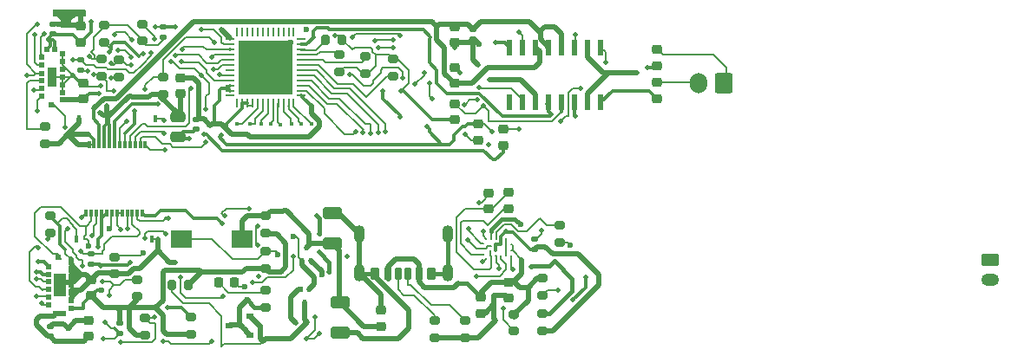
<source format=gtl>
G04 #@! TF.GenerationSoftware,KiCad,Pcbnew,8.0.7*
G04 #@! TF.CreationDate,2025-06-23T12:01:53+08:00*
G04 #@! TF.ProjectId,Pagtingin_Final,50616774-696e-4676-996e-5f46696e616c,rev?*
G04 #@! TF.SameCoordinates,Original*
G04 #@! TF.FileFunction,Copper,L1,Top*
G04 #@! TF.FilePolarity,Positive*
%FSLAX46Y46*%
G04 Gerber Fmt 4.6, Leading zero omitted, Abs format (unit mm)*
G04 Created by KiCad (PCBNEW 8.0.7) date 2025-06-23 12:01:53*
%MOMM*%
%LPD*%
G01*
G04 APERTURE LIST*
G04 Aperture macros list*
%AMRoundRect*
4,1,4,-3,2,-5,4,-7,6,-9,8,-3,2,0*
1,1,$1,$2,$3*
1,1,$1,$2,$3*
1,1,$1,$2,$3*
1,1,$1,$2,$3*
20,1,$1,$2,$3,$4,$5,90*
20,1,$1,$2,$3,$4,$5,90*
20,1,$1,$2,$3,$4,$5,90*
20,1,$1,$2,$3,$4,$5,90*%
%AMFreePoly0*
4,1,17,-0.253536,0.253536,-0.24999999999999997,0.255,0.25,0.255,0.253536,0.253536,0.255,0.24999999999999997,0.255,-0.045000000000000012,0.35,-0.045000000000000019,0.353536,-0.046464000000000019,0.355,-0.050000000000000024,0.355,-0.25,0.353536,-0.253536,0.35,-0.255,-0.25,-0.255,-0.253536,-0.253536,-0.255,-0.24999999999999997,-0.255,0.25,-0.253536,0.253536,-0.253536,0.253536,0*%
G04 Aperture macros list end*
G04 #@! TA.AperFunction,SMDPad,CuDef*
%AMCOMP36*
4,1,16,
-0.253536,0.253536,
-0.24999999999999997,0.255,
0.25,0.255,
0.253536,0.253536,
0.255,0.24999999999999997,
0.255,-0.045000000000000012,
0.35,-0.045000000000000019,
0.353536,-0.046464000000000019,
0.355,-0.050000000000000024,
0.355,-0.25,
0.353536,-0.253536,
0.35,-0.255,
-0.25,-0.255,
-0.253536,-0.253536,
-0.255,-0.24999999999999997,
-0.255,0.25,
-0.253536,0.253536,
0*%
%ADD10COMP36,180*%
G04 #@! TD*
G04 #@! TA.AperFunction,SMDPad,CuDef*
%ADD11R,0.5X0.5*%
G04 #@! TD*
G04 #@! TA.AperFunction,SMDPad,CuDef*
%ADD12R,0.808966X1.924966*%
G04 #@! TD*
G04 #@! TA.AperFunction,ComponentPad*
%ADD13C,0.45*%
G04 #@! TD*
G04 #@! TA.AperFunction,SMDPad,CuDef*
%AMCOMP37*
4,1,3,
0.17,-0.14,
0.17,0.14,
-0.17,0.14,
-0.17,-0.14,
0*
4,1,19,
0.029999999999999992,-0.14,
0.036852087718678504,-0.096737620787507375,
0.056737620787507347,-0.05771006467905377,
0.087710064679053762,-0.026737620787507362,
0.12673762078750736,-0.00685208771867852,
0.17,-0.000000000000000010409154007490207,
0.21326237921249264,-0.0068520877186784976,
0.25228993532094623,-0.026737620787507368,
0.28326237921249264,-0.057710064679053763,
0.30314791228132154,-0.096737620787507375,
0.31000000000000005,-0.14,
0.30314791228132154,-0.18326237921249272,
0.2832623792124927,-0.22228993532094629,
0.25228993532094629,-0.25326237921249267,
0.21326237921249266,-0.27314791228132151,
0.17,-0.28,
0.12673762078750736,-0.27314791228132151,
0.087710064679053776,-0.25326237921249267,
0.056737620787507353,-0.22228993532094629,
0.0368520877186785,-0.18326237921249269,
0*
4,1,19,
0.030000000000000006,0.14,
0.036852087718678525,0.18326237921249267,
0.056737620787507367,0.22228993532094626,
0.087710064679053776,0.25326237921249267,
0.12673762078750739,0.27314791228132151,
0.17000000000000004,0.28,
0.21326237921249266,0.27314791228132151,
0.25228993532094623,0.25326237921249267,
0.28326237921249264,0.22228993532094624,
0.30314791228132154,0.18326237921249264,
0.31000000000000005,0.14,
0.30314791228132154,0.09673762078750732,
0.2832623792124927,0.057710064679053763,
0.25228993532094629,0.026737620787507355,
0.21326237921249269,0.0068520877186784993,
0.17000000000000004,-0.000000000000000010409154007490209,
0.12673762078750739,0.0068520877186784767,
0.08771006467905379,0.026737620787507334,
0.056737620787507374,0.057710064679053728,
0.036852087718678518,0.096737620787507334,
0*
4,1,19,
-0.31000000000000005,0.14000000000000004,
-0.30314791228132154,0.18326237921249269,
-0.28326237921249264,0.22228993532094629,
-0.25228993532094623,0.25326237921249267,
-0.21326237921249264,0.27314791228132151,
-0.16999999999999998,0.28,
-0.12673762078750736,0.27314791228132151,
-0.087710064679053762,0.25326237921249267,
-0.056737620787507353,0.22228993532094626,
-0.0368520877186785,0.18326237921249267,
-0.029999999999999992,0.14000000000000004,
-0.036852087718678504,0.096737620787507334,
-0.056737620787507333,0.057710064679053784,
-0.087710064679053748,0.026737620787507375,
-0.12673762078750733,0.00685208771867852,
-0.16999999999999998,0.000000000000000010409154007490206,
-0.21326237921249264,0.0068520877186784976,
-0.25228993532094623,0.026737620787507355,
-0.28326237921249264,0.057710064679053749,
-0.30314791228132154,0.096737620787507347,
0*
4,1,19,
-0.31000000000000005,-0.13999999999999999,
-0.30314791228132154,-0.096737620787507361,
-0.28326237921249264,-0.057710064679053749,
-0.25228993532094623,-0.026737620787507341,
-0.21326237921249266,-0.0068520877186784993,
-0.17,0.000000000000000010409154007490207,
-0.12673762078750739,-0.0068520877186784767,
-0.087710064679053776,-0.026737620787507348,
-0.056737620787507374,-0.057710064679053742,
-0.036852087718678518,-0.096737620787507361,
-0.030000000000000006,-0.13999999999999999,
-0.036852087718678525,-0.18326237921249269,
-0.056737620787507353,-0.22228993532094626,
-0.087710064679053762,-0.25326237921249267,
-0.12673762078750736,-0.27314791228132151,
-0.17,-0.28,
-0.21326237921249266,-0.27314791228132151,
-0.25228993532094623,-0.25326237921249267,
-0.28326237921249264,-0.22228993532094626,
-0.30314791228132154,-0.18326237921249267,
0*
4,1,3,
0.31000000000000005,-0.14000000000000004,
0.029999999999999992,-0.14,
0.030000000000000006,0.14,
0.31000000000000005,0.13999999999999999,
0*
4,1,3,
0.17000000000000004,0.28,
0.17,-0.000000000000000010409154007490207,
-0.17,0.000000000000000010409154007490207,
-0.16999999999999998,0.28,
0*
4,1,3,
-0.31000000000000005,0.14000000000000004,
-0.029999999999999992,0.14,
-0.030000000000000006,-0.14,
-0.31000000000000005,-0.13999999999999999,
0*
4,1,3,
-0.17000000000000004,-0.28,
-0.17,0.000000000000000010409154007490207,
0.17,-0.000000000000000010409154007490207,
0.16999999999999998,-0.28,
0*%
%ADD14COMP37,0.14X-0.14X-0.17X0.14X-0.17X0.14X0.17X-0.14X0.17X0*%
G04 #@! TD*
G04 #@! TA.AperFunction,SMDPad,CuDef*
%AMCOMP38*
4,1,3,
-0.275,0.20000000000000004,
-0.275,-0.19999999999999998,
0.275,-0.20000000000000004,
0.275,0.19999999999999998,
0*
4,1,19,
-0.47500000000000003,0.20000000000000004,
-0.46521130325903071,0.26180339887498955,
-0.43680339887498953,0.31755705045849464,
-0.39255705045849465,0.36180339887498952,
-0.3368033988749895,0.39021130325903075,
-0.275,0.4,
-0.21319660112501052,0.39021130325903075,
-0.15744294954150537,0.36180339887498952,
-0.11319660112501052,0.31755705045849469,
-0.0847886967409693,0.26180339887498949,
-0.075,0.20000000000000004,
-0.0847886967409693,0.13819660112501048,
-0.11319660112501051,0.0824429495415054,
-0.15744294954150537,0.038196601125010533,
-0.21319660112501052,0.0097886967409693132,
-0.27499999999999997,0.000000000000000016838337365057685,
-0.33680339887498945,0.0097886967409692924,
-0.39255705045849459,0.038196601125010519,
-0.43680339887498953,0.082442949541505356,
-0.46521130325903071,0.1381966011250105,
0*
4,1,19,
-0.47500000000000003,-0.19999999999999998,
-0.46521130325903071,-0.1381966011250105,
-0.43680339887498953,-0.082442949541505356,
-0.39255705045849465,-0.038196601125010478,
-0.3368033988749895,-0.0097886967409692785,
-0.275,0.000000000000000016838337365057688,
-0.21319660112501054,-0.0097886967409692577,
-0.15744294954150539,-0.038196601125010492,
-0.11319660112501054,-0.082442949541505356,
-0.084788696740969324,-0.1381966011250105,
-0.075000000000000025,-0.19999999999999998,
-0.084788696740969324,-0.26180339887498955,
-0.11319660112501052,-0.31755705045849464,
-0.15744294954150539,-0.36180339887498947,
-0.21319660112501054,-0.39021130325903075,
-0.27499999999999997,-0.4,
-0.33680339887498945,-0.39021130325903075,
-0.39255705045849459,-0.36180339887498952,
-0.43680339887498953,-0.31755705045849469,
-0.46521130325903071,-0.26180339887498949,
0*
4,1,19,
0.075,-0.2,
0.0847886967409693,-0.13819660112501053,
0.11319660112501051,-0.082442949541505384,
0.15744294954150539,-0.038196601125010506,
0.21319660112501054,-0.0097886967409693132,
0.275,-0.000000000000000016838337365057688,
0.3368033988749895,-0.0097886967409692924,
0.39255705045849465,-0.038196601125010519,
0.43680339887498953,-0.082442949541505384,
0.46521130325903071,-0.13819660112501053,
0.47500000000000003,-0.2,
0.46521130325903071,-0.2618033988749896,
0.43680339887498953,-0.31755705045849464,
0.39255705045849465,-0.36180339887498947,
0.33680339887498956,-0.39021130325903075,
0.27500000000000008,-0.4,
0.21319660112501054,-0.39021130325903075,
0.15744294954150542,-0.36180339887498952,
0.11319660112501052,-0.31755705045849469,
0.0847886967409693,-0.26180339887498955,
0*
4,1,19,
0.075000000000000025,0.2,
0.084788696740969324,0.26180339887498949,
0.11319660112501052,0.31755705045849464,
0.15744294954150542,0.36180339887498952,
0.21319660112501057,0.39021130325903075,
0.275,0.4,
0.3368033988749895,0.39021130325903075,
0.39255705045849465,0.36180339887498952,
0.43680339887498953,0.31755705045849469,
0.46521130325903071,0.26180339887498943,
0.47500000000000003,0.2,
0.46521130325903071,0.13819660112501045,
0.43680339887498953,0.08244294954150537,
0.39255705045849465,0.038196601125010506,
0.33680339887498956,0.0097886967409692785,
0.27500000000000008,-0.000000000000000016838337365057691,
0.21319660112501057,0.0097886967409692577,
0.15744294954150545,0.038196601125010492,
0.11319660112501054,0.082442949541505328,
0.084788696740969324,0.13819660112501048,
0*
4,1,3,
-0.47500000000000003,0.20000000000000004,
-0.075,0.2,
-0.075000000000000025,-0.2,
-0.47500000000000003,-0.19999999999999998,
0*
4,1,3,
-0.275,-0.4,
-0.275,0.000000000000000016838337365057688,
0.275,-0.000000000000000016838337365057688,
0.275,-0.4,
0*
4,1,3,
0.47500000000000003,-0.20000000000000004,
0.075,-0.2,
0.075000000000000025,0.2,
0.47500000000000003,0.19999999999999998,
0*
4,1,3,
0.275,0.4,
0.275,-0.000000000000000016838337365057688,
-0.275,0.000000000000000016838337365057688,
-0.275,0.4,
0*%
%ADD15COMP38,0.2X0.2X0.275X-0.2X0.275X-0.2X-0.275X0.2X-0.275X0*%
G04 #@! TD*
G04 #@! TA.AperFunction,SMDPad,CuDef*
%AMCOMP39*
4,1,3,
0.185,-0.135,
0.185,0.135,
-0.185,0.135,
-0.185,-0.135,
0*
4,1,19,
0.049999999999999982,-0.135,
0.056607370300154246,-0.0932827057593821,
0.075782705759382091,-0.05564899094051614,
0.10564899094051612,-0.025782705759382109,
0.1432827057593821,-0.0066073703001542725,
0.185,-0.00000000000000001132760877285699,
0.2267172942406179,-0.0066073703001542777,
0.26435100905948383,-0.025782705759382119,
0.29421729424061788,-0.05564899094051614,
0.31339262969984572,-0.0932827057593821,
0.32,-0.135,
0.31339262969984572,-0.17671729424061797,
0.29421729424061793,-0.2143510090594839,
0.26435100905948389,-0.24421729424061792,
0.2267172942406179,-0.26339262969984578,
0.185,-0.27,
0.1432827057593821,-0.26339262969984578,
0.10564899094051614,-0.24421729424061794,
0.075782705759382091,-0.2143510090594839,
0.056607370300154239,-0.17671729424061794,
0*
4,1,19,
0.049999999999999996,0.135,
0.056607370300154267,0.17671729424061791,
0.0757827057593821,0.2143510090594839,
0.10564899094051614,0.24421729424061792,
0.14328270575938212,0.26339262969984578,
0.18500000000000003,0.27,
0.22671729424061793,0.26339262969984578,
0.26435100905948383,0.24421729424061789,
0.29421729424061788,0.21435100905948387,
0.31339262969984572,0.17671729424061791,
0.32,0.135,
0.31339262969984572,0.093282705759382051,
0.29421729424061793,0.055648990940516126,
0.26435100905948389,0.0257827057593821,
0.22671729424061793,0.00660737030015425,
0.18500000000000003,-0.000000000000000011327608772856992,
0.14328270575938212,0.0066073703001542552,
0.10564899094051615,0.025782705759382067,
0.0757827057593821,0.0556489909405161,
0.05660737030015426,0.093282705759382079,
0*
4,1,19,
-0.32,0.13500000000000004,
-0.31339262969984572,0.17671729424061794,
-0.29421729424061793,0.21435100905948393,
-0.26435100905948389,0.24421729424061794,
-0.22671729424061787,0.26339262969984578,
-0.18499999999999997,0.27,
-0.14328270575938207,0.26339262969984578,
-0.10564899094051612,0.24421729424061792,
-0.075782705759382091,0.2143510090594839,
-0.056607370300154239,0.17671729424061794,
-0.049999999999999982,0.13500000000000004,
-0.056607370300154246,0.093282705759382065,
-0.075782705759382063,0.055648990940516153,
-0.10564899094051611,0.025782705759382123,
-0.14328270575938207,0.0066073703001542725,
-0.18499999999999997,0.000000000000000011327608772856987,
-0.22671729424061787,0.0066073703001542777,
-0.26435100905948383,0.025782705759382091,
-0.29421729424061788,0.055648990940516126,
-0.31339262969984572,0.093282705759382092,
0*
4,1,19,
-0.32,-0.13499999999999998,
-0.31339262969984572,-0.093282705759382092,
-0.29421729424061793,-0.055648990940516112,
-0.26435100905948389,-0.025782705759382085,
-0.2267172942406179,-0.00660737030015425,
-0.185,0.00000000000000001132760877285699,
-0.1432827057593821,-0.0066073703001542552,
-0.10564899094051614,-0.025782705759382095,
-0.0757827057593821,-0.055648990940516112,
-0.05660737030015426,-0.093282705759382092,
-0.049999999999999996,-0.13499999999999998,
-0.056607370300154267,-0.17671729424061794,
-0.075782705759382077,-0.21435100905948387,
-0.10564899094051612,-0.24421729424061789,
-0.1432827057593821,-0.26339262969984578,
-0.185,-0.27,
-0.2267172942406179,-0.26339262969984578,
-0.26435100905948383,-0.24421729424061792,
-0.29421729424061788,-0.21435100905948387,
-0.31339262969984572,-0.17671729424061791,
0*
4,1,3,
0.32,-0.13500000000000004,
0.049999999999999982,-0.135,
0.049999999999999996,0.135,
0.32,0.13499999999999998,
0*
4,1,3,
0.18500000000000003,0.27,
0.185,-0.00000000000000001132760877285699,
-0.185,0.00000000000000001132760877285699,
-0.18499999999999997,0.27,
0*
4,1,3,
-0.32,0.13500000000000004,
-0.049999999999999982,0.135,
-0.049999999999999996,-0.135,
-0.32,-0.13499999999999998,
0*
4,1,3,
-0.18500000000000003,-0.27,
-0.185,0.00000000000000001132760877285699,
0.185,-0.00000000000000001132760877285699,
0.18499999999999997,-0.27,
0*%
%ADD16COMP39,0.135X-0.135X-0.185X0.135X-0.185X0.135X0.185X-0.135X0.185X0*%
G04 #@! TD*
G04 #@! TA.AperFunction,SMDPad,CuDef*
%AMCOMP40*
4,1,3,
0.275,-0.20000000000000004,
0.275,0.19999999999999998,
-0.275,0.20000000000000004,
-0.275,-0.19999999999999998,
0*
4,1,19,
0.075,-0.2,
0.0847886967409693,-0.13819660112501053,
0.11319660112501051,-0.082442949541505384,
0.15744294954150539,-0.038196601125010506,
0.21319660112501054,-0.0097886967409693132,
0.275,-0.000000000000000016838337365057688,
0.3368033988749895,-0.0097886967409692924,
0.39255705045849465,-0.038196601125010519,
0.43680339887498953,-0.082442949541505384,
0.46521130325903071,-0.13819660112501053,
0.47500000000000003,-0.2,
0.46521130325903071,-0.2618033988749896,
0.43680339887498953,-0.31755705045849464,
0.39255705045849465,-0.36180339887498947,
0.33680339887498956,-0.39021130325903075,
0.27500000000000008,-0.4,
0.21319660112501054,-0.39021130325903075,
0.15744294954150542,-0.36180339887498952,
0.11319660112501052,-0.31755705045849469,
0.0847886967409693,-0.26180339887498955,
0*
4,1,19,
0.075000000000000025,0.2,
0.084788696740969324,0.26180339887498949,
0.11319660112501052,0.31755705045849464,
0.15744294954150542,0.36180339887498952,
0.21319660112501057,0.39021130325903075,
0.275,0.4,
0.3368033988749895,0.39021130325903075,
0.39255705045849465,0.36180339887498952,
0.43680339887498953,0.31755705045849469,
0.46521130325903071,0.26180339887498943,
0.47500000000000003,0.2,
0.46521130325903071,0.13819660112501045,
0.43680339887498953,0.08244294954150537,
0.39255705045849465,0.038196601125010506,
0.33680339887498956,0.0097886967409692785,
0.27500000000000008,-0.000000000000000016838337365057691,
0.21319660112501057,0.0097886967409692577,
0.15744294954150545,0.038196601125010492,
0.11319660112501054,0.082442949541505328,
0.084788696740969324,0.13819660112501048,
0*
4,1,19,
-0.47500000000000003,0.20000000000000004,
-0.46521130325903071,0.26180339887498955,
-0.43680339887498953,0.31755705045849464,
-0.39255705045849465,0.36180339887498952,
-0.3368033988749895,0.39021130325903075,
-0.275,0.4,
-0.21319660112501052,0.39021130325903075,
-0.15744294954150537,0.36180339887498952,
-0.11319660112501052,0.31755705045849469,
-0.0847886967409693,0.26180339887498949,
-0.075,0.20000000000000004,
-0.0847886967409693,0.13819660112501048,
-0.11319660112501051,0.0824429495415054,
-0.15744294954150537,0.038196601125010533,
-0.21319660112501052,0.0097886967409693132,
-0.27499999999999997,0.000000000000000016838337365057685,
-0.33680339887498945,0.0097886967409692924,
-0.39255705045849459,0.038196601125010519,
-0.43680339887498953,0.082442949541505356,
-0.46521130325903071,0.1381966011250105,
0*
4,1,19,
-0.47500000000000003,-0.19999999999999998,
-0.46521130325903071,-0.1381966011250105,
-0.43680339887498953,-0.082442949541505356,
-0.39255705045849465,-0.038196601125010478,
-0.3368033988749895,-0.0097886967409692785,
-0.275,0.000000000000000016838337365057688,
-0.21319660112501054,-0.0097886967409692577,
-0.15744294954150539,-0.038196601125010492,
-0.11319660112501054,-0.082442949541505356,
-0.084788696740969324,-0.1381966011250105,
-0.075000000000000025,-0.19999999999999998,
-0.084788696740969324,-0.26180339887498955,
-0.11319660112501052,-0.31755705045849464,
-0.15744294954150539,-0.36180339887498947,
-0.21319660112501054,-0.39021130325903075,
-0.27499999999999997,-0.4,
-0.33680339887498945,-0.39021130325903075,
-0.39255705045849459,-0.36180339887498952,
-0.43680339887498953,-0.31755705045849469,
-0.46521130325903071,-0.26180339887498949,
0*
4,1,3,
0.47500000000000003,-0.20000000000000004,
0.075,-0.2,
0.075000000000000025,0.2,
0.47500000000000003,0.19999999999999998,
0*
4,1,3,
0.275,0.4,
0.275,-0.000000000000000016838337365057688,
-0.275,0.000000000000000016838337365057688,
-0.275,0.4,
0*
4,1,3,
-0.47500000000000003,0.20000000000000004,
-0.075,0.2,
-0.075000000000000025,-0.2,
-0.47500000000000003,-0.19999999999999998,
0*
4,1,3,
-0.275,-0.4,
-0.275,0.000000000000000016838337365057688,
0.275,-0.000000000000000016838337365057688,
0.275,-0.4,
0*%
%ADD17COMP40,0.2X-0.2X-0.275X0.2X-0.275X0.2X0.275X-0.2X0.275X0*%
G04 #@! TD*
G04 #@! TA.AperFunction,SMDPad,CuDef*
%ADD18R,0.6X1.6*%
G04 #@! TD*
G04 #@! TA.AperFunction,SMDPad,CuDef*
%AMCOMP41*
4,1,3,
-0.17,0.14,
-0.17,-0.14,
0.17,-0.14,
0.17,0.14,
0*
4,1,19,
-0.31000000000000005,0.14000000000000004,
-0.30314791228132154,0.18326237921249269,
-0.28326237921249264,0.22228993532094629,
-0.25228993532094623,0.25326237921249267,
-0.21326237921249264,0.27314791228132151,
-0.16999999999999998,0.28,
-0.12673762078750736,0.27314791228132151,
-0.087710064679053762,0.25326237921249267,
-0.056737620787507353,0.22228993532094626,
-0.0368520877186785,0.18326237921249267,
-0.029999999999999992,0.14000000000000004,
-0.036852087718678504,0.096737620787507334,
-0.056737620787507333,0.057710064679053784,
-0.087710064679053748,0.026737620787507375,
-0.12673762078750733,0.00685208771867852,
-0.16999999999999998,0.000000000000000010409154007490206,
-0.21326237921249264,0.0068520877186784976,
-0.25228993532094623,0.026737620787507355,
-0.28326237921249264,0.057710064679053749,
-0.30314791228132154,0.096737620787507347,
0*
4,1,19,
-0.31000000000000005,-0.13999999999999999,
-0.30314791228132154,-0.096737620787507361,
-0.28326237921249264,-0.057710064679053749,
-0.25228993532094623,-0.026737620787507341,
-0.21326237921249266,-0.0068520877186784993,
-0.17,0.000000000000000010409154007490207,
-0.12673762078750739,-0.0068520877186784767,
-0.087710064679053776,-0.026737620787507348,
-0.056737620787507374,-0.057710064679053742,
-0.036852087718678518,-0.096737620787507361,
-0.030000000000000006,-0.13999999999999999,
-0.036852087718678525,-0.18326237921249269,
-0.056737620787507353,-0.22228993532094626,
-0.087710064679053762,-0.25326237921249267,
-0.12673762078750736,-0.27314791228132151,
-0.17,-0.28,
-0.21326237921249266,-0.27314791228132151,
-0.25228993532094623,-0.25326237921249267,
-0.28326237921249264,-0.22228993532094626,
-0.30314791228132154,-0.18326237921249267,
0*
4,1,19,
0.029999999999999992,-0.14,
0.036852087718678504,-0.096737620787507375,
0.056737620787507347,-0.05771006467905377,
0.087710064679053762,-0.026737620787507362,
0.12673762078750736,-0.00685208771867852,
0.17,-0.000000000000000010409154007490207,
0.21326237921249264,-0.0068520877186784976,
0.25228993532094623,-0.026737620787507368,
0.28326237921249264,-0.057710064679053763,
0.30314791228132154,-0.096737620787507375,
0.31000000000000005,-0.14,
0.30314791228132154,-0.18326237921249272,
0.2832623792124927,-0.22228993532094629,
0.25228993532094629,-0.25326237921249267,
0.21326237921249266,-0.27314791228132151,
0.17,-0.28,
0.12673762078750736,-0.27314791228132151,
0.087710064679053776,-0.25326237921249267,
0.056737620787507353,-0.22228993532094629,
0.0368520877186785,-0.18326237921249269,
0*
4,1,19,
0.030000000000000006,0.14,
0.036852087718678525,0.18326237921249267,
0.056737620787507367,0.22228993532094626,
0.087710064679053776,0.25326237921249267,
0.12673762078750739,0.27314791228132151,
0.17000000000000004,0.28,
0.21326237921249266,0.27314791228132151,
0.25228993532094623,0.25326237921249267,
0.28326237921249264,0.22228993532094624,
0.30314791228132154,0.18326237921249264,
0.31000000000000005,0.14,
0.30314791228132154,0.09673762078750732,
0.2832623792124927,0.057710064679053763,
0.25228993532094629,0.026737620787507355,
0.21326237921249269,0.0068520877186784993,
0.17000000000000004,-0.000000000000000010409154007490209,
0.12673762078750739,0.0068520877186784767,
0.08771006467905379,0.026737620787507334,
0.056737620787507374,0.057710064679053728,
0.036852087718678518,0.096737620787507334,
0*
4,1,3,
-0.31000000000000005,0.14000000000000004,
-0.029999999999999992,0.14,
-0.030000000000000006,-0.14,
-0.31000000000000005,-0.13999999999999999,
0*
4,1,3,
-0.17000000000000004,-0.28,
-0.17,0.000000000000000010409154007490207,
0.17,-0.000000000000000010409154007490207,
0.16999999999999998,-0.28,
0*
4,1,3,
0.31000000000000005,-0.14000000000000004,
0.029999999999999992,-0.14,
0.030000000000000006,0.14,
0.31000000000000005,0.13999999999999999,
0*
4,1,3,
0.17000000000000004,0.28,
0.17,-0.000000000000000010409154007490207,
-0.17,0.000000000000000010409154007490207,
-0.16999999999999998,0.28,
0*%
%ADD19COMP41,0.14X0.14X0.17X-0.14X0.17X-0.14X-0.17X0.14X-0.17X0*%
G04 #@! TD*
G04 #@! TA.AperFunction,ComponentPad*
%AMCOMP42*
4,1,3,
0.6,0.75,
-0.6,0.75,
-0.6,-0.75,
0.6,-0.75,
0*
4,1,19,
0.35000000000000003,0.75,
0.36223587092621162,0.82725424859373686,
0.39774575140626317,0.89694631307311834,
0.45305368692688175,0.95225424859373686,
0.52274575140626323,0.98776412907378841,
0.60000000000000009,1,
0.677254248593737,0.98776412907378841,
0.74694631307311832,0.95225424859373686,
0.80225424859373684,0.89694631307311834,
0.83776412907378839,0.82725424859373686,
0.85,0.75,
0.83776412907378839,0.672745751406263,
0.80225424859373684,0.60305368692688177,
0.74694631307311832,0.54774575140626314,
0.67725424859373684,0.51223587092621159,
0.6,0.49999999999999994,
0.52274575140626323,0.51223587092621159,
0.4530536869268818,0.54774575140626314,
0.39774575140626317,0.60305368692688166,
0.36223587092621162,0.67274575140626314,
0*
4,1,19,
-0.85,0.75,
-0.83776412907378839,0.82725424859373686,
-0.80225424859373684,0.89694631307311834,
-0.7469463130731181,0.95225424859373686,
-0.67725424859373673,0.98776412907378841,
-0.59999999999999987,1,
-0.522745751406263,0.98776412907378841,
-0.45305368692688169,0.95225424859373686,
-0.39774575140626306,0.89694631307311834,
-0.36223587092621151,0.82725424859373686,
-0.34999999999999992,0.75,
-0.36223587092621151,0.672745751406263,
-0.39774575140626306,0.60305368692688177,
-0.45305368692688158,0.54774575140626314,
-0.52274575140626311,0.51223587092621159,
-0.6,0.5,
-0.67725424859373673,0.51223587092621159,
-0.74694631307311821,0.54774575140626314,
-0.80225424859373684,0.60305368692688166,
-0.83776412907378839,0.67274575140626314,
0*
4,1,19,
-0.85,-0.75,
-0.83776412907378839,-0.67274575140626314,
-0.80225424859373684,-0.60305368692688166,
-0.74694631307311821,-0.54774575140626314,
-0.67725424859373684,-0.51223587092621159,
-0.6,-0.49999999999999994,
-0.52274575140626311,-0.51223587092621159,
-0.4530536869268818,-0.54774575140626314,
-0.39774575140626317,-0.60305368692688166,
-0.36223587092621162,-0.67274575140626314,
-0.35000000000000003,-0.75,
-0.36223587092621162,-0.827254248593737,
-0.39774575140626317,-0.89694631307311823,
-0.45305368692688169,-0.95225424859373686,
-0.52274575140626323,-0.98776412907378841,
-0.60000000000000009,-1,
-0.67725424859373684,-0.98776412907378841,
-0.74694631307311832,-0.95225424859373686,
-0.80225424859373684,-0.89694631307311834,
-0.83776412907378839,-0.82725424859373686,
0*
4,1,19,
0.34999999999999992,-0.75,
0.36223587092621151,-0.67274575140626314,
0.39774575140626306,-0.60305368692688166,
0.45305368692688164,-0.54774575140626314,
0.52274575140626311,-0.51223587092621159,
0.6,-0.5,
0.67725424859373684,-0.51223587092621159,
0.74694631307311821,-0.54774575140626314,
0.80225424859373684,-0.60305368692688166,
0.83776412907378839,-0.67274575140626314,
0.85,-0.75,
0.83776412907378839,-0.827254248593737,
0.80225424859373684,-0.89694631307311823,
0.74694631307311821,-0.95225424859373686,
0.67725424859373673,-0.98776412907378841,
0.59999999999999987,-1,
0.52274575140626311,-0.98776412907378841,
0.45305368692688169,-0.95225424859373686,
0.39774575140626306,-0.89694631307311834,
0.36223587092621151,-0.82725424859373686,
0*
4,1,3,
0.60000000000000009,1,
0.6,0.49999999999999994,
-0.6,0.5,
-0.59999999999999987,1,
0*
4,1,3,
-0.85,0.75,
-0.34999999999999992,0.75,
-0.35000000000000003,-0.75,
-0.85,-0.75,
0*
4,1,3,
-0.60000000000000009,-1,
-0.6,-0.49999999999999994,
0.6,-0.5,
0.59999999999999987,-1,
0*
4,1,3,
0.85,-0.75,
0.34999999999999992,-0.75,
0.35000000000000003,0.75,
0.85,0.75,
0*%
%ADD20COMP42,0.25X0.75X-0.6X0.75X0.6X-0.75X0.6X-0.75X-0.6X0*%
G04 #@! TD*
G04 #@! TA.AperFunction,ComponentPad*
%ADD21O,1.7X2*%
G04 #@! TD*
G04 #@! TA.AperFunction,SMDPad,CuDef*
%ADD22C,0.15*%
G04 #@! TD*
G04 #@! TA.AperFunction,SMDPad,CuDef*
%AMCOMP43*
4,1,3,
0.062499999999999979,-0.3375,
0.062500000000000014,0.3375,
-0.062499999999999979,0.3375,
-0.062500000000000014,-0.3375,
0*
4,1,19,
-0.000000000000000020665232220752617,-0.3375,
0.0030589677315528848,-0.31818643785156581,
0.011936437851565765,-0.30076342173172044,
0.025763421731720412,-0.28693643785156581,
0.04318643785156577,-0.27805896773155292,
0.062499999999999979,-0.275,
0.0818135621484342,-0.27805896773155292,
0.099236578268279543,-0.28693643785156581,
0.1130635621484342,-0.30076342173172044,
0.12194103226844709,-0.31818643785156581,
0.12499999999999999,-0.3375,
0.12194103226844707,-0.35681356214843424,
0.11306356214843419,-0.37423657826827961,
0.099236578268279557,-0.38806356214843424,
0.081813562148434188,-0.39694103226844712,
0.062499999999999986,-0.4,
0.04318643785156577,-0.39694103226844712,
0.025763421731720419,-0.38806356214843424,
0.011936437851565769,-0.37423657826827961,
0.0030589677315528826,-0.35681356214843424,
0*
4,1,19,
0.000000000000000020665232220752617,0.3375,
0.003058967731552926,0.35681356214843424,
0.011936437851565807,0.37423657826827961,
0.025763421731720453,0.38806356214843424,
0.043186437851565812,0.39694103226844712,
0.062500000000000014,0.4,
0.081813562148434243,0.39694103226844712,
0.099236578268279585,0.38806356214843424,
0.11306356214843424,0.37423657826827961,
0.12194103226844713,0.35681356214843424,
0.12500000000000003,0.3375,
0.12194103226844712,0.31818643785156581,
0.11306356214843423,0.30076342173172044,
0.0992365782682796,0.28693643785156581,
0.08181356214843423,0.27805896773155292,
0.062500000000000028,0.275,
0.043186437851565812,0.27805896773155292,
0.02576342173172046,0.28693643785156581,
0.01193643785156581,0.30076342173172044,
0.0030589677315529238,0.31818643785156581,
0*
4,1,19,
-0.12499999999999999,0.3375,
-0.12194103226844707,0.35681356214843424,
-0.11306356214843419,0.37423657826827961,
-0.099236578268279543,0.38806356214843424,
-0.081813562148434188,0.39694103226844712,
-0.062499999999999972,0.4,
-0.043186437851565763,0.39694103226844712,
-0.025763421731720412,0.38806356214843424,
-0.011936437851565769,0.37423657826827961,
-0.0030589677315528826,0.35681356214843424,
0.000000000000000020665232220752617,0.3375,
-0.0030589677315528848,0.31818643785156581,
-0.011936437851565758,0.30076342173172044,
-0.025763421731720405,0.28693643785156581,
-0.043186437851565763,0.27805896773155292,
-0.062499999999999972,0.275,
-0.081813562148434188,0.27805896773155292,
-0.099236578268279543,0.28693643785156581,
-0.1130635621484342,0.30076342173172044,
-0.12194103226844709,0.31818643785156581,
0*
4,1,19,
-0.12500000000000003,-0.3375,
-0.12194103226844712,-0.31818643785156581,
-0.11306356214843423,-0.30076342173172044,
-0.099236578268279585,-0.28693643785156581,
-0.08181356214843423,-0.27805896773155292,
-0.062500000000000014,-0.275,
-0.043186437851565805,-0.27805896773155292,
-0.025763421731720453,-0.28693643785156581,
-0.01193643785156581,-0.30076342173172044,
-0.0030589677315529238,-0.31818643785156581,
-0.000000000000000020665232220752617,-0.3375,
-0.003058967731552926,-0.35681356214843424,
-0.0119364378515658,-0.37423657826827961,
-0.025763421731720446,-0.38806356214843424,
-0.043186437851565805,-0.39694103226844712,
-0.062500000000000014,-0.4,
-0.08181356214843423,-0.39694103226844712,
-0.099236578268279585,-0.38806356214843424,
-0.11306356214843424,-0.37423657826827961,
-0.12194103226844713,-0.35681356214843424,
0*
4,1,3,
0.12499999999999999,-0.3375,
-0.000000000000000020665232220752617,-0.3375,
0.000000000000000020665232220752617,0.3375,
0.12500000000000003,0.3375,
0*
4,1,3,
0.062500000000000028,0.4,
0.062500000000000014,0.275,
-0.062499999999999986,0.275,
-0.062499999999999965,0.4,
0*
4,1,3,
-0.12499999999999999,0.3375,
0.000000000000000020665232220752617,0.3375,
-0.000000000000000020665232220752617,-0.3375,
-0.12500000000000003,-0.3375,
0*
4,1,3,
-0.062500000000000028,-0.4,
-0.062500000000000014,-0.275,
0.062499999999999986,-0.275,
0.062499999999999965,-0.4,
0*%
%ADD23COMP43,0.0625X-0.3375X-0.0625X0.3375X-0.0625X0.3375X0.0625X-0.3375X0.0625X0*%
G04 #@! TD*
G04 #@! TA.AperFunction,SMDPad,CuDef*
%AMCOMP44*
4,1,3,
0.3375,0.062499999999999979,
-0.3375,0.062500000000000014,
-0.3375,-0.062499999999999979,
0.3375,-0.062500000000000014,
0*
4,1,19,
0.275,0.062499999999999986,
0.27805896773155292,0.0818135621484342,
0.28693643785156581,0.099236578268279557,
0.30076342173172044,0.1130635621484342,
0.31818643785156581,0.12194103226844709,
0.3375,0.12499999999999999,
0.35681356214843424,0.12194103226844707,
0.37423657826827961,0.11306356214843419,
0.38806356214843424,0.099236578268279557,
0.39694103226844712,0.081813562148434188,
0.4,0.062499999999999986,
0.39694103226844712,0.043186437851565743,
0.38806356214843424,0.025763421731720412,
0.37423657826827961,0.011936437851565769,
0.35681356214843424,0.0030589677315528826,
0.3375,-0.000000000000000020665232220752617,
0.31818643785156581,0.0030589677315528778,
0.30076342173172044,0.011936437851565758,
0.28693643785156581,0.025763421731720398,
0.27805896773155292,0.043186437851565757,
0*
4,1,19,
-0.4,0.062500000000000028,
-0.39694103226844712,0.081813562148434243,
-0.38806356214843424,0.0992365782682796,
-0.37423657826827961,0.11306356214843424,
-0.35681356214843424,0.12194103226844713,
-0.3375,0.12500000000000003,
-0.31818643785156581,0.12194103226844712,
-0.30076342173172044,0.11306356214843423,
-0.28693643785156581,0.0992365782682796,
-0.27805896773155292,0.08181356214843423,
-0.275,0.062500000000000028,
-0.27805896773155292,0.043186437851565784,
-0.28693643785156581,0.025763421731720453,
-0.30076342173172044,0.01193643785156581,
-0.31818643785156581,0.0030589677315529238,
-0.3375,0.000000000000000020665232220752617,
-0.35681356214843424,0.003058967731552919,
-0.37423657826827961,0.0119364378515658,
-0.38806356214843424,0.025763421731720439,
-0.39694103226844712,0.0431864378515658,
0*
4,1,19,
-0.4,-0.062499999999999972,
-0.39694103226844712,-0.043186437851565757,
-0.38806356214843424,-0.025763421731720405,
-0.37423657826827961,-0.011936437851565762,
-0.35681356214843424,-0.0030589677315528826,
-0.3375,0.000000000000000020665232220752617,
-0.31818643785156581,-0.0030589677315528778,
-0.30076342173172044,-0.011936437851565765,
-0.28693643785156581,-0.025763421731720405,
-0.27805896773155292,-0.04318643785156577,
-0.275,-0.062499999999999979,
-0.27805896773155292,-0.081813562148434216,
-0.28693643785156581,-0.099236578268279543,
-0.30076342173172044,-0.1130635621484342,
-0.31818643785156581,-0.12194103226844709,
-0.3375,-0.12499999999999999,
-0.35681356214843424,-0.12194103226844707,
-0.37423657826827961,-0.11306356214843419,
-0.38806356214843424,-0.099236578268279557,
-0.39694103226844712,-0.0818135621484342,
0*
4,1,19,
0.275,-0.062500000000000014,
0.27805896773155292,-0.0431864378515658,
0.28693643785156581,-0.025763421731720446,
0.30076342173172044,-0.011936437851565803,
0.31818643785156581,-0.0030589677315529238,
0.3375,-0.000000000000000020665232220752617,
0.35681356214843424,-0.003058967731552919,
0.37423657826827961,-0.011936437851565807,
0.38806356214843424,-0.025763421731720446,
0.39694103226844712,-0.043186437851565812,
0.4,-0.062500000000000014,
0.39694103226844712,-0.081813562148434257,
0.38806356214843424,-0.099236578268279585,
0.37423657826827961,-0.11306356214843424,
0.35681356214843424,-0.12194103226844713,
0.3375,-0.12500000000000003,
0.31818643785156581,-0.12194103226844712,
0.30076342173172044,-0.11306356214843423,
0.28693643785156581,-0.0992365782682796,
0.27805896773155292,-0.081813562148434243,
0*
4,1,3,
0.3375,0.12499999999999999,
0.3375,-0.000000000000000020665232220752617,
-0.3375,0.000000000000000020665232220752617,
-0.3375,0.12500000000000003,
0*
4,1,3,
-0.4,0.062500000000000028,
-0.275,0.062500000000000014,
-0.275,-0.062499999999999986,
-0.4,-0.062499999999999965,
0*
4,1,3,
-0.3375,-0.12499999999999999,
-0.3375,0.000000000000000020665232220752617,
0.3375,-0.000000000000000020665232220752617,
0.3375,-0.12500000000000003,
0*
4,1,3,
0.4,-0.062500000000000028,
0.275,-0.062500000000000014,
0.275,0.062499999999999986,
0.4,0.062499999999999965,
0*%
%ADD24COMP44,0.0625X0.0625X-0.3375X0.0625X0.3375X-0.0625X0.3375X-0.0625X-0.3375X0*%
G04 #@! TD*
G04 #@! TA.AperFunction,SMDPad,CuDef*
%AMCOMP45*
4,1,3,
-0.062499999999999979,0.3375,
-0.062500000000000014,-0.3375,
0.062499999999999979,-0.3375,
0.062500000000000014,0.3375,
0*
4,1,19,
-0.12499999999999999,0.3375,
-0.12194103226844707,0.35681356214843424,
-0.11306356214843419,0.37423657826827961,
-0.099236578268279543,0.38806356214843424,
-0.081813562148434188,0.39694103226844712,
-0.062499999999999972,0.4,
-0.043186437851565763,0.39694103226844712,
-0.025763421731720412,0.38806356214843424,
-0.011936437851565769,0.37423657826827961,
-0.0030589677315528826,0.35681356214843424,
0.000000000000000020665232220752617,0.3375,
-0.0030589677315528848,0.31818643785156581,
-0.011936437851565758,0.30076342173172044,
-0.025763421731720405,0.28693643785156581,
-0.043186437851565763,0.27805896773155292,
-0.062499999999999972,0.275,
-0.081813562148434188,0.27805896773155292,
-0.099236578268279543,0.28693643785156581,
-0.1130635621484342,0.30076342173172044,
-0.12194103226844709,0.31818643785156581,
0*
4,1,19,
-0.12500000000000003,-0.3375,
-0.12194103226844712,-0.31818643785156581,
-0.11306356214843423,-0.30076342173172044,
-0.099236578268279585,-0.28693643785156581,
-0.08181356214843423,-0.27805896773155292,
-0.062500000000000014,-0.275,
-0.043186437851565805,-0.27805896773155292,
-0.025763421731720453,-0.28693643785156581,
-0.01193643785156581,-0.30076342173172044,
-0.0030589677315529238,-0.31818643785156581,
-0.000000000000000020665232220752617,-0.3375,
-0.003058967731552926,-0.35681356214843424,
-0.0119364378515658,-0.37423657826827961,
-0.025763421731720446,-0.38806356214843424,
-0.043186437851565805,-0.39694103226844712,
-0.062500000000000014,-0.4,
-0.08181356214843423,-0.39694103226844712,
-0.099236578268279585,-0.38806356214843424,
-0.11306356214843424,-0.37423657826827961,
-0.12194103226844713,-0.35681356214843424,
0*
4,1,19,
-0.000000000000000020665232220752617,-0.3375,
0.0030589677315528848,-0.31818643785156581,
0.011936437851565765,-0.30076342173172044,
0.025763421731720412,-0.28693643785156581,
0.04318643785156577,-0.27805896773155292,
0.062499999999999979,-0.275,
0.0818135621484342,-0.27805896773155292,
0.099236578268279543,-0.28693643785156581,
0.1130635621484342,-0.30076342173172044,
0.12194103226844709,-0.31818643785156581,
0.12499999999999999,-0.3375,
0.12194103226844707,-0.35681356214843424,
0.11306356214843419,-0.37423657826827961,
0.099236578268279557,-0.38806356214843424,
0.081813562148434188,-0.39694103226844712,
0.062499999999999986,-0.4,
0.04318643785156577,-0.39694103226844712,
0.025763421731720419,-0.38806356214843424,
0.011936437851565769,-0.37423657826827961,
0.0030589677315528826,-0.35681356214843424,
0*
4,1,19,
0.000000000000000020665232220752617,0.3375,
0.003058967731552926,0.35681356214843424,
0.011936437851565807,0.37423657826827961,
0.025763421731720453,0.38806356214843424,
0.043186437851565812,0.39694103226844712,
0.062500000000000014,0.4,
0.081813562148434243,0.39694103226844712,
0.099236578268279585,0.38806356214843424,
0.11306356214843424,0.37423657826827961,
0.12194103226844713,0.35681356214843424,
0.12500000000000003,0.3375,
0.12194103226844712,0.31818643785156581,
0.11306356214843423,0.30076342173172044,
0.0992365782682796,0.28693643785156581,
0.08181356214843423,0.27805896773155292,
0.062500000000000028,0.275,
0.043186437851565812,0.27805896773155292,
0.02576342173172046,0.28693643785156581,
0.01193643785156581,0.30076342173172044,
0.0030589677315529238,0.31818643785156581,
0*
4,1,3,
-0.12499999999999999,0.3375,
0.000000000000000020665232220752617,0.3375,
-0.000000000000000020665232220752617,-0.3375,
-0.12500000000000003,-0.3375,
0*
4,1,3,
-0.062500000000000028,-0.4,
-0.062500000000000014,-0.275,
0.062499999999999986,-0.275,
0.062499999999999965,-0.4,
0*
4,1,3,
0.12499999999999999,-0.3375,
-0.000000000000000020665232220752617,-0.3375,
0.000000000000000020665232220752617,0.3375,
0.12500000000000003,0.3375,
0*
4,1,3,
0.062500000000000028,0.4,
0.062500000000000014,0.275,
-0.062499999999999986,0.275,
-0.062499999999999965,0.4,
0*%
%ADD25COMP45,0.0625X0.3375X0.0625X-0.3375X0.0625X-0.3375X-0.0625X0.3375X-0.0625X0*%
G04 #@! TD*
G04 #@! TA.AperFunction,SMDPad,CuDef*
%AMCOMP46*
4,1,3,
0.3375,-0.062500000000000014,
0.3375,0.062499999999999979,
-0.3375,0.062500000000000014,
-0.3375,-0.062499999999999979,
0*
4,1,19,
0.275,-0.062500000000000014,
0.27805896773155292,-0.0431864378515658,
0.28693643785156581,-0.025763421731720446,
0.30076342173172044,-0.011936437851565803,
0.31818643785156581,-0.0030589677315529238,
0.3375,-0.000000000000000020665232220752617,
0.35681356214843424,-0.003058967731552919,
0.37423657826827961,-0.011936437851565807,
0.38806356214843424,-0.025763421731720446,
0.39694103226844712,-0.043186437851565812,
0.4,-0.062500000000000014,
0.39694103226844712,-0.081813562148434257,
0.38806356214843424,-0.099236578268279585,
0.37423657826827961,-0.11306356214843424,
0.35681356214843424,-0.12194103226844713,
0.3375,-0.12500000000000003,
0.31818643785156581,-0.12194103226844712,
0.30076342173172044,-0.11306356214843423,
0.28693643785156581,-0.0992365782682796,
0.27805896773155292,-0.081813562148434243,
0*
4,1,19,
0.275,0.062499999999999986,
0.27805896773155292,0.0818135621484342,
0.28693643785156581,0.099236578268279557,
0.30076342173172044,0.1130635621484342,
0.31818643785156581,0.12194103226844709,
0.3375,0.12499999999999999,
0.35681356214843424,0.12194103226844707,
0.37423657826827961,0.11306356214843419,
0.38806356214843424,0.099236578268279557,
0.39694103226844712,0.081813562148434188,
0.4,0.062499999999999986,
0.39694103226844712,0.043186437851565743,
0.38806356214843424,0.025763421731720412,
0.37423657826827961,0.011936437851565769,
0.35681356214843424,0.0030589677315528826,
0.3375,-0.000000000000000020665232220752617,
0.31818643785156581,0.0030589677315528778,
0.30076342173172044,0.011936437851565758,
0.28693643785156581,0.025763421731720398,
0.27805896773155292,0.043186437851565757,
0*
4,1,19,
-0.4,0.062500000000000028,
-0.39694103226844712,0.081813562148434243,
-0.38806356214843424,0.0992365782682796,
-0.37423657826827961,0.11306356214843424,
-0.35681356214843424,0.12194103226844713,
-0.3375,0.12500000000000003,
-0.31818643785156581,0.12194103226844712,
-0.30076342173172044,0.11306356214843423,
-0.28693643785156581,0.0992365782682796,
-0.27805896773155292,0.08181356214843423,
-0.275,0.062500000000000028,
-0.27805896773155292,0.043186437851565784,
-0.28693643785156581,0.025763421731720453,
-0.30076342173172044,0.01193643785156581,
-0.31818643785156581,0.0030589677315529238,
-0.3375,0.000000000000000020665232220752617,
-0.35681356214843424,0.003058967731552919,
-0.37423657826827961,0.0119364378515658,
-0.38806356214843424,0.025763421731720439,
-0.39694103226844712,0.0431864378515658,
0*
4,1,19,
-0.4,-0.062499999999999972,
-0.39694103226844712,-0.043186437851565757,
-0.38806356214843424,-0.025763421731720405,
-0.37423657826827961,-0.011936437851565762,
-0.35681356214843424,-0.0030589677315528826,
-0.3375,0.000000000000000020665232220752617,
-0.31818643785156581,-0.0030589677315528778,
-0.30076342173172044,-0.011936437851565765,
-0.28693643785156581,-0.025763421731720405,
-0.27805896773155292,-0.04318643785156577,
-0.275,-0.062499999999999979,
-0.27805896773155292,-0.081813562148434216,
-0.28693643785156581,-0.099236578268279543,
-0.30076342173172044,-0.1130635621484342,
-0.31818643785156581,-0.12194103226844709,
-0.3375,-0.12499999999999999,
-0.35681356214843424,-0.12194103226844707,
-0.37423657826827961,-0.11306356214843419,
-0.38806356214843424,-0.099236578268279557,
-0.39694103226844712,-0.0818135621484342,
0*
4,1,3,
0.4,-0.062500000000000028,
0.275,-0.062500000000000014,
0.275,0.062499999999999986,
0.4,0.062499999999999965,
0*
4,1,3,
0.3375,0.12499999999999999,
0.3375,-0.000000000000000020665232220752617,
-0.3375,0.000000000000000020665232220752617,
-0.3375,0.12500000000000003,
0*
4,1,3,
-0.4,0.062500000000000028,
-0.275,0.062500000000000014,
-0.275,-0.062499999999999986,
-0.4,-0.062499999999999965,
0*
4,1,3,
-0.3375,-0.12499999999999999,
-0.3375,0.000000000000000020665232220752617,
0.3375,-0.000000000000000020665232220752617,
0.3375,-0.12500000000000003,
0*%
%ADD26COMP46,0.0625X-0.0625X-0.3375X0.0625X-0.3375X0.0625X0.3375X-0.0625X0.3375X0*%
G04 #@! TD*
G04 #@! TA.AperFunction,SMDPad,CuDef*
%AMCOMP47*
4,1,3,
0.062500000000000014,0.3375,
-0.062499999999999979,0.3375,
-0.062500000000000014,-0.3375,
0.062499999999999979,-0.3375,
0*
4,1,19,
0.000000000000000020665232220752617,0.3375,
0.003058967731552926,0.35681356214843424,
0.011936437851565807,0.37423657826827961,
0.025763421731720453,0.38806356214843424,
0.043186437851565812,0.39694103226844712,
0.062500000000000014,0.4,
0.081813562148434243,0.39694103226844712,
0.099236578268279585,0.38806356214843424,
0.11306356214843424,0.37423657826827961,
0.12194103226844713,0.35681356214843424,
0.12500000000000003,0.3375,
0.12194103226844712,0.31818643785156581,
0.11306356214843423,0.30076342173172044,
0.0992365782682796,0.28693643785156581,
0.08181356214843423,0.27805896773155292,
0.062500000000000028,0.275,
0.043186437851565812,0.27805896773155292,
0.02576342173172046,0.28693643785156581,
0.01193643785156581,0.30076342173172044,
0.0030589677315529238,0.31818643785156581,
0*
4,1,19,
-0.12499999999999999,0.3375,
-0.12194103226844707,0.35681356214843424,
-0.11306356214843419,0.37423657826827961,
-0.099236578268279543,0.38806356214843424,
-0.081813562148434188,0.39694103226844712,
-0.062499999999999972,0.4,
-0.043186437851565763,0.39694103226844712,
-0.025763421731720412,0.38806356214843424,
-0.011936437851565769,0.37423657826827961,
-0.0030589677315528826,0.35681356214843424,
0.000000000000000020665232220752617,0.3375,
-0.0030589677315528848,0.31818643785156581,
-0.011936437851565758,0.30076342173172044,
-0.025763421731720405,0.28693643785156581,
-0.043186437851565763,0.27805896773155292,
-0.062499999999999972,0.275,
-0.081813562148434188,0.27805896773155292,
-0.099236578268279543,0.28693643785156581,
-0.1130635621484342,0.30076342173172044,
-0.12194103226844709,0.31818643785156581,
0*
4,1,19,
-0.12500000000000003,-0.3375,
-0.12194103226844712,-0.31818643785156581,
-0.11306356214843423,-0.30076342173172044,
-0.099236578268279585,-0.28693643785156581,
-0.08181356214843423,-0.27805896773155292,
-0.062500000000000014,-0.275,
-0.043186437851565805,-0.27805896773155292,
-0.025763421731720453,-0.28693643785156581,
-0.01193643785156581,-0.30076342173172044,
-0.0030589677315529238,-0.31818643785156581,
-0.000000000000000020665232220752617,-0.3375,
-0.003058967731552926,-0.35681356214843424,
-0.0119364378515658,-0.37423657826827961,
-0.025763421731720446,-0.38806356214843424,
-0.043186437851565805,-0.39694103226844712,
-0.062500000000000014,-0.4,
-0.08181356214843423,-0.39694103226844712,
-0.099236578268279585,-0.38806356214843424,
-0.11306356214843424,-0.37423657826827961,
-0.12194103226844713,-0.35681356214843424,
0*
4,1,19,
-0.000000000000000020665232220752617,-0.3375,
0.0030589677315528848,-0.31818643785156581,
0.011936437851565765,-0.30076342173172044,
0.025763421731720412,-0.28693643785156581,
0.04318643785156577,-0.27805896773155292,
0.062499999999999979,-0.275,
0.0818135621484342,-0.27805896773155292,
0.099236578268279543,-0.28693643785156581,
0.1130635621484342,-0.30076342173172044,
0.12194103226844709,-0.31818643785156581,
0.12499999999999999,-0.3375,
0.12194103226844707,-0.35681356214843424,
0.11306356214843419,-0.37423657826827961,
0.099236578268279557,-0.38806356214843424,
0.081813562148434188,-0.39694103226844712,
0.062499999999999986,-0.4,
0.04318643785156577,-0.39694103226844712,
0.025763421731720419,-0.38806356214843424,
0.011936437851565769,-0.37423657826827961,
0.0030589677315528826,-0.35681356214843424,
0*
4,1,3,
0.062500000000000028,0.4,
0.062500000000000014,0.275,
-0.062499999999999986,0.275,
-0.062499999999999965,0.4,
0*
4,1,3,
-0.12499999999999999,0.3375,
0.000000000000000020665232220752617,0.3375,
-0.000000000000000020665232220752617,-0.3375,
-0.12500000000000003,-0.3375,
0*
4,1,3,
-0.062500000000000028,-0.4,
-0.062500000000000014,-0.275,
0.062499999999999986,-0.275,
0.062499999999999965,-0.4,
0*
4,1,3,
0.12499999999999999,-0.3375,
-0.000000000000000020665232220752617,-0.3375,
0.000000000000000020665232220752617,0.3375,
0.12500000000000003,0.3375,
0*%
%ADD27COMP47,0.0625X0.3375X-0.0625X0.3375X0.0625X-0.3375X0.0625X-0.3375X-0.0625X0*%
G04 #@! TD*
G04 #@! TA.AperFunction,HeatsinkPad*
%ADD28R,5.3X5.3*%
G04 #@! TD*
G04 #@! TA.AperFunction,SMDPad,CuDef*
%AMCOMP48*
4,1,3,
0.65,-0.32500000000000007,
0.65,0.32499999999999996,
-0.65,0.32500000000000007,
-0.65,-0.32499999999999996,
0*
4,1,19,
0.4,-0.325,
0.41223587092621161,-0.24774575140626318,
0.44774575140626316,-0.17805368692688175,
0.50305368692688179,-0.12274575140626318,
0.57274575140626316,-0.08723587092621167,
0.65,-0.075000000000000053,
0.72725424859373689,-0.087235870926211642,
0.79694631307311825,-0.1227457514062632,
0.85225424859373689,-0.17805368692688175,
0.88776412907378843,-0.2477457514062632,
0.9,-0.325,
0.88776412907378843,-0.402254248593737,
0.85225424859373689,-0.47194631307311835,
0.79694631307311836,-0.52725424859373682,
0.72725424859373689,-0.56276412907378837,
0.65,-0.575,
0.57274575140626327,-0.56276412907378837,
0.50305368692688179,-0.52725424859373693,
0.4477457514062631,-0.47194631307311835,
0.41223587092621161,-0.40225424859373693,
0*
4,1,19,
0.4,0.325,
0.41223587092621161,0.40225424859373687,
0.44774575140626321,0.4719463130731183,
0.50305368692688179,0.52725424859373682,
0.57274575140626316,0.56276412907378837,
0.65,0.575,
0.72725424859373689,0.56276412907378837,
0.79694631307311825,0.52725424859373682,
0.85225424859373689,0.47194631307311824,
0.88776412907378843,0.40225424859373682,
0.9,0.325,
0.88776412907378843,0.24774575140626304,
0.85225424859373689,0.1780536869268817,
0.79694631307311836,0.12274575140626312,
0.72725424859373689,0.087235870926211587,
0.65,0.074999999999999969,
0.57274575140626327,0.087235870926211559,
0.50305368692688179,0.12274575140626309,
0.44774575140626316,0.17805368692688164,
0.41223587092621161,0.24774575140626307,
0*
4,1,19,
-0.9,0.32500000000000007,
-0.88776412907378843,0.40225424859373693,
-0.85225424859373689,0.47194631307311835,
-0.79694631307311825,0.52725424859373682,
-0.72725424859373689,0.56276412907378837,
-0.65,0.575,
-0.57274575140626316,0.56276412907378837,
-0.50305368692688179,0.52725424859373682,
-0.4477457514062631,0.4719463130731183,
-0.41223587092621161,0.40225424859373687,
-0.4,0.32500000000000007,
-0.41223587092621161,0.24774575140626312,
-0.44774575140626316,0.17805368692688178,
-0.50305368692688168,0.1227457514062632,
-0.57274575140626316,0.08723587092621167,
-0.65,0.075000000000000053,
-0.72725424859373677,0.087235870926211642,
-0.79694631307311825,0.12274575140626318,
-0.85225424859373689,0.17805368692688173,
-0.88776412907378843,0.24774575140626315,
0*
4,1,19,
-0.9,-0.32499999999999996,
-0.88776412907378843,-0.24774575140626309,
-0.85225424859373689,-0.17805368692688167,
-0.79694631307311825,-0.12274575140626309,
-0.72725424859373689,-0.087235870926211587,
-0.65,-0.074999999999999969,
-0.57274575140626316,-0.087235870926211559,
-0.50305368692688179,-0.12274575140626312,
-0.44774575140626316,-0.17805368692688167,
-0.41223587092621161,-0.24774575140626312,
-0.4,-0.32499999999999996,
-0.41223587092621161,-0.40225424859373693,
-0.44774575140626321,-0.4719463130731183,
-0.50305368692688168,-0.52725424859373682,
-0.57274575140626316,-0.56276412907378837,
-0.65,-0.575,
-0.72725424859373677,-0.56276412907378837,
-0.79694631307311825,-0.52725424859373693,
-0.85225424859373689,-0.4719463130731183,
-0.88776412907378843,-0.40225424859373687,
0*
4,1,3,
0.9,-0.32500000000000007,
0.4,-0.325,
0.4,0.325,
0.9,0.32499999999999996,
0*
4,1,3,
0.65,0.575,
0.65,0.074999999999999969,
-0.65,0.075000000000000053,
-0.65,0.575,
0*
4,1,3,
-0.9,0.32500000000000007,
-0.4,0.325,
-0.4,-0.325,
-0.9,-0.32499999999999996,
0*
4,1,3,
-0.65,-0.575,
-0.65,-0.074999999999999969,
0.65,-0.075000000000000053,
0.65,-0.575,
0*%
%ADD29COMP48,0.25X-0.325X-0.65X0.325X-0.65X0.325X0.65X-0.325X0.65X0*%
G04 #@! TD*
G04 #@! TA.AperFunction,SMDPad,CuDef*
%AMCOMP49*
4,1,3,
-0.25,0.22500000000000003,
-0.25,-0.22499999999999998,
0.25,-0.22500000000000003,
0.25,0.22499999999999998,
0*
4,1,19,
-0.475,0.22500000000000003,
-0.46398771616640955,0.29452882373436323,
-0.43202882373436319,0.35725168176580646,
-0.38225168176580648,0.40702882373436322,
-0.3195288237343632,0.43898771616640953,
-0.24999999999999997,0.45,
-0.18047117626563683,0.43898771616640958,
-0.11774831823419354,0.40702882373436322,
-0.067971176265636812,0.35725168176580646,
-0.036012283833590432,0.29452882373436318,
-0.024999999999999981,0.22500000000000003,
-0.036012283833590446,0.15547117626563678,
-0.067971176265636785,0.092748318234193577,
-0.11774831823419352,0.042971176265636853,
-0.1804711762656368,0.011012283833590469,
-0.24999999999999997,0.000000000000000015307579422779713,
-0.31952882373436314,0.01101228383359045,
-0.38225168176580637,0.042971176265636811,
-0.43202882373436313,0.092748318234193522,
-0.46398771616640955,0.15547117626563681,
0*
4,1,19,
-0.475,-0.22499999999999998,
-0.46398771616640955,-0.15547117626563681,
-0.43202882373436319,-0.092748318234193522,
-0.38225168176580648,-0.0429711762656368,
-0.3195288237343632,-0.011012283833590439,
-0.25,0.000000000000000015307579422779716,
-0.18047117626563686,-0.01101228383359042,
-0.11774831823419357,-0.042971176265636811,
-0.06797117626563684,-0.092748318234193522,
-0.03601228383359046,-0.15547117626563683,
-0.025000000000000008,-0.22499999999999998,
-0.036012283833590474,-0.29452882373436323,
-0.067971176265636812,-0.35725168176580646,
-0.11774831823419354,-0.40702882373436317,
-0.18047117626563683,-0.43898771616640953,
-0.25,-0.45,
-0.31952882373436314,-0.43898771616640958,
-0.38225168176580637,-0.40702882373436322,
-0.43202882373436313,-0.35725168176580652,
-0.46398771616640955,-0.29452882373436318,
0*
4,1,19,
0.024999999999999981,-0.225,
0.036012283833590446,-0.15547117626563683,
0.067971176265636812,-0.09274831823419355,
0.11774831823419354,-0.042971176265636825,
0.1804711762656368,-0.011012283833590469,
0.25,-0.000000000000000015307579422779716,
0.31952882373436314,-0.01101228383359045,
0.38225168176580643,-0.042971176265636839,
0.43202882373436313,-0.09274831823419355,
0.46398771616640955,-0.15547117626563686,
0.475,-0.225,
0.46398771616640955,-0.29452882373436329,
0.43202882373436324,-0.35725168176580646,
0.38225168176580648,-0.40702882373436317,
0.3195288237343632,-0.43898771616640953,
0.25000000000000006,-0.45,
0.18047117626563683,-0.43898771616640958,
0.11774831823419357,-0.40702882373436322,
0.067971176265636812,-0.35725168176580652,
0.036012283833590432,-0.29452882373436323,
0*
4,1,19,
0.025000000000000008,0.225,
0.036012283833590474,0.29452882373436318,
0.06797117626563684,0.35725168176580646,
0.11774831823419357,0.40702882373436322,
0.18047117626563683,0.43898771616640953,
0.25,0.45,
0.31952882373436314,0.43898771616640958,
0.38225168176580643,0.40702882373436322,
0.43202882373436313,0.35725168176580646,
0.46398771616640955,0.29452882373436312,
0.475,0.225,
0.46398771616640955,0.15547117626563675,
0.43202882373436324,0.09274831823419355,
0.38225168176580648,0.042971176265636825,
0.3195288237343632,0.011012283833590439,
0.25000000000000006,-0.000000000000000015307579422779719,
0.18047117626563686,0.01101228383359042,
0.1177483182341936,0.042971176265636783,
0.06797117626563684,0.0927483182341935,
0.03601228383359046,0.15547117626563678,
0*
4,1,3,
-0.475,0.22500000000000003,
-0.024999999999999981,0.225,
-0.025000000000000008,-0.225,
-0.475,-0.22499999999999998,
0*
4,1,3,
-0.25,-0.45,
-0.25,0.000000000000000015307579422779716,
0.25,-0.000000000000000015307579422779716,
0.24999999999999997,-0.45,
0*
4,1,3,
0.475,-0.22500000000000003,
0.024999999999999981,-0.225,
0.025000000000000008,0.225,
0.475,0.22499999999999998,
0*
4,1,3,
0.25,0.45,
0.25,-0.000000000000000015307579422779716,
-0.25,0.000000000000000015307579422779716,
-0.24999999999999997,0.45,
0*%
%ADD30COMP49,0.225X0.225X0.25X-0.225X0.25X-0.225X-0.25X0.225X-0.25X0*%
G04 #@! TD*
G04 #@! TA.AperFunction,SMDPad,CuDef*
%AMCOMP50*
4,1,3,
0.25,-0.22500000000000003,
0.25,0.22499999999999998,
-0.25,0.22500000000000003,
-0.25,-0.22499999999999998,
0*
4,1,19,
0.024999999999999981,-0.225,
0.036012283833590446,-0.15547117626563683,
0.067971176265636812,-0.09274831823419355,
0.11774831823419354,-0.042971176265636825,
0.1804711762656368,-0.011012283833590469,
0.25,-0.000000000000000015307579422779716,
0.31952882373436314,-0.01101228383359045,
0.38225168176580643,-0.042971176265636839,
0.43202882373436313,-0.09274831823419355,
0.46398771616640955,-0.15547117626563686,
0.475,-0.225,
0.46398771616640955,-0.29452882373436329,
0.43202882373436324,-0.35725168176580646,
0.38225168176580648,-0.40702882373436317,
0.3195288237343632,-0.43898771616640953,
0.25000000000000006,-0.45,
0.18047117626563683,-0.43898771616640958,
0.11774831823419357,-0.40702882373436322,
0.067971176265636812,-0.35725168176580652,
0.036012283833590432,-0.29452882373436323,
0*
4,1,19,
0.025000000000000008,0.225,
0.036012283833590474,0.29452882373436318,
0.06797117626563684,0.35725168176580646,
0.11774831823419357,0.40702882373436322,
0.18047117626563683,0.43898771616640953,
0.25,0.45,
0.31952882373436314,0.43898771616640958,
0.38225168176580643,0.40702882373436322,
0.43202882373436313,0.35725168176580646,
0.46398771616640955,0.29452882373436312,
0.475,0.225,
0.46398771616640955,0.15547117626563675,
0.43202882373436324,0.09274831823419355,
0.38225168176580648,0.042971176265636825,
0.3195288237343632,0.011012283833590439,
0.25000000000000006,-0.000000000000000015307579422779719,
0.18047117626563686,0.01101228383359042,
0.1177483182341936,0.042971176265636783,
0.06797117626563684,0.0927483182341935,
0.03601228383359046,0.15547117626563678,
0*
4,1,19,
-0.475,0.22500000000000003,
-0.46398771616640955,0.29452882373436323,
-0.43202882373436319,0.35725168176580646,
-0.38225168176580648,0.40702882373436322,
-0.3195288237343632,0.43898771616640953,
-0.24999999999999997,0.45,
-0.18047117626563683,0.43898771616640958,
-0.11774831823419354,0.40702882373436322,
-0.067971176265636812,0.35725168176580646,
-0.036012283833590432,0.29452882373436318,
-0.024999999999999981,0.22500000000000003,
-0.036012283833590446,0.15547117626563678,
-0.067971176265636785,0.092748318234193577,
-0.11774831823419352,0.042971176265636853,
-0.1804711762656368,0.011012283833590469,
-0.24999999999999997,0.000000000000000015307579422779713,
-0.31952882373436314,0.01101228383359045,
-0.38225168176580637,0.042971176265636811,
-0.43202882373436313,0.092748318234193522,
-0.46398771616640955,0.15547117626563681,
0*
4,1,19,
-0.475,-0.22499999999999998,
-0.46398771616640955,-0.15547117626563681,
-0.43202882373436319,-0.092748318234193522,
-0.38225168176580648,-0.0429711762656368,
-0.3195288237343632,-0.011012283833590439,
-0.25,0.000000000000000015307579422779716,
-0.18047117626563686,-0.01101228383359042,
-0.11774831823419357,-0.042971176265636811,
-0.06797117626563684,-0.092748318234193522,
-0.03601228383359046,-0.15547117626563683,
-0.025000000000000008,-0.22499999999999998,
-0.036012283833590474,-0.29452882373436323,
-0.067971176265636812,-0.35725168176580646,
-0.11774831823419354,-0.40702882373436317,
-0.18047117626563683,-0.43898771616640953,
-0.25,-0.45,
-0.31952882373436314,-0.43898771616640958,
-0.38225168176580637,-0.40702882373436322,
-0.43202882373436313,-0.35725168176580652,
-0.46398771616640955,-0.29452882373436318,
0*
4,1,3,
0.475,-0.22500000000000003,
0.024999999999999981,-0.225,
0.025000000000000008,0.225,
0.475,0.22499999999999998,
0*
4,1,3,
0.25,0.45,
0.25,-0.000000000000000015307579422779716,
-0.25,0.000000000000000015307579422779716,
-0.24999999999999997,0.45,
0*
4,1,3,
-0.475,0.22500000000000003,
-0.024999999999999981,0.225,
-0.025000000000000008,-0.225,
-0.475,-0.22499999999999998,
0*
4,1,3,
-0.25,-0.45,
-0.25,0.000000000000000015307579422779716,
0.25,-0.000000000000000015307579422779716,
0.24999999999999997,-0.45,
0*%
%ADD31COMP50,0.225X-0.225X-0.25X0.225X-0.25X0.225X0.25X-0.225X0.25X0*%
G04 #@! TD*
G04 #@! TA.AperFunction,SMDPad,CuDef*
%AMCOMP51*
4,1,3,
-0.25625,0.21875000000000003,
-0.25625,-0.21874999999999997,
0.25625,-0.21875000000000003,
0.25625,0.21874999999999997,
0*
4,1,19,
-0.475,0.21875000000000003,
-0.46429361293956484,0.28634746751951978,
-0.43322246751951976,0.34732802393897849,
-0.38482802393897847,0.39572246751951978,
-0.32384746751951976,0.42679361293956486,
-0.25625,0.4375,
-0.18865253248048022,0.42679361293956486,
-0.12767197606102149,0.39572246751951978,
-0.079277532480480223,0.34732802393897855,
-0.048206387060435126,0.28634746751951978,
-0.037499999999999964,0.21875000000000003,
-0.048206387060435139,0.15115253248048019,
-0.0792775324804802,0.090171976061021536,
-0.12767197606102146,0.04177753248048028,
-0.1886525324804802,0.010706387060435181,
-0.25624999999999992,0.000000000000000015690268908349205,
-0.32384746751951965,0.01070638706043516,
-0.38482802393897841,0.041777532480480238,
-0.43322246751951971,0.09017197606102148,
-0.46429361293956484,0.15115253248048025,
0*
4,1,19,
-0.475,-0.21874999999999997,
-0.46429361293956484,-0.15115253248048025,
-0.43322246751951976,-0.09017197606102148,
-0.38482802393897847,-0.041777532480480224,
-0.32384746751951976,-0.010706387060435149,
-0.25625,0.000000000000000015690268908349208,
-0.18865253248048025,-0.010706387060435129,
-0.12767197606102151,-0.041777532480480238,
-0.079277532480480251,-0.09017197606102148,
-0.048206387060435153,-0.15115253248048022,
-0.037499999999999992,-0.21874999999999997,
-0.048206387060435167,-0.28634746751951978,
-0.079277532480480223,-0.34732802393897844,
-0.12767197606102149,-0.39572246751951973,
-0.18865253248048022,-0.42679361293956486,
-0.25624999999999992,-0.4375,
-0.32384746751951965,-0.42679361293956486,
-0.38482802393897841,-0.39572246751951978,
-0.43322246751951971,-0.34732802393897855,
-0.46429361293956484,-0.28634746751951973,
0*
4,1,19,
0.037499999999999964,-0.21875,
0.048206387060435139,-0.15115253248048027,
0.079277532480480223,-0.090171976061021508,
0.12767197606102149,-0.041777532480480252,
0.18865253248048022,-0.010706387060435181,
0.25625,-0.000000000000000015690268908349208,
0.32384746751951971,-0.01070638706043516,
0.38482802393897841,-0.041777532480480266,
0.43322246751951971,-0.090171976061021508,
0.46429361293956484,-0.15115253248048025,
0.475,-0.21875,
0.46429361293956484,-0.28634746751951984,
0.43322246751951976,-0.34732802393897844,
0.38482802393897853,-0.39572246751951973,
0.32384746751951976,-0.42679361293956486,
0.25625000000000003,-0.4375,
0.18865253248048025,-0.42679361293956486,
0.12767197606102151,-0.39572246751951978,
0.079277532480480223,-0.34732802393897855,
0.048206387060435126,-0.28634746751951978,
0*
4,1,19,
0.037499999999999992,0.21875,
0.048206387060435167,0.28634746751951973,
0.079277532480480251,0.34732802393897849,
0.12767197606102151,0.39572246751951978,
0.18865253248048025,0.42679361293956486,
0.25625,0.4375,
0.32384746751951971,0.42679361293956486,
0.38482802393897841,0.39572246751951978,
0.43322246751951971,0.34732802393897855,
0.46429361293956484,0.28634746751951973,
0.475,0.21875,
0.46429361293956484,0.15115253248048016,
0.43322246751951976,0.090171976061021508,
0.38482802393897853,0.041777532480480252,
0.32384746751951976,0.010706387060435149,
0.25625000000000003,-0.000000000000000015690268908349211,
0.18865253248048028,0.010706387060435129,
0.12767197606102154,0.04177753248048021,
0.079277532480480251,0.090171976061021453,
0.048206387060435153,0.15115253248048022,
0*
4,1,3,
-0.475,0.21875000000000003,
-0.037499999999999964,0.21875,
-0.037499999999999992,-0.21875,
-0.475,-0.21874999999999997,
0*
4,1,3,
-0.25625,-0.4375,
-0.25625,0.000000000000000015690268908349208,
0.25625,-0.000000000000000015690268908349208,
0.25625,-0.4375,
0*
4,1,3,
0.475,-0.21875000000000003,
0.037499999999999964,-0.21875,
0.037499999999999992,0.21875,
0.475,0.21874999999999997,
0*
4,1,3,
0.25625,0.4375,
0.25625,-0.000000000000000015690268908349208,
-0.25625,0.000000000000000015690268908349208,
-0.25625,0.4375,
0*%
%ADD32COMP51,0.21875X0.21875X0.25625X-0.21875X0.25625X-0.21875X-0.25625X0.21875X-0.25625X0*%
G04 #@! TD*
G04 #@! TA.AperFunction,SMDPad,CuDef*
%ADD33R,0.3X0.8*%
G04 #@! TD*
G04 #@! TA.AperFunction,SMDPad,CuDef*
%ADD34R,0.4X0.8*%
G04 #@! TD*
G04 #@! TA.AperFunction,SMDPad,CuDef*
%AMCOMP52*
4,1,3,
-0.475,0.25000000000000006,
-0.475,-0.24999999999999997,
0.475,-0.25000000000000006,
0.475,0.24999999999999997,
0*
4,1,19,
-0.725,0.25000000000000006,
-0.71276412907378839,0.32725424859373692,
-0.67725424859373684,0.39694631307311834,
-0.62194631307311821,0.45225424859373692,
-0.55225424859373684,0.48776412907378847,
-0.47499999999999992,0.5,
-0.39774575140626306,0.48776412907378841,
-0.32805368692688175,0.45225424859373686,
-0.27274575140626311,0.39694631307311834,
-0.23723587092621157,0.32725424859373686,
-0.22499999999999995,0.25000000000000006,
-0.2372358709262116,0.17274575140626311,
-0.27274575140626311,0.10305368692688176,
-0.32805368692688164,0.047745751406263186,
-0.39774575140626311,0.012235870926211641,
-0.47499999999999992,0.000000000000000029084400903281456,
-0.55225424859373673,0.012235870926211622,
-0.62194631307311821,0.047745751406263144,
-0.67725424859373684,0.1030536869268817,
-0.71276412907378839,0.17274575140626314,
0*
4,1,19,
-0.725,-0.24999999999999994,
-0.71276412907378839,-0.17274575140626308,
-0.67725424859373684,-0.10305368692688167,
-0.62194631307311821,-0.0477457514062631,
-0.55225424859373684,-0.012235870926211584,
-0.475,0.000000000000000029084400903281456,
-0.39774575140626311,-0.012235870926211565,
-0.32805368692688175,-0.047745751406263116,
-0.27274575140626311,-0.10305368692688167,
-0.2372358709262116,-0.17274575140626311,
-0.225,-0.24999999999999997,
-0.23723587092621162,-0.32725424859373692,
-0.27274575140626311,-0.39694631307311823,
-0.32805368692688164,-0.45225424859373686,
-0.39774575140626317,-0.48776412907378841,
-0.475,-0.49999999999999994,
-0.55225424859373673,-0.48776412907378836,
-0.62194631307311821,-0.45225424859373681,
-0.67725424859373684,-0.39694631307311828,
-0.71276412907378839,-0.32725424859373686,
0*
4,1,19,
0.22499999999999995,-0.25,
0.2372358709262116,-0.17274575140626316,
0.27274575140626311,-0.10305368692688173,
0.32805368692688169,-0.047745751406263158,
0.39774575140626311,-0.012235870926211641,
0.475,-0.000000000000000029084400903281456,
0.55225424859373684,-0.012235870926211622,
0.62194631307311821,-0.047745751406263172,
0.67725424859373684,-0.10305368692688173,
0.71276412907378839,-0.17274575140626319,
0.725,-0.25,
0.71276412907378839,-0.327254248593737,
0.67725424859373684,-0.39694631307311828,
0.62194631307311832,-0.45225424859373692,
0.55225424859373684,-0.48776412907378847,
0.475,-0.5,
0.39774575140626311,-0.48776412907378841,
0.32805368692688175,-0.45225424859373686,
0.27274575140626311,-0.39694631307311834,
0.23723587092621157,-0.32725424859373692,
0*
4,1,19,
0.225,0.25,
0.23723587092621162,0.32725424859373686,
0.27274575140626311,0.39694631307311828,
0.32805368692688169,0.45225424859373686,
0.39774575140626317,0.48776412907378841,
0.47500000000000003,0.49999999999999994,
0.55225424859373684,0.48776412907378836,
0.62194631307311821,0.45225424859373681,
0.67725424859373684,0.39694631307311828,
0.71276412907378839,0.32725424859373681,
0.725,0.25,
0.71276412907378839,0.17274575140626303,
0.67725424859373684,0.1030536869268817,
0.62194631307311832,0.04774575140626313,
0.55225424859373684,0.012235870926211584,
0.47500000000000003,-0.000000000000000029084400903281462,
0.39774575140626317,0.012235870926211565,
0.32805368692688175,0.047745751406263089,
0.27274575140626311,0.10305368692688165,
0.2372358709262116,0.17274575140626305,
0*
4,1,3,
-0.725,0.25000000000000006,
-0.22499999999999995,0.24999999999999997,
-0.225,-0.25,
-0.725,-0.24999999999999992,
0*
4,1,3,
-0.47500000000000003,-0.49999999999999994,
-0.475,0.000000000000000029084400903281456,
0.475,-0.000000000000000029084400903281456,
0.47499999999999992,-0.5,
0*
4,1,3,
0.725,-0.25000000000000006,
0.22499999999999995,-0.24999999999999997,
0.225,0.25,
0.725,0.24999999999999992,
0*
4,1,3,
0.47500000000000003,0.49999999999999994,
0.475,-0.000000000000000029084400903281456,
-0.475,0.000000000000000029084400903281456,
-0.47499999999999992,0.5,
0*%
%ADD35COMP52,0.25X0.25X0.475X-0.25X0.475X-0.25X-0.475X0.25X-0.475X0*%
G04 #@! TD*
G04 #@! TA.AperFunction,SMDPad,CuDef*
%AMCOMP53*
4,1,3,
0.20000000000000004,0.275,
-0.19999999999999998,0.275,
-0.20000000000000004,-0.275,
0.19999999999999998,-0.275,
0*
4,1,19,
0.000000000000000016838337365057688,0.275,
0.00978869674096932,0.3368033988749895,
0.038196601125010519,0.39255705045849465,
0.082442949541505411,0.43680339887498953,
0.13819660112501056,0.46521130325903071,
0.20000000000000004,0.47500000000000003,
0.26180339887498955,0.46521130325903076,
0.31755705045849464,0.43680339887498953,
0.36180339887498947,0.39255705045849465,
0.39021130325903075,0.33680339887498956,
0.4,0.275,
0.39021130325903075,0.21319660112501046,
0.36180339887498952,0.15744294954150537,
0.31755705045849469,0.11319660112501052,
0.26180339887498955,0.0847886967409693,
0.20000000000000004,0.075,
0.13819660112501056,0.084788696740969269,
0.082442949541505425,0.11319660112501051,
0.038196601125010533,0.15744294954150534,
0.0097886967409693132,0.21319660112501049,
0*
4,1,19,
-0.4,0.275,
-0.39021130325903075,0.3368033988749895,
-0.36180339887498952,0.39255705045849465,
-0.31755705045849464,0.43680339887498953,
-0.26180339887498943,0.46521130325903071,
-0.19999999999999998,0.47500000000000003,
-0.1381966011250105,0.46521130325903076,
-0.08244294954150537,0.43680339887498953,
-0.038196601125010506,0.39255705045849465,
-0.0097886967409692785,0.33680339887498956,
0.000000000000000016838337365057688,0.275,
-0.0097886967409692854,0.21319660112501049,
-0.038196601125010492,0.15744294954150539,
-0.082442949541505356,0.11319660112501054,
-0.1381966011250105,0.084788696740969324,
-0.19999999999999998,0.075000000000000025,
-0.26180339887498949,0.0847886967409693,
-0.31755705045849458,0.11319660112501052,
-0.36180339887498947,0.15744294954150537,
-0.39021130325903075,0.21319660112501052,
0*
4,1,19,
-0.4,-0.275,
-0.39021130325903075,-0.21319660112501052,
-0.36180339887498952,-0.15744294954150537,
-0.31755705045849464,-0.1131966011250105,
-0.26180339887498949,-0.0847886967409693,
-0.2,-0.075,
-0.13819660112501053,-0.084788696740969269,
-0.0824429495415054,-0.11319660112501051,
-0.038196601125010533,-0.15744294954150537,
-0.0097886967409693132,-0.21319660112501052,
-0.000000000000000016838337365057688,-0.275,
-0.00978869674096932,-0.33680339887498956,
-0.038196601125010519,-0.39255705045849465,
-0.082442949541505384,-0.43680339887498953,
-0.13819660112501053,-0.46521130325903071,
-0.2,-0.47500000000000003,
-0.26180339887498955,-0.46521130325903076,
-0.31755705045849458,-0.43680339887498953,
-0.36180339887498947,-0.39255705045849471,
-0.39021130325903075,-0.33680339887498956,
0*
4,1,19,
-0.000000000000000016838337365057688,-0.275,
0.0097886967409692854,-0.21319660112501054,
0.038196601125010492,-0.15744294954150539,
0.082442949541505384,-0.11319660112501051,
0.13819660112501053,-0.084788696740969324,
0.2,-0.075000000000000025,
0.26180339887498949,-0.0847886967409693,
0.31755705045849464,-0.11319660112501052,
0.36180339887498947,-0.15744294954150539,
0.39021130325903075,-0.21319660112501054,
0.4,-0.275,
0.39021130325903075,-0.33680339887498956,
0.36180339887498952,-0.39255705045849465,
0.31755705045849469,-0.43680339887498953,
0.26180339887498949,-0.46521130325903071,
0.2,-0.47500000000000003,
0.13819660112501053,-0.46521130325903076,
0.0824429495415054,-0.43680339887498953,
0.038196601125010506,-0.39255705045849471,
0.0097886967409692785,-0.33680339887498956,
0*
4,1,3,
0.20000000000000004,0.47500000000000003,
0.2,0.075,
-0.2,0.075000000000000025,
-0.19999999999999998,0.47500000000000003,
0*
4,1,3,
-0.4,0.275,
0.000000000000000016838337365057688,0.275,
-0.000000000000000016838337365057688,-0.275,
-0.4,-0.275,
0*
4,1,3,
-0.20000000000000004,-0.47500000000000003,
-0.2,-0.075,
0.2,-0.075000000000000025,
0.19999999999999998,-0.47500000000000003,
0*
4,1,3,
0.4,-0.275,
-0.000000000000000016838337365057688,-0.275,
0.000000000000000016838337365057688,0.275,
0.4,0.275,
0*%
%ADD36COMP53,0.2X0.275X-0.2X0.275X0.2X-0.275X0.2X-0.275X-0.2X0*%
G04 #@! TD*
G04 #@! TA.AperFunction,SMDPad,CuDef*
%ADD37R,0.3302X0.6096*%
G04 #@! TD*
G04 #@! TA.AperFunction,SMDPad,CuDef*
%AMCOMP54*
4,1,3,
0.25625,-0.21875000000000003,
0.25625,0.21874999999999997,
-0.25625,0.21875000000000003,
-0.25625,-0.21874999999999997,
0*
4,1,19,
0.037499999999999964,-0.21875,
0.048206387060435139,-0.15115253248048027,
0.079277532480480223,-0.090171976061021508,
0.12767197606102149,-0.041777532480480252,
0.18865253248048022,-0.010706387060435181,
0.25625,-0.000000000000000015690268908349208,
0.32384746751951971,-0.01070638706043516,
0.38482802393897841,-0.041777532480480266,
0.43322246751951971,-0.090171976061021508,
0.46429361293956484,-0.15115253248048025,
0.475,-0.21875,
0.46429361293956484,-0.28634746751951984,
0.43322246751951976,-0.34732802393897844,
0.38482802393897853,-0.39572246751951973,
0.32384746751951976,-0.42679361293956486,
0.25625000000000003,-0.4375,
0.18865253248048025,-0.42679361293956486,
0.12767197606102151,-0.39572246751951978,
0.079277532480480223,-0.34732802393897855,
0.048206387060435126,-0.28634746751951978,
0*
4,1,19,
0.037499999999999992,0.21875,
0.048206387060435167,0.28634746751951973,
0.079277532480480251,0.34732802393897849,
0.12767197606102151,0.39572246751951978,
0.18865253248048025,0.42679361293956486,
0.25625,0.4375,
0.32384746751951971,0.42679361293956486,
0.38482802393897841,0.39572246751951978,
0.43322246751951971,0.34732802393897855,
0.46429361293956484,0.28634746751951973,
0.475,0.21875,
0.46429361293956484,0.15115253248048016,
0.43322246751951976,0.090171976061021508,
0.38482802393897853,0.041777532480480252,
0.32384746751951976,0.010706387060435149,
0.25625000000000003,-0.000000000000000015690268908349211,
0.18865253248048028,0.010706387060435129,
0.12767197606102154,0.04177753248048021,
0.079277532480480251,0.090171976061021453,
0.048206387060435153,0.15115253248048022,
0*
4,1,19,
-0.475,0.21875000000000003,
-0.46429361293956484,0.28634746751951978,
-0.43322246751951976,0.34732802393897849,
-0.38482802393897847,0.39572246751951978,
-0.32384746751951976,0.42679361293956486,
-0.25625,0.4375,
-0.18865253248048022,0.42679361293956486,
-0.12767197606102149,0.39572246751951978,
-0.079277532480480223,0.34732802393897855,
-0.048206387060435126,0.28634746751951978,
-0.037499999999999964,0.21875000000000003,
-0.048206387060435139,0.15115253248048019,
-0.0792775324804802,0.090171976061021536,
-0.12767197606102146,0.04177753248048028,
-0.1886525324804802,0.010706387060435181,
-0.25624999999999992,0.000000000000000015690268908349205,
-0.32384746751951965,0.01070638706043516,
-0.38482802393897841,0.041777532480480238,
-0.43322246751951971,0.09017197606102148,
-0.46429361293956484,0.15115253248048025,
0*
4,1,19,
-0.475,-0.21874999999999997,
-0.46429361293956484,-0.15115253248048025,
-0.43322246751951976,-0.09017197606102148,
-0.38482802393897847,-0.041777532480480224,
-0.32384746751951976,-0.010706387060435149,
-0.25625,0.000000000000000015690268908349208,
-0.18865253248048025,-0.010706387060435129,
-0.12767197606102151,-0.041777532480480238,
-0.079277532480480251,-0.09017197606102148,
-0.048206387060435153,-0.15115253248048022,
-0.037499999999999992,-0.21874999999999997,
-0.048206387060435167,-0.28634746751951978,
-0.079277532480480223,-0.34732802393897844,
-0.12767197606102149,-0.39572246751951973,
-0.18865253248048022,-0.42679361293956486,
-0.25624999999999992,-0.4375,
-0.32384746751951965,-0.42679361293956486,
-0.38482802393897841,-0.39572246751951978,
-0.43322246751951971,-0.34732802393897855,
-0.46429361293956484,-0.28634746751951973,
0*
4,1,3,
0.475,-0.21875000000000003,
0.037499999999999964,-0.21875,
0.037499999999999992,0.21875,
0.475,0.21874999999999997,
0*
4,1,3,
0.25625,0.4375,
0.25625,-0.000000000000000015690268908349208,
-0.25625,0.000000000000000015690268908349208,
-0.25625,0.4375,
0*
4,1,3,
-0.475,0.21875000000000003,
-0.037499999999999964,0.21875,
-0.037499999999999992,-0.21875,
-0.475,-0.21874999999999997,
0*
4,1,3,
-0.25625,-0.4375,
-0.25625,0.000000000000000015690268908349208,
0.25625,-0.000000000000000015690268908349208,
0.25625,-0.4375,
0*%
%ADD38COMP54,0.21875X-0.21875X-0.25625X0.21875X-0.25625X0.21875X0.25625X-0.21875X0.25625X0*%
G04 #@! TD*
G04 #@! TA.AperFunction,SMDPad,CuDef*
%AMCOMP55*
4,1,3,
0.17500000000000002,0.425,
-0.17499999999999996,0.425,
-0.17500000000000002,-0.425,
0.17499999999999996,-0.425,
0*
4,1,19,
0.000000000000000026022885018725515,0.425,
0.00856510964834817,0.4790779740156158,
0.033422025984384242,0.52786241915118282,
0.072137580848817218,0.56657797401561583,
0.12092202598438423,0.59143489035165187,
0.17500000000000002,0.6,
0.2290779740156158,0.59143489035165187,
0.27786241915118282,0.56657797401561583,
0.31657797401561583,0.52786241915118282,
0.34143489035165192,0.4790779740156158,
0.35,0.425,
0.34143489035165187,0.37092202598438412,
0.31657797401561583,0.32213758084881722,
0.27786241915118282,0.28342202598438421,
0.22907797401561583,0.25856510964834811,
0.17500000000000004,0.25,
0.12092202598438424,0.25856510964834811,
0.072137580848817245,0.28342202598438415,
0.033422025984384228,0.32213758084881716,
0.0085651096483481629,0.37092202598438417,
0*
4,1,19,
-0.35,0.425,
-0.34143489035165181,0.4790779740156158,
-0.31657797401561572,0.52786241915118282,
-0.27786241915118276,0.56657797401561583,
-0.22907797401561578,0.59143489035165187,
-0.17499999999999996,0.6,
-0.12092202598438416,0.59143489035165187,
-0.07213758084881719,0.56657797401561583,
-0.033422025984384172,0.52786241915118282,
-0.0085651096483481109,0.4790779740156158,
0.000000000000000026022885018725515,0.425,
-0.0085651096483481178,0.37092202598438412,
-0.033422025984384159,0.32213758084881722,
-0.072137580848817162,0.28342202598438421,
-0.12092202598438416,0.25856510964834811,
-0.17499999999999993,0.25,
-0.22907797401561572,0.25856510964834811,
-0.27786241915118276,0.28342202598438415,
-0.31657797401561577,0.32213758084881716,
-0.34143489035165187,0.37092202598438417,
0*
4,1,19,
-0.35,-0.425,
-0.34143489035165187,-0.37092202598438417,
-0.31657797401561577,-0.32213758084881716,
-0.27786241915118282,-0.28342202598438421,
-0.22907797401561583,-0.25856510964834811,
-0.17500000000000002,-0.25,
-0.12092202598438422,-0.25856510964834811,
-0.072137580848817232,-0.28342202598438421,
-0.033422025984384228,-0.32213758084881716,
-0.0085651096483481629,-0.37092202598438417,
-0.000000000000000026022885018725515,-0.425,
-0.00856510964834817,-0.47907797401561586,
-0.033422025984384214,-0.5278624191511827,
-0.0721375808488172,-0.56657797401561583,
-0.12092202598438422,-0.59143489035165187,
-0.175,-0.6,
-0.22907797401561578,-0.59143489035165187,
-0.27786241915118282,-0.56657797401561583,
-0.31657797401561583,-0.52786241915118282,
-0.34143489035165192,-0.4790779740156158,
0*
4,1,19,
-0.000000000000000026022885018725515,-0.425,
0.0085651096483481178,-0.37092202598438417,
0.033422025984384186,-0.32213758084881716,
0.072137580848817176,-0.28342202598438421,
0.12092202598438417,-0.25856510964834811,
0.17499999999999996,-0.25,
0.22907797401561575,-0.25856510964834811,
0.27786241915118276,-0.28342202598438421,
0.31657797401561577,-0.32213758084881716,
0.34143489035165187,-0.37092202598438417,
0.35,-0.425,
0.34143489035165181,-0.47907797401561586,
0.31657797401561577,-0.5278624191511827,
0.27786241915118276,-0.56657797401561583,
0.22907797401561578,-0.59143489035165187,
0.175,-0.6,
0.12092202598438419,-0.59143489035165187,
0.0721375808488172,-0.56657797401561583,
0.033422025984384172,-0.52786241915118282,
0.0085651096483481109,-0.4790779740156158,
0*
4,1,3,
0.17500000000000002,0.6,
0.17500000000000002,0.25,
-0.17499999999999996,0.25,
-0.17499999999999996,0.6,
0*
4,1,3,
-0.35,0.425,
0.000000000000000026022885018725515,0.425,
-0.000000000000000026022885018725515,-0.425,
-0.35,-0.425,
0*
4,1,3,
-0.17500000000000002,-0.6,
-0.17500000000000002,-0.25,
0.17499999999999996,-0.25,
0.17499999999999996,-0.6,
0*
4,1,3,
0.35,-0.425,
-0.000000000000000026022885018725515,-0.425,
0.000000000000000026022885018725515,0.425,
0.35,0.425,
0*%
%ADD39COMP55,0.175X0.425X-0.175X0.425X0.175X-0.425X0.175X-0.425X-0.175X0*%
G04 #@! TD*
G04 #@! TA.AperFunction,SMDPad,CuDef*
%AMCOMP56*
4,1,3,
-0.19000000000000003,-0.41,
0.18999999999999997,-0.41,
0.19000000000000003,0.41,
-0.18999999999999997,0.41,
0*
4,1,19,
-0.38,-0.41,
-0.37070073809607917,-0.35128677106875994,
-0.34371322893124,-0.29832080206443007,
-0.30167919793556991,-0.25628677106875997,
-0.24871322893124004,-0.22929926190392078,
-0.19,-0.21999999999999997,
-0.13128677106876005,-0.22929926190392078,
-0.078320802064430137,-0.25628677106875997,
-0.036286771068760014,-0.29832080206443007,
-0.009299261903920851,-0.35128677106875994,
-0.000000000000000025104430253358732,-0.41,
-0.00929926190392086,-0.46871322893124007,
-0.03628677106876,-0.52167919793556983,
-0.078320802064430109,-0.56371322893124,
-0.13128677106876,-0.59070073809607915,
-0.19,-0.6,
-0.24871322893124,-0.59070073809607915,
-0.30167919793556991,-0.56371322893124,
-0.34371322893124007,-0.52167919793556994,
-0.37070073809607923,-0.46871322893124,
0*
4,1,19,
-0.000000000000000025104430253358732,-0.41,
0.00929926190392081,-0.35128677106875994,
0.036286771068759972,-0.29832080206443007,
0.0783208020644301,-0.25628677106875997,
0.13128677106875997,-0.2292992619039208,
0.19,-0.21999999999999997,
0.24871322893123995,-0.2292992619039208,
0.30167919793556985,-0.25628677106875997,
0.34371322893124,-0.29832080206443007,
0.37070073809607917,-0.35128677106875994,
0.38,-0.41,
0.37070073809607912,-0.46871322893124007,
0.34371322893123996,-0.52167919793556983,
0.30167919793556985,-0.56371322893124,
0.24871322893124,-0.59070073809607915,
0.19,-0.6,
0.13128677106876,-0.59070073809607915,
0.078320802064430123,-0.56371322893124,
0.036286771068759958,-0.52167919793556994,
0.0092992619039208,-0.46871322893124,
0*
4,1,19,
0.000000000000000025104430253358732,0.41,
0.00929926190392086,0.46871322893124,
0.036286771068760028,0.52167919793556983,
0.078320802064430137,0.56371322893124,
0.13128677106876002,0.59070073809607915,
0.19000000000000003,0.6,
0.24871322893124,0.59070073809607915,
0.30167919793556991,0.56371322893124,
0.34371322893124007,0.52167919793556994,
0.37070073809607923,0.46871322893124,
0.38,0.41,
0.37070073809607917,0.35128677106875988,
0.34371322893124,0.29832080206443012,
0.30167919793556991,0.25628677106875997,
0.24871322893124007,0.22929926190392078,
0.19000000000000003,0.21999999999999997,
0.13128677106876005,0.22929926190392078,
0.078320802064430164,0.25628677106875997,
0.036286771068760014,0.29832080206443,
0.009299261903920851,0.35128677106875994,
0*
4,1,19,
-0.38,0.41,
-0.37070073809607912,0.46871322893124,
-0.34371322893123996,0.52167919793556983,
-0.30167919793556985,0.56371322893124,
-0.24871322893123998,0.59070073809607915,
-0.18999999999999997,0.6,
-0.13128677106876,0.59070073809607915,
-0.0783208020644301,0.56371322893124,
-0.036286771068759958,0.52167919793556994,
-0.0092992619039208,0.46871322893124,
0.000000000000000025104430253358732,0.41,
-0.00929926190392081,0.35128677106875988,
-0.036286771068759945,0.29832080206443012,
-0.078320802064430067,0.25628677106875997,
-0.13128677106875994,0.2292992619039208,
-0.18999999999999997,0.21999999999999997,
-0.24871322893123995,0.2292992619039208,
-0.30167919793556985,0.25628677106875997,
-0.34371322893124,0.29832080206443,
-0.37070073809607917,0.35128677106875994,
0*
4,1,3,
-0.19000000000000003,-0.6,
-0.19,-0.21999999999999997,
0.19,-0.21999999999999997,
0.18999999999999997,-0.6,
0*
4,1,3,
0.38,-0.41,
-0.000000000000000025104430253358732,-0.41,
0.000000000000000025104430253358732,0.41,
0.38,0.41,
0*
4,1,3,
0.19000000000000003,0.6,
0.19,0.21999999999999997,
-0.19,0.21999999999999997,
-0.18999999999999997,0.6,
0*
4,1,3,
-0.38,0.41,
0.000000000000000025104430253358732,0.41,
-0.000000000000000025104430253358732,-0.41,
-0.38,-0.41,
0*%
%ADD40COMP56,0.19X-0.41X0.19X-0.41X-0.19X0.41X-0.19X0.41X0.19X0*%
G04 #@! TD*
G04 #@! TA.AperFunction,SMDPad,CuDef*
%AMCOMP57*
4,1,3,
-0.20000000000000004,-0.4,
0.19999999999999998,-0.4,
0.20000000000000004,0.4,
-0.19999999999999998,0.4,
0*
4,1,19,
-0.4,-0.4,
-0.39021130325903075,-0.33819660112501054,
-0.36180339887498952,-0.28244294954150539,
-0.31755705045849464,-0.23819660112501048,
-0.26180339887498949,-0.20978869674096928,
-0.2,-0.2,
-0.13819660112501053,-0.20978869674096928,
-0.082442949541505411,-0.23819660112501051,
-0.03819660112501054,-0.28244294954150539,
-0.00978869674096932,-0.33819660112501049,
-0.000000000000000024492127076447546,-0.4,
-0.0097886967409693271,-0.46180339887498956,
-0.038196601125010533,-0.51755705045849465,
-0.082442949541505384,-0.56180339887498953,
-0.13819660112501053,-0.59021130325903071,
-0.2,-0.60000000000000009,
-0.26180339887498955,-0.59021130325903082,
-0.31755705045849464,-0.56180339887498953,
-0.36180339887498952,-0.51755705045849476,
-0.39021130325903081,-0.46180339887498956,
0*
4,1,19,
-0.000000000000000024492127076447546,-0.4,
0.0097886967409692785,-0.33819660112501054,
0.038196601125010485,-0.28244294954150539,
0.08244294954150537,-0.23819660112501051,
0.13819660112501053,-0.20978869674096931,
0.2,-0.2,
0.26180339887498949,-0.20978869674096931,
0.31755705045849464,-0.23819660112501054,
0.36180339887498947,-0.28244294954150539,
0.39021130325903075,-0.33819660112501049,
0.4,-0.4,
0.3902113032590307,-0.46180339887498956,
0.36180339887498947,-0.51755705045849465,
0.31755705045849464,-0.56180339887498953,
0.26180339887498949,-0.59021130325903071,
0.2,-0.60000000000000009,
0.13819660112501053,-0.59021130325903082,
0.0824429495415054,-0.56180339887498953,
0.038196601125010492,-0.51755705045849476,
0.0097886967409692716,-0.46180339887498956,
0*
4,1,19,
0.000000000000000024492127076447546,0.4,
0.0097886967409693271,0.4618033988749895,
0.038196601125010533,0.51755705045849465,
0.082442949541505411,0.56180339887498953,
0.13819660112501056,0.59021130325903071,
0.20000000000000004,0.60000000000000009,
0.26180339887498955,0.59021130325903082,
0.31755705045849469,0.56180339887498953,
0.36180339887498952,0.51755705045849465,
0.39021130325903081,0.46180339887498956,
0.4,0.4,
0.39021130325903075,0.33819660112501049,
0.36180339887498952,0.28244294954150539,
0.31755705045849469,0.23819660112501051,
0.26180339887498955,0.20978869674096928,
0.20000000000000004,0.2,
0.13819660112501056,0.20978869674096928,
0.082442949541505439,0.23819660112501051,
0.03819660112501054,0.28244294954150534,
0.00978869674096932,0.33819660112501049,
0*
4,1,19,
-0.4,0.4,
-0.3902113032590307,0.4618033988749895,
-0.36180339887498947,0.51755705045849465,
-0.31755705045849458,0.56180339887498953,
-0.26180339887498943,0.59021130325903071,
-0.19999999999999998,0.60000000000000009,
-0.1381966011250105,0.59021130325903082,
-0.08244294954150537,0.56180339887498953,
-0.038196601125010492,0.51755705045849465,
-0.0097886967409692716,0.46180339887498956,
0.000000000000000024492127076447546,0.4,
-0.0097886967409692785,0.33819660112501049,
-0.038196601125010485,0.28244294954150539,
-0.082442949541505342,0.23819660112501054,
-0.1381966011250105,0.20978869674096931,
-0.19999999999999998,0.2,
-0.26180339887498949,0.20978869674096931,
-0.31755705045849458,0.23819660112501054,
-0.36180339887498947,0.28244294954150534,
-0.39021130325903075,0.33819660112501049,
0*
4,1,3,
-0.20000000000000004,-0.60000000000000009,
-0.2,-0.2,
0.2,-0.2,
0.19999999999999998,-0.60000000000000009,
0*
4,1,3,
0.4,-0.4,
-0.000000000000000024492127076447546,-0.4,
0.000000000000000024492127076447546,0.4,
0.4,0.4,
0*
4,1,3,
0.20000000000000004,0.60000000000000009,
0.2,0.2,
-0.2,0.2,
-0.19999999999999998,0.60000000000000009,
0*
4,1,3,
-0.4,0.4,
0.000000000000000024492127076447546,0.4,
-0.000000000000000024492127076447546,-0.4,
-0.4,-0.4,
0*%
%ADD41COMP57,0.2X-0.4X0.2X-0.4X-0.2X0.4X-0.2X0.4X0.2X0*%
G04 #@! TD*
G04 #@! TA.AperFunction,SMDPad,CuDef*
%AMCOMP58*
4,1,3,
-0.17500000000000002,-0.425,
0.17499999999999996,-0.425,
0.17500000000000002,0.425,
-0.17499999999999996,0.425,
0*
4,1,19,
-0.35,-0.425,
-0.34143489035165187,-0.37092202598438417,
-0.31657797401561577,-0.32213758084881716,
-0.27786241915118282,-0.28342202598438421,
-0.22907797401561583,-0.25856510964834811,
-0.17500000000000002,-0.25,
-0.12092202598438422,-0.25856510964834811,
-0.072137580848817232,-0.28342202598438421,
-0.033422025984384228,-0.32213758084881716,
-0.0085651096483481629,-0.37092202598438417,
-0.000000000000000026022885018725515,-0.425,
-0.00856510964834817,-0.47907797401561586,
-0.033422025984384214,-0.5278624191511827,
-0.0721375808488172,-0.56657797401561583,
-0.12092202598438422,-0.59143489035165187,
-0.175,-0.6,
-0.22907797401561578,-0.59143489035165187,
-0.27786241915118282,-0.56657797401561583,
-0.31657797401561583,-0.52786241915118282,
-0.34143489035165192,-0.4790779740156158,
0*
4,1,19,
-0.000000000000000026022885018725515,-0.425,
0.0085651096483481178,-0.37092202598438417,
0.033422025984384186,-0.32213758084881716,
0.072137580848817176,-0.28342202598438421,
0.12092202598438417,-0.25856510964834811,
0.17499999999999996,-0.25,
0.22907797401561575,-0.25856510964834811,
0.27786241915118276,-0.28342202598438421,
0.31657797401561577,-0.32213758084881716,
0.34143489035165187,-0.37092202598438417,
0.35,-0.425,
0.34143489035165181,-0.47907797401561586,
0.31657797401561577,-0.5278624191511827,
0.27786241915118276,-0.56657797401561583,
0.22907797401561578,-0.59143489035165187,
0.175,-0.6,
0.12092202598438419,-0.59143489035165187,
0.0721375808488172,-0.56657797401561583,
0.033422025984384172,-0.52786241915118282,
0.0085651096483481109,-0.4790779740156158,
0*
4,1,19,
0.000000000000000026022885018725515,0.425,
0.00856510964834817,0.4790779740156158,
0.033422025984384242,0.52786241915118282,
0.072137580848817218,0.56657797401561583,
0.12092202598438423,0.59143489035165187,
0.17500000000000002,0.6,
0.2290779740156158,0.59143489035165187,
0.27786241915118282,0.56657797401561583,
0.31657797401561583,0.52786241915118282,
0.34143489035165192,0.4790779740156158,
0.35,0.425,
0.34143489035165187,0.37092202598438412,
0.31657797401561583,0.32213758084881722,
0.27786241915118282,0.28342202598438421,
0.22907797401561583,0.25856510964834811,
0.17500000000000004,0.25,
0.12092202598438424,0.25856510964834811,
0.072137580848817245,0.28342202598438415,
0.033422025984384228,0.32213758084881716,
0.0085651096483481629,0.37092202598438417,
0*
4,1,19,
-0.35,0.425,
-0.34143489035165181,0.4790779740156158,
-0.31657797401561572,0.52786241915118282,
-0.27786241915118276,0.56657797401561583,
-0.22907797401561578,0.59143489035165187,
-0.17499999999999996,0.6,
-0.12092202598438416,0.59143489035165187,
-0.07213758084881719,0.56657797401561583,
-0.033422025984384172,0.52786241915118282,
-0.0085651096483481109,0.4790779740156158,
0.000000000000000026022885018725515,0.425,
-0.0085651096483481178,0.37092202598438412,
-0.033422025984384159,0.32213758084881722,
-0.072137580848817162,0.28342202598438421,
-0.12092202598438416,0.25856510964834811,
-0.17499999999999993,0.25,
-0.22907797401561572,0.25856510964834811,
-0.27786241915118276,0.28342202598438415,
-0.31657797401561577,0.32213758084881716,
-0.34143489035165187,0.37092202598438417,
0*
4,1,3,
-0.17500000000000002,-0.6,
-0.17500000000000002,-0.25,
0.17499999999999996,-0.25,
0.17499999999999996,-0.6,
0*
4,1,3,
0.35,-0.425,
-0.000000000000000026022885018725515,-0.425,
0.000000000000000026022885018725515,0.425,
0.35,0.425,
0*
4,1,3,
0.17500000000000002,0.6,
0.17500000000000002,0.25,
-0.17499999999999996,0.25,
-0.17499999999999996,0.6,
0*
4,1,3,
-0.35,0.425,
0.000000000000000026022885018725515,0.425,
-0.000000000000000026022885018725515,-0.425,
-0.35,-0.425,
0*%
%ADD42COMP58,0.175X-0.425X0.175X-0.425X-0.175X0.425X-0.175X0.425X0.175X0*%
G04 #@! TD*
G04 #@! TA.AperFunction,SMDPad,CuDef*
%AMCOMP59*
4,1,3,
0.19000000000000003,0.41,
-0.18999999999999997,0.41,
-0.19000000000000003,-0.41,
0.18999999999999997,-0.41,
0*
4,1,19,
0.000000000000000025104430253358732,0.41,
0.00929926190392086,0.46871322893124,
0.036286771068760028,0.52167919793556983,
0.078320802064430137,0.56371322893124,
0.13128677106876002,0.59070073809607915,
0.19000000000000003,0.6,
0.24871322893124,0.59070073809607915,
0.30167919793556991,0.56371322893124,
0.34371322893124007,0.52167919793556994,
0.37070073809607923,0.46871322893124,
0.38,0.41,
0.37070073809607917,0.35128677106875988,
0.34371322893124,0.29832080206443012,
0.30167919793556991,0.25628677106875997,
0.24871322893124007,0.22929926190392078,
0.19000000000000003,0.21999999999999997,
0.13128677106876005,0.22929926190392078,
0.078320802064430164,0.25628677106875997,
0.036286771068760014,0.29832080206443,
0.009299261903920851,0.35128677106875994,
0*
4,1,19,
-0.38,0.41,
-0.37070073809607912,0.46871322893124,
-0.34371322893123996,0.52167919793556983,
-0.30167919793556985,0.56371322893124,
-0.24871322893123998,0.59070073809607915,
-0.18999999999999997,0.6,
-0.13128677106876,0.59070073809607915,
-0.0783208020644301,0.56371322893124,
-0.036286771068759958,0.52167919793556994,
-0.0092992619039208,0.46871322893124,
0.000000000000000025104430253358732,0.41,
-0.00929926190392081,0.35128677106875988,
-0.036286771068759945,0.29832080206443012,
-0.078320802064430067,0.25628677106875997,
-0.13128677106875994,0.2292992619039208,
-0.18999999999999997,0.21999999999999997,
-0.24871322893123995,0.2292992619039208,
-0.30167919793556985,0.25628677106875997,
-0.34371322893124,0.29832080206443,
-0.37070073809607917,0.35128677106875994,
0*
4,1,19,
-0.38,-0.41,
-0.37070073809607917,-0.35128677106875994,
-0.34371322893124,-0.29832080206443007,
-0.30167919793556991,-0.25628677106875997,
-0.24871322893124004,-0.22929926190392078,
-0.19,-0.21999999999999997,
-0.13128677106876005,-0.22929926190392078,
-0.078320802064430137,-0.25628677106875997,
-0.036286771068760014,-0.29832080206443007,
-0.009299261903920851,-0.35128677106875994,
-0.000000000000000025104430253358732,-0.41,
-0.00929926190392086,-0.46871322893124007,
-0.03628677106876,-0.52167919793556983,
-0.078320802064430109,-0.56371322893124,
-0.13128677106876,-0.59070073809607915,
-0.19,-0.6,
-0.24871322893124,-0.59070073809607915,
-0.30167919793556991,-0.56371322893124,
-0.34371322893124007,-0.52167919793556994,
-0.37070073809607923,-0.46871322893124,
0*
4,1,19,
-0.000000000000000025104430253358732,-0.41,
0.00929926190392081,-0.35128677106875994,
0.036286771068759972,-0.29832080206443007,
0.0783208020644301,-0.25628677106875997,
0.13128677106875997,-0.2292992619039208,
0.19,-0.21999999999999997,
0.24871322893123995,-0.2292992619039208,
0.30167919793556985,-0.25628677106875997,
0.34371322893124,-0.29832080206443007,
0.37070073809607917,-0.35128677106875994,
0.38,-0.41,
0.37070073809607912,-0.46871322893124007,
0.34371322893123996,-0.52167919793556983,
0.30167919793556985,-0.56371322893124,
0.24871322893124,-0.59070073809607915,
0.19,-0.6,
0.13128677106876,-0.59070073809607915,
0.078320802064430123,-0.56371322893124,
0.036286771068759958,-0.52167919793556994,
0.0092992619039208,-0.46871322893124,
0*
4,1,3,
0.19000000000000003,0.6,
0.19,0.21999999999999997,
-0.19,0.21999999999999997,
-0.18999999999999997,0.6,
0*
4,1,3,
-0.38,0.41,
0.000000000000000025104430253358732,0.41,
-0.000000000000000025104430253358732,-0.41,
-0.38,-0.41,
0*
4,1,3,
-0.19000000000000003,-0.6,
-0.19,-0.21999999999999997,
0.19,-0.21999999999999997,
0.18999999999999997,-0.6,
0*
4,1,3,
0.38,-0.41,
-0.000000000000000025104430253358732,-0.41,
0.000000000000000025104430253358732,0.41,
0.38,0.41,
0*%
%ADD43COMP59,0.19X0.41X-0.19X0.41X0.19X-0.41X0.19X-0.41X-0.19X0*%
G04 #@! TD*
G04 #@! TA.AperFunction,SMDPad,CuDef*
%AMCOMP60*
4,1,3,
0.20000000000000004,0.4,
-0.19999999999999998,0.4,
-0.20000000000000004,-0.4,
0.19999999999999998,-0.4,
0*
4,1,19,
0.000000000000000024492127076447546,0.4,
0.0097886967409693271,0.4618033988749895,
0.038196601125010533,0.51755705045849465,
0.082442949541505411,0.56180339887498953,
0.13819660112501056,0.59021130325903071,
0.20000000000000004,0.60000000000000009,
0.26180339887498955,0.59021130325903082,
0.31755705045849469,0.56180339887498953,
0.36180339887498952,0.51755705045849465,
0.39021130325903081,0.46180339887498956,
0.4,0.4,
0.39021130325903075,0.33819660112501049,
0.36180339887498952,0.28244294954150539,
0.31755705045849469,0.23819660112501051,
0.26180339887498955,0.20978869674096928,
0.20000000000000004,0.2,
0.13819660112501056,0.20978869674096928,
0.082442949541505439,0.23819660112501051,
0.03819660112501054,0.28244294954150534,
0.00978869674096932,0.33819660112501049,
0*
4,1,19,
-0.4,0.4,
-0.3902113032590307,0.4618033988749895,
-0.36180339887498947,0.51755705045849465,
-0.31755705045849458,0.56180339887498953,
-0.26180339887498943,0.59021130325903071,
-0.19999999999999998,0.60000000000000009,
-0.1381966011250105,0.59021130325903082,
-0.08244294954150537,0.56180339887498953,
-0.038196601125010492,0.51755705045849465,
-0.0097886967409692716,0.46180339887498956,
0.000000000000000024492127076447546,0.4,
-0.0097886967409692785,0.33819660112501049,
-0.038196601125010485,0.28244294954150539,
-0.082442949541505342,0.23819660112501054,
-0.1381966011250105,0.20978869674096931,
-0.19999999999999998,0.2,
-0.26180339887498949,0.20978869674096931,
-0.31755705045849458,0.23819660112501054,
-0.36180339887498947,0.28244294954150534,
-0.39021130325903075,0.33819660112501049,
0*
4,1,19,
-0.4,-0.4,
-0.39021130325903075,-0.33819660112501054,
-0.36180339887498952,-0.28244294954150539,
-0.31755705045849464,-0.23819660112501048,
-0.26180339887498949,-0.20978869674096928,
-0.2,-0.2,
-0.13819660112501053,-0.20978869674096928,
-0.082442949541505411,-0.23819660112501051,
-0.03819660112501054,-0.28244294954150539,
-0.00978869674096932,-0.33819660112501049,
-0.000000000000000024492127076447546,-0.4,
-0.0097886967409693271,-0.46180339887498956,
-0.038196601125010533,-0.51755705045849465,
-0.082442949541505384,-0.56180339887498953,
-0.13819660112501053,-0.59021130325903071,
-0.2,-0.60000000000000009,
-0.26180339887498955,-0.59021130325903082,
-0.31755705045849464,-0.56180339887498953,
-0.36180339887498952,-0.51755705045849476,
-0.39021130325903081,-0.46180339887498956,
0*
4,1,19,
-0.000000000000000024492127076447546,-0.4,
0.0097886967409692785,-0.33819660112501054,
0.038196601125010485,-0.28244294954150539,
0.08244294954150537,-0.23819660112501051,
0.13819660112501053,-0.20978869674096931,
0.2,-0.2,
0.26180339887498949,-0.20978869674096931,
0.31755705045849464,-0.23819660112501054,
0.36180339887498947,-0.28244294954150539,
0.39021130325903075,-0.33819660112501049,
0.4,-0.4,
0.3902113032590307,-0.46180339887498956,
0.36180339887498947,-0.51755705045849465,
0.31755705045849464,-0.56180339887498953,
0.26180339887498949,-0.59021130325903071,
0.2,-0.60000000000000009,
0.13819660112501053,-0.59021130325903082,
0.0824429495415054,-0.56180339887498953,
0.038196601125010492,-0.51755705045849476,
0.0097886967409692716,-0.46180339887498956,
0*
4,1,3,
0.20000000000000004,0.60000000000000009,
0.2,0.2,
-0.2,0.2,
-0.19999999999999998,0.60000000000000009,
0*
4,1,3,
-0.4,0.4,
0.000000000000000024492127076447546,0.4,
-0.000000000000000024492127076447546,-0.4,
-0.4,-0.4,
0*
4,1,3,
-0.20000000000000004,-0.60000000000000009,
-0.2,-0.2,
0.2,-0.2,
0.19999999999999998,-0.60000000000000009,
0*
4,1,3,
0.4,-0.4,
-0.000000000000000024492127076447546,-0.4,
0.000000000000000024492127076447546,0.4,
0.4,0.4,
0*%
%ADD44COMP60,0.2X0.4X-0.2X0.4X0.2X-0.4X0.2X-0.4X-0.2X0*%
G04 #@! TD*
G04 #@! TA.AperFunction,ComponentPad*
%ADD45O,1.1X1.7*%
G04 #@! TD*
G04 #@! TA.AperFunction,SMDPad,CuDef*
%AMCOMP61*
4,1,3,
-0.21875000000000003,-0.25625,
0.21874999999999997,-0.25625,
0.21875000000000003,0.25625,
-0.21874999999999997,0.25625,
0*
4,1,19,
-0.4375,-0.25625,
-0.42679361293956486,-0.18865253248048022,
-0.39572246751951978,-0.12767197606102146,
-0.34732802393897849,-0.0792775324804802,
-0.28634746751951978,-0.048206387060435126,
-0.21875,-0.037499999999999964,
-0.15115253248048027,-0.048206387060435112,
-0.090171976061021536,-0.079277532480480223,
-0.04177753248048028,-0.12767197606102146,
-0.010706387060435181,-0.1886525324804802,
-0.000000000000000015690268908349208,-0.25625,
-0.010706387060435188,-0.32384746751951976,
-0.041777532480480238,-0.38482802393897841,
-0.090171976061021508,-0.43322246751951971,
-0.15115253248048025,-0.46429361293956484,
-0.21875,-0.475,
-0.28634746751951973,-0.46429361293956484,
-0.34732802393897844,-0.43322246751951976,
-0.39572246751951973,-0.38482802393897853,
-0.42679361293956486,-0.32384746751951976,
0*
4,1,19,
-0.000000000000000015690268908349208,-0.25625,
0.010706387060435156,-0.18865253248048025,
0.041777532480480238,-0.12767197606102149,
0.090171976061021508,-0.079277532480480223,
0.15115253248048025,-0.048206387060435153,
0.21875,-0.037499999999999992,
0.28634746751951973,-0.048206387060435139,
0.34732802393897844,-0.079277532480480251,
0.39572246751951973,-0.12767197606102149,
0.42679361293956486,-0.18865253248048022,
0.4375,-0.25625,
0.42679361293956486,-0.32384746751951976,
0.39572246751951978,-0.38482802393897841,
0.34732802393897855,-0.43322246751951971,
0.28634746751951973,-0.46429361293956484,
0.21875,-0.475,
0.15115253248048027,-0.46429361293956484,
0.090171976061021536,-0.43322246751951976,
0.041777532480480252,-0.38482802393897853,
0.010706387060435149,-0.32384746751951976,
0*
4,1,19,
0.000000000000000015690268908349208,0.25625,
0.010706387060435188,0.32384746751951971,
0.041777532480480266,0.38482802393897847,
0.090171976061021536,0.43322246751951976,
0.15115253248048027,0.46429361293956484,
0.21875000000000003,0.475,
0.28634746751951978,0.46429361293956484,
0.34732802393897844,0.43322246751951976,
0.39572246751951973,0.38482802393897853,
0.42679361293956486,0.32384746751951976,
0.4375,0.25625,
0.42679361293956486,0.18865253248048014,
0.39572246751951978,0.12767197606102149,
0.34732802393897855,0.079277532480480223,
0.28634746751951978,0.048206387060435126,
0.21875000000000003,0.037499999999999964,
0.1511525324804803,0.048206387060435112,
0.090171976061021564,0.0792775324804802,
0.04177753248048028,0.12767197606102143,
0.010706387060435181,0.1886525324804802,
0*
4,1,19,
-0.4375,0.25625,
-0.42679361293956486,0.32384746751951971,
-0.39572246751951978,0.38482802393897847,
-0.34732802393897849,0.43322246751951976,
-0.28634746751951973,0.46429361293956484,
-0.21874999999999997,0.475,
-0.15115253248048025,0.46429361293956484,
-0.090171976061021508,0.43322246751951976,
-0.041777532480480252,0.38482802393897853,
-0.010706387060435149,0.32384746751951976,
0.000000000000000015690268908349208,0.25625,
-0.010706387060435156,0.18865253248048017,
-0.04177753248048021,0.12767197606102151,
-0.09017197606102148,0.079277532480480251,
-0.15115253248048022,0.048206387060435153,
-0.21874999999999997,0.037499999999999992,
-0.28634746751951967,0.048206387060435139,
-0.34732802393897844,0.079277532480480223,
-0.39572246751951973,0.12767197606102146,
-0.42679361293956486,0.18865253248048022,
0*
4,1,3,
-0.21875000000000003,-0.475,
-0.21875,-0.037499999999999964,
0.21875,-0.037499999999999992,
0.21874999999999997,-0.475,
0*
4,1,3,
0.4375,-0.25625,
-0.000000000000000015690268908349208,-0.25625,
0.000000000000000015690268908349208,0.25625,
0.4375,0.25625,
0*
4,1,3,
0.21875000000000003,0.475,
0.21875,0.037499999999999964,
-0.21875,0.037499999999999992,
-0.21874999999999997,0.475,
0*
4,1,3,
-0.4375,0.25625,
0.000000000000000015690268908349208,0.25625,
-0.000000000000000015690268908349208,-0.25625,
-0.4375,-0.25625,
0*%
%ADD46COMP61,0.21875X-0.25625X0.21875X-0.25625X-0.21875X0.25625X-0.21875X0.25625X0.21875X0*%
G04 #@! TD*
G04 #@! TA.AperFunction,SMDPad,CuDef*
%ADD47R,2X1.8*%
G04 #@! TD*
G04 #@! TA.AperFunction,SMDPad,CuDef*
%AMCOMP62*
4,1,3,
-0.20000000000000004,-0.275,
0.19999999999999998,-0.275,
0.20000000000000004,0.275,
-0.19999999999999998,0.275,
0*
4,1,19,
-0.4,-0.275,
-0.39021130325903075,-0.21319660112501052,
-0.36180339887498952,-0.15744294954150537,
-0.31755705045849464,-0.1131966011250105,
-0.26180339887498949,-0.0847886967409693,
-0.2,-0.075,
-0.13819660112501053,-0.084788696740969269,
-0.0824429495415054,-0.11319660112501051,
-0.038196601125010533,-0.15744294954150537,
-0.0097886967409693132,-0.21319660112501052,
-0.000000000000000016838337365057688,-0.275,
-0.00978869674096932,-0.33680339887498956,
-0.038196601125010519,-0.39255705045849465,
-0.082442949541505384,-0.43680339887498953,
-0.13819660112501053,-0.46521130325903071,
-0.2,-0.47500000000000003,
-0.26180339887498955,-0.46521130325903076,
-0.31755705045849458,-0.43680339887498953,
-0.36180339887498947,-0.39255705045849471,
-0.39021130325903075,-0.33680339887498956,
0*
4,1,19,
-0.000000000000000016838337365057688,-0.275,
0.0097886967409692854,-0.21319660112501054,
0.038196601125010492,-0.15744294954150539,
0.082442949541505384,-0.11319660112501051,
0.13819660112501053,-0.084788696740969324,
0.2,-0.075000000000000025,
0.26180339887498949,-0.0847886967409693,
0.31755705045849464,-0.11319660112501052,
0.36180339887498947,-0.15744294954150539,
0.39021130325903075,-0.21319660112501054,
0.4,-0.275,
0.39021130325903075,-0.33680339887498956,
0.36180339887498952,-0.39255705045849465,
0.31755705045849469,-0.43680339887498953,
0.26180339887498949,-0.46521130325903071,
0.2,-0.47500000000000003,
0.13819660112501053,-0.46521130325903076,
0.0824429495415054,-0.43680339887498953,
0.038196601125010506,-0.39255705045849471,
0.0097886967409692785,-0.33680339887498956,
0*
4,1,19,
0.000000000000000016838337365057688,0.275,
0.00978869674096932,0.3368033988749895,
0.038196601125010519,0.39255705045849465,
0.082442949541505411,0.43680339887498953,
0.13819660112501056,0.46521130325903071,
0.20000000000000004,0.47500000000000003,
0.26180339887498955,0.46521130325903076,
0.31755705045849464,0.43680339887498953,
0.36180339887498947,0.39255705045849465,
0.39021130325903075,0.33680339887498956,
0.4,0.275,
0.39021130325903075,0.21319660112501046,
0.36180339887498952,0.15744294954150537,
0.31755705045849469,0.11319660112501052,
0.26180339887498955,0.0847886967409693,
0.20000000000000004,0.075,
0.13819660112501056,0.084788696740969269,
0.082442949541505425,0.11319660112501051,
0.038196601125010533,0.15744294954150534,
0.0097886967409693132,0.21319660112501049,
0*
4,1,19,
-0.4,0.275,
-0.39021130325903075,0.3368033988749895,
-0.36180339887498952,0.39255705045849465,
-0.31755705045849464,0.43680339887498953,
-0.26180339887498943,0.46521130325903071,
-0.19999999999999998,0.47500000000000003,
-0.1381966011250105,0.46521130325903076,
-0.08244294954150537,0.43680339887498953,
-0.038196601125010506,0.39255705045849465,
-0.0097886967409692785,0.33680339887498956,
0.000000000000000016838337365057688,0.275,
-0.0097886967409692854,0.21319660112501049,
-0.038196601125010492,0.15744294954150539,
-0.082442949541505356,0.11319660112501054,
-0.1381966011250105,0.084788696740969324,
-0.19999999999999998,0.075000000000000025,
-0.26180339887498949,0.0847886967409693,
-0.31755705045849458,0.11319660112501052,
-0.36180339887498947,0.15744294954150537,
-0.39021130325903075,0.21319660112501052,
0*
4,1,3,
-0.20000000000000004,-0.47500000000000003,
-0.2,-0.075,
0.2,-0.075000000000000025,
0.19999999999999998,-0.47500000000000003,
0*
4,1,3,
0.4,-0.275,
-0.000000000000000016838337365057688,-0.275,
0.000000000000000016838337365057688,0.275,
0.4,0.275,
0*
4,1,3,
0.20000000000000004,0.47500000000000003,
0.2,0.075,
-0.2,0.075000000000000025,
-0.19999999999999998,0.47500000000000003,
0*
4,1,3,
-0.4,0.275,
0.000000000000000016838337365057688,0.275,
-0.000000000000000016838337365057688,-0.275,
-0.4,-0.275,
0*%
%ADD48COMP62,0.2X-0.275X0.2X-0.275X-0.2X0.275X-0.2X0.275X0.2X0*%
G04 #@! TD*
G04 #@! TA.AperFunction,ComponentPad*
%AMCOMP63*
4,1,3,
-0.625,0.35000000000000003,
-0.625,-0.34999999999999992,
0.625,-0.35000000000000003,
0.625,0.34999999999999992,
0*
4,1,19,
-0.875,0.35000000000000003,
-0.86276412907378841,0.4272542485937369,
-0.82725424859373686,0.49694631307311832,
-0.77194631307311834,0.55225424859373684,
-0.70225424859373686,0.58776412907378839,
-0.625,0.6,
-0.54774575140626314,0.58776412907378839,
-0.47805368692688172,0.55225424859373684,
-0.42274575140626308,0.49694631307311832,
-0.38723587092621159,0.42725424859373684,
-0.375,0.35000000000000003,
-0.38723587092621159,0.27274575140626306,
-0.42274575140626314,0.20305368692688175,
-0.47805368692688166,0.14774575140626317,
-0.54774575140626314,0.11223587092621162,
-0.625,0.10000000000000002,
-0.70225424859373686,0.11223587092621161,
-0.77194631307311823,0.14774575140626314,
-0.82725424859373686,0.20305368692688169,
-0.86276412907378841,0.27274575140626311,
0*
4,1,19,
-0.875,-0.34999999999999992,
-0.86276412907378841,-0.27274575140626306,
-0.82725424859373686,-0.20305368692688164,
-0.77194631307311834,-0.14774575140626306,
-0.70225424859373686,-0.11223587092621155,
-0.625,-0.099999999999999936,
-0.54774575140626314,-0.11223587092621154,
-0.47805368692688177,-0.14774575140626309,
-0.42274575140626314,-0.20305368692688164,
-0.38723587092621159,-0.27274575140626311,
-0.375,-0.34999999999999992,
-0.38723587092621159,-0.4272542485937369,
-0.42274575140626319,-0.49694631307311821,
-0.47805368692688172,-0.55225424859373684,
-0.54774575140626314,-0.58776412907378839,
-0.625,-0.6,
-0.70225424859373686,-0.58776412907378839,
-0.77194631307311823,-0.55225424859373684,
-0.82725424859373686,-0.49694631307311826,
-0.86276412907378841,-0.42725424859373684,
0*
4,1,19,
0.375,-0.35,
0.38723587092621159,-0.27274575140626311,
0.42274575140626314,-0.20305368692688172,
0.47805368692688172,-0.14774575140626314,
0.54774575140626314,-0.11223587092621162,
0.625,-0.10000000000000002,
0.70225424859373686,-0.11223587092621161,
0.77194631307311823,-0.14774575140626317,
0.82725424859373686,-0.20305368692688172,
0.86276412907378841,-0.27274575140626317,
0.875,-0.35,
0.86276412907378841,-0.42725424859373695,
0.82725424859373686,-0.49694631307311826,
0.77194631307311834,-0.55225424859373684,
0.70225424859373686,-0.58776412907378839,
0.625,-0.6,
0.54774575140626314,-0.58776412907378839,
0.47805368692688172,-0.55225424859373684,
0.42274575140626308,-0.49694631307311832,
0.38723587092621159,-0.4272542485937369,
0*
4,1,19,
0.375,0.35,
0.38723587092621159,0.42725424859373684,
0.42274575140626319,0.49694631307311826,
0.47805368692688177,0.55225424859373684,
0.54774575140626314,0.58776412907378839,
0.625,0.6,
0.70225424859373686,0.58776412907378839,
0.77194631307311823,0.55225424859373684,
0.82725424859373686,0.49694631307311826,
0.86276412907378841,0.42725424859373679,
0.875,0.35,
0.86276412907378841,0.272745751406263,
0.82725424859373686,0.20305368692688167,
0.77194631307311834,0.14774575140626309,
0.70225424859373686,0.11223587092621155,
0.625,0.099999999999999936,
0.54774575140626314,0.11223587092621154,
0.47805368692688177,0.14774575140626306,
0.42274575140626314,0.20305368692688161,
0.38723587092621159,0.27274575140626306,
0*
4,1,3,
-0.875,0.35000000000000003,
-0.375,0.35,
-0.375,-0.35,
-0.875,-0.34999999999999992,
0*
4,1,3,
-0.625,-0.6,
-0.625,-0.099999999999999936,
0.625,-0.10000000000000002,
0.625,-0.6,
0*
4,1,3,
0.875,-0.35000000000000003,
0.375,-0.35,
0.375,0.35,
0.875,0.34999999999999992,
0*
4,1,3,
0.625,0.6,
0.625,0.099999999999999936,
-0.625,0.10000000000000002,
-0.625,0.6,
0*%
%ADD49COMP63,0.25X0.35X0.625X-0.35X0.625X-0.35X-0.625X0.35X-0.625X0*%
G04 #@! TD*
G04 #@! TA.AperFunction,ComponentPad*
%ADD50O,1.75X1.2*%
G04 #@! TD*
G04 #@! TA.AperFunction,SMDPad,CuDef*
%ADD51R,0.7X0.6*%
G04 #@! TD*
G04 #@! TA.AperFunction,SMDPad,CuDef*
%AMCOMP64*
4,1,3,
-0.185,0.135,
-0.185,-0.135,
0.185,-0.135,
0.185,0.135,
0*
4,1,19,
-0.32,0.13500000000000004,
-0.31339262969984572,0.17671729424061794,
-0.29421729424061793,0.21435100905948393,
-0.26435100905948389,0.24421729424061794,
-0.22671729424061787,0.26339262969984578,
-0.18499999999999997,0.27,
-0.14328270575938207,0.26339262969984578,
-0.10564899094051612,0.24421729424061792,
-0.075782705759382091,0.2143510090594839,
-0.056607370300154239,0.17671729424061794,
-0.049999999999999982,0.13500000000000004,
-0.056607370300154246,0.093282705759382065,
-0.075782705759382063,0.055648990940516153,
-0.10564899094051611,0.025782705759382123,
-0.14328270575938207,0.0066073703001542725,
-0.18499999999999997,0.000000000000000011327608772856987,
-0.22671729424061787,0.0066073703001542777,
-0.26435100905948383,0.025782705759382091,
-0.29421729424061788,0.055648990940516126,
-0.31339262969984572,0.093282705759382092,
0*
4,1,19,
-0.32,-0.13499999999999998,
-0.31339262969984572,-0.093282705759382092,
-0.29421729424061793,-0.055648990940516112,
-0.26435100905948389,-0.025782705759382085,
-0.2267172942406179,-0.00660737030015425,
-0.185,0.00000000000000001132760877285699,
-0.1432827057593821,-0.0066073703001542552,
-0.10564899094051614,-0.025782705759382095,
-0.0757827057593821,-0.055648990940516112,
-0.05660737030015426,-0.093282705759382092,
-0.049999999999999996,-0.13499999999999998,
-0.056607370300154267,-0.17671729424061794,
-0.075782705759382077,-0.21435100905948387,
-0.10564899094051612,-0.24421729424061789,
-0.1432827057593821,-0.26339262969984578,
-0.185,-0.27,
-0.2267172942406179,-0.26339262969984578,
-0.26435100905948383,-0.24421729424061792,
-0.29421729424061788,-0.21435100905948387,
-0.31339262969984572,-0.17671729424061791,
0*
4,1,19,
0.049999999999999982,-0.135,
0.056607370300154246,-0.0932827057593821,
0.075782705759382091,-0.05564899094051614,
0.10564899094051612,-0.025782705759382109,
0.1432827057593821,-0.0066073703001542725,
0.185,-0.00000000000000001132760877285699,
0.2267172942406179,-0.0066073703001542777,
0.26435100905948383,-0.025782705759382119,
0.29421729424061788,-0.05564899094051614,
0.31339262969984572,-0.0932827057593821,
0.32,-0.135,
0.31339262969984572,-0.17671729424061797,
0.29421729424061793,-0.2143510090594839,
0.26435100905948389,-0.24421729424061792,
0.2267172942406179,-0.26339262969984578,
0.185,-0.27,
0.1432827057593821,-0.26339262969984578,
0.10564899094051614,-0.24421729424061794,
0.075782705759382091,-0.2143510090594839,
0.056607370300154239,-0.17671729424061794,
0*
4,1,19,
0.049999999999999996,0.135,
0.056607370300154267,0.17671729424061791,
0.0757827057593821,0.2143510090594839,
0.10564899094051614,0.24421729424061792,
0.14328270575938212,0.26339262969984578,
0.18500000000000003,0.27,
0.22671729424061793,0.26339262969984578,
0.26435100905948383,0.24421729424061789,
0.29421729424061788,0.21435100905948387,
0.31339262969984572,0.17671729424061791,
0.32,0.135,
0.31339262969984572,0.093282705759382051,
0.29421729424061793,0.055648990940516126,
0.26435100905948389,0.0257827057593821,
0.22671729424061793,0.00660737030015425,
0.18500000000000003,-0.000000000000000011327608772856992,
0.14328270575938212,0.0066073703001542552,
0.10564899094051615,0.025782705759382067,
0.0757827057593821,0.0556489909405161,
0.05660737030015426,0.093282705759382079,
0*
4,1,3,
-0.32,0.13500000000000004,
-0.049999999999999982,0.135,
-0.049999999999999996,-0.135,
-0.32,-0.13499999999999998,
0*
4,1,3,
-0.18500000000000003,-0.27,
-0.185,0.00000000000000001132760877285699,
0.185,-0.00000000000000001132760877285699,
0.18499999999999997,-0.27,
0*
4,1,3,
0.32,-0.13500000000000004,
0.049999999999999982,-0.135,
0.049999999999999996,0.135,
0.32,0.13499999999999998,
0*
4,1,3,
0.18500000000000003,0.27,
0.185,-0.00000000000000001132760877285699,
-0.185,0.00000000000000001132760877285699,
-0.18499999999999997,0.27,
0*%
%ADD52COMP64,0.135X0.135X0.185X-0.135X0.185X-0.135X-0.185X0.135X-0.185X0*%
G04 #@! TD*
G04 #@! TA.AperFunction,SMDPad,CuDef*
%AMCOMP65*
4,1,16,
-0.253536,0.253536,
-0.24999999999999997,0.255,
0.25,0.255,
0.253536,0.253536,
0.255,0.24999999999999997,
0.255,-0.045000000000000012,
0.35,-0.045000000000000019,
0.353536,-0.046464000000000019,
0.355,-0.050000000000000024,
0.355,-0.25,
0.353536,-0.253536,
0.35,-0.255,
-0.25,-0.255,
-0.253536,-0.253536,
-0.255,-0.24999999999999997,
-0.255,0.25,
-0.253536,0.253536,
0*%
%ADD53COMP65,0*%
G04 #@! TD*
G04 #@! TA.AperFunction,SMDPad,CuDef*
%ADD54R,1.2X2.316*%
G04 #@! TD*
G04 #@! TA.AperFunction,SMDPad,CuDef*
%AMCOMP66*
4,1,3,
-0.65,0.32500000000000007,
-0.65,-0.32499999999999996,
0.65,-0.32500000000000007,
0.65,0.32499999999999996,
0*
4,1,19,
-0.9,0.32500000000000007,
-0.88776412907378843,0.40225424859373693,
-0.85225424859373689,0.47194631307311835,
-0.79694631307311825,0.52725424859373682,
-0.72725424859373689,0.56276412907378837,
-0.65,0.575,
-0.57274575140626316,0.56276412907378837,
-0.50305368692688179,0.52725424859373682,
-0.4477457514062631,0.4719463130731183,
-0.41223587092621161,0.40225424859373687,
-0.4,0.32500000000000007,
-0.41223587092621161,0.24774575140626312,
-0.44774575140626316,0.17805368692688178,
-0.50305368692688168,0.1227457514062632,
-0.57274575140626316,0.08723587092621167,
-0.65,0.075000000000000053,
-0.72725424859373677,0.087235870926211642,
-0.79694631307311825,0.12274575140626318,
-0.85225424859373689,0.17805368692688173,
-0.88776412907378843,0.24774575140626315,
0*
4,1,19,
-0.9,-0.32499999999999996,
-0.88776412907378843,-0.24774575140626309,
-0.85225424859373689,-0.17805368692688167,
-0.79694631307311825,-0.12274575140626309,
-0.72725424859373689,-0.087235870926211587,
-0.65,-0.074999999999999969,
-0.57274575140626316,-0.087235870926211559,
-0.50305368692688179,-0.12274575140626312,
-0.44774575140626316,-0.17805368692688167,
-0.41223587092621161,-0.24774575140626312,
-0.4,-0.32499999999999996,
-0.41223587092621161,-0.40225424859373693,
-0.44774575140626321,-0.4719463130731183,
-0.50305368692688168,-0.52725424859373682,
-0.57274575140626316,-0.56276412907378837,
-0.65,-0.575,
-0.72725424859373677,-0.56276412907378837,
-0.79694631307311825,-0.52725424859373693,
-0.85225424859373689,-0.4719463130731183,
-0.88776412907378843,-0.40225424859373687,
0*
4,1,19,
0.4,-0.325,
0.41223587092621161,-0.24774575140626318,
0.44774575140626316,-0.17805368692688175,
0.50305368692688179,-0.12274575140626318,
0.57274575140626316,-0.08723587092621167,
0.65,-0.075000000000000053,
0.72725424859373689,-0.087235870926211642,
0.79694631307311825,-0.1227457514062632,
0.85225424859373689,-0.17805368692688175,
0.88776412907378843,-0.2477457514062632,
0.9,-0.325,
0.88776412907378843,-0.402254248593737,
0.85225424859373689,-0.47194631307311835,
0.79694631307311836,-0.52725424859373682,
0.72725424859373689,-0.56276412907378837,
0.65,-0.575,
0.57274575140626327,-0.56276412907378837,
0.50305368692688179,-0.52725424859373693,
0.4477457514062631,-0.47194631307311835,
0.41223587092621161,-0.40225424859373693,
0*
4,1,19,
0.4,0.325,
0.41223587092621161,0.40225424859373687,
0.44774575140626321,0.4719463130731183,
0.50305368692688179,0.52725424859373682,
0.57274575140626316,0.56276412907378837,
0.65,0.575,
0.72725424859373689,0.56276412907378837,
0.79694631307311825,0.52725424859373682,
0.85225424859373689,0.47194631307311824,
0.88776412907378843,0.40225424859373682,
0.9,0.325,
0.88776412907378843,0.24774575140626304,
0.85225424859373689,0.1780536869268817,
0.79694631307311836,0.12274575140626312,
0.72725424859373689,0.087235870926211587,
0.65,0.074999999999999969,
0.57274575140626327,0.087235870926211559,
0.50305368692688179,0.12274575140626309,
0.44774575140626316,0.17805368692688164,
0.41223587092621161,0.24774575140626307,
0*
4,1,3,
-0.9,0.32500000000000007,
-0.4,0.325,
-0.4,-0.325,
-0.9,-0.32499999999999996,
0*
4,1,3,
-0.65,-0.575,
-0.65,-0.074999999999999969,
0.65,-0.075000000000000053,
0.65,-0.575,
0*
4,1,3,
0.9,-0.32500000000000007,
0.4,-0.325,
0.4,0.325,
0.9,0.32499999999999996,
0*
4,1,3,
0.65,0.575,
0.65,0.074999999999999969,
-0.65,0.075000000000000053,
-0.65,0.575,
0*%
%ADD55COMP66,0.25X0.325X0.65X-0.325X0.65X-0.325X-0.65X0.325X-0.65X0*%
G04 #@! TD*
G04 #@! TA.AperFunction,ViaPad*
%ADD56C,0.5*%
G04 #@! TD*
G04 #@! TA.AperFunction,ViaPad*
%ADD57C,0.6*%
G04 #@! TD*
G04 #@! TA.AperFunction,Conductor*
%ADD58C,0.5*%
G04 #@! TD*
G04 #@! TA.AperFunction,Conductor*
%ADD59C,0.2*%
G04 #@! TD*
G04 #@! TA.AperFunction,Conductor*
%ADD60C,0.4*%
G04 #@! TD*
G04 #@! TA.AperFunction,Conductor*
%ADD61C,0.3*%
G04 #@! TD*
G04 APERTURE END LIST*
D10*
X-0033000000Y-0028000000D02*
X0005095675Y0027623147D03*
D11*
X0006224922Y0031810088D03*
X0004134399Y0029181739D03*
X0006224921Y0028060088D03*
X0004122708Y0028421807D03*
X0006224921Y0028810088D03*
X0006224922Y0030310088D03*
X0004637542Y0033041775D03*
D12*
X0005174922Y0030310088D03*
D11*
X0005413757Y0033031582D03*
X0006224922Y0032560088D03*
X0004134399Y0032268234D03*
X0004134399Y0031473228D03*
X0004122708Y0030678221D03*
X0004134399Y0029941671D03*
X0006224922Y0031060088D03*
X0006224921Y0029560088D03*
D13*
X0029474922Y0025715256D03*
X0030474922Y0025715256D03*
X0026474922Y0025715256D03*
X0028584970Y0025690017D03*
X0025559966Y0025720760D03*
X0024474922Y0025715257D03*
X0023224922Y0025715257D03*
D14*
X0005224922Y0034505257D03*
X0005224922Y0035465257D03*
D15*
X0010224922Y0035365257D03*
X0010224922Y0033715257D03*
D16*
X0007974922Y0030945256D03*
X0007974922Y0031965257D03*
D17*
X0018750000Y0005174999D03*
X0018750000Y0006825000D03*
X0045500000Y0004849999D03*
X0045500000Y0006499999D03*
D14*
X0005000000Y0004965257D03*
X0005000000Y0005925257D03*
D18*
X0058724922Y0033215256D03*
X0057454921Y0033215256D03*
X0056184922Y0033215256D03*
X0054914922Y0033215256D03*
X0054914922Y0027815256D03*
X0052374922Y0033215256D03*
X0051104922Y0033215256D03*
X0049834922Y0033215256D03*
X0049834922Y0027815256D03*
X0051104922Y0027815256D03*
X0052374922Y0027815256D03*
X0053644921Y0027815256D03*
X0053644921Y0033215256D03*
X0056184922Y0027815256D03*
X0057454921Y0027815256D03*
X0058724922Y0027815256D03*
D15*
X0011724922Y0031965257D03*
X0011724922Y0030315257D03*
X0050251594Y0007121609D03*
X0050251594Y0005471609D03*
D19*
X0019224922Y0026175257D03*
X0019224922Y0025215257D03*
D15*
X0035724922Y0032290256D03*
X0035724922Y0030640256D03*
D20*
X0070724922Y0029715256D03*
D21*
X0068224922Y0029715256D03*
D22*
X0048953145Y0013986132D03*
X0049994067Y0014520903D03*
X0049467600Y0013432258D03*
X0048950587Y0013373179D03*
X0047485667Y0013553416D03*
X0049986500Y0013978861D03*
X0049994067Y0013356935D03*
X0049465705Y0012831693D03*
X0049465892Y0013993510D03*
X0049485954Y0014525355D03*
X0047958619Y0013336465D03*
X0048014545Y0012809515D03*
X0048483715Y0014473214D03*
X0048458645Y0013979530D03*
X0048441289Y0013381710D03*
X0047611498Y0012637883D03*
X0048028600Y0014465500D03*
X0048425861Y0012828244D03*
X0049994067Y0012848935D03*
X0048950574Y0014497902D03*
X0047528386Y0014498652D03*
X0047287986Y0014057264D03*
X0048950587Y0012865179D03*
X0047299088Y0012976327D03*
X0047990271Y0013760233D03*
D23*
X0023750000Y0027785257D03*
X0023250000Y0027785257D03*
X0024250000Y0027785257D03*
X0024750000Y0027785257D03*
D24*
X0029450000Y0031485256D03*
X0029450000Y0032485256D03*
X0029450000Y0032985256D03*
X0029450000Y0031985256D03*
D23*
X0027250000Y0027785256D03*
D25*
X0023250000Y0034685257D03*
D24*
X0029450000Y0033985256D03*
X0029450000Y0029485256D03*
D26*
X0029450000Y0029985256D03*
X0029450000Y0028985256D03*
X0029450000Y0030985256D03*
X0029450000Y0030485256D03*
D27*
X0025250000Y0027785256D03*
X0025750000Y0027785256D03*
D26*
X0029450000Y0028485256D03*
D27*
X0026250000Y0027785256D03*
X0026750000Y0027785256D03*
D26*
X0022550000Y0032485256D03*
D27*
X0027750000Y0027785256D03*
D26*
X0022550000Y0031985256D03*
D23*
X0028750000Y0034685256D03*
X0028250000Y0034685256D03*
X0027750000Y0034685256D03*
X0027250000Y0034685256D03*
X0026750000Y0034685256D03*
X0026250000Y0034685256D03*
X0025750000Y0034685256D03*
X0025250000Y0034685256D03*
X0024750000Y0034685257D03*
D24*
X0022550000Y0030485256D03*
X0022549999Y0029985256D03*
X0029450000Y0033485256D03*
D26*
X0022550000Y0033985257D03*
X0022550000Y0033485256D03*
X0022550000Y0032985256D03*
D27*
X0028750000Y0027785256D03*
X0028250000Y0027785256D03*
D26*
X0022550000Y0031485256D03*
X0022549999Y0028985256D03*
D27*
X0024250000Y0034685257D03*
X0023750000Y0034685257D03*
D26*
X0022549999Y0029485256D03*
X0022550000Y0030985256D03*
X0022549999Y0028485256D03*
D28*
X0026000000Y0031235256D03*
D29*
X0033250000Y0005299999D03*
X0033250000Y0008249999D03*
D17*
X0026000000Y0011599999D03*
X0026000000Y0013249999D03*
D30*
X0037250000Y0007499999D03*
X0037250000Y0005949999D03*
D31*
X0007974922Y0033715257D03*
X0007974922Y0035265257D03*
D13*
X0027474922Y0025666692D03*
D30*
X0047000000Y0008774999D03*
X0047000000Y0007224999D03*
D17*
X0025974922Y0007815256D03*
X0025974922Y0009465256D03*
D32*
X0046724922Y0025715256D03*
X0046724922Y0024140256D03*
D33*
X0009500000Y0017000000D03*
X0009000000Y0017000000D03*
X0008500000Y0017000000D03*
X0013000000Y0017000000D03*
X0012500000Y0017000000D03*
X0012000000Y0017000000D03*
X0011500000Y0017000000D03*
X0011000000Y0017000000D03*
X0010500000Y0017000000D03*
X0010000000Y0017000000D03*
X0014000000Y0017000000D03*
X0013500000Y0017000000D03*
D34*
X0007549999Y0014500000D03*
X0014950000Y0014500000D03*
D15*
X0053000000Y0010649999D03*
X0053000000Y0008999999D03*
D35*
X0017474922Y0026365257D03*
X0017474922Y0024465257D03*
D15*
X0011250000Y0012715257D03*
X0011250000Y0011065257D03*
D36*
X0018500000Y0010000000D03*
X0016850000Y0010000000D03*
D32*
X0049724922Y0010252756D03*
X0049724922Y0008677756D03*
D17*
X0005000000Y0015100000D03*
X0005000000Y0016750000D03*
D37*
X0030250000Y0009549999D03*
X0029450001Y0009549999D03*
X0029850001Y0008305399D03*
D38*
X0049724922Y0017462499D03*
X0049724922Y0019037499D03*
D39*
X0039930000Y0011119999D03*
D40*
X0037910000Y0011119999D03*
D41*
X0036680000Y0011119999D03*
D42*
X0038930000Y0011119999D03*
D43*
X0040950000Y0011119999D03*
D44*
X0042180000Y0011119999D03*
D45*
X0043750000Y0011199999D03*
X0043750000Y0014999999D03*
X0035110000Y0011199999D03*
X0035110000Y0014999999D03*
D31*
X0009000000Y0008950000D03*
X0009000000Y0010500000D03*
D38*
X0017724922Y0028677757D03*
X0017724922Y0030252757D03*
D32*
X0049224922Y0025215256D03*
X0049224922Y0023640256D03*
D31*
X0044474922Y0026165256D03*
X0044474922Y0027715256D03*
D17*
X0014250000Y0005100000D03*
X0014250000Y0006750000D03*
D46*
X0021399921Y0010215257D03*
X0022974922Y0010215257D03*
D38*
X0064224922Y0031427756D03*
X0064224922Y0033002756D03*
D17*
X0025974922Y0015065256D03*
X0025974922Y0016715256D03*
D19*
X0046224922Y0034965256D03*
X0046224922Y0034005256D03*
D30*
X0044474922Y0035215256D03*
X0044474922Y0033665256D03*
D47*
X0017750000Y0014500000D03*
X0023750000Y0014500000D03*
D31*
X0008224921Y0028165256D03*
X0008224921Y0029715257D03*
D17*
X0053000000Y0005499999D03*
X0053000000Y0007149999D03*
D31*
X0008750000Y0004950000D03*
X0008750000Y0006500000D03*
D48*
X0031824922Y0033965256D03*
X0033474922Y0033965256D03*
D15*
X0009974922Y0032040256D03*
X0009974922Y0030390257D03*
D16*
X0052224922Y0013455256D03*
X0052224922Y0014475256D03*
D33*
X0013774921Y0023715257D03*
X0014274921Y0023715257D03*
X0013274921Y0023715257D03*
X0012774921Y0023715257D03*
X0011774921Y0023715257D03*
X0012274921Y0023715257D03*
X0011274921Y0023715257D03*
X0010774921Y0023715257D03*
X0010274921Y0023715257D03*
X0009774921Y0023715257D03*
X0009274921Y0023715257D03*
X0008774921Y0023715257D03*
D34*
X0015224922Y0026215257D03*
X0007824922Y0026215257D03*
D17*
X0038474922Y0030401166D03*
X0038474922Y0032051166D03*
D49*
X0096724921Y0012465256D03*
D50*
X0096724921Y0010465256D03*
D51*
X0024474922Y0005065257D03*
X0024474922Y0006965257D03*
X0022474922Y0006015256D03*
D15*
X0033224922Y0032465256D03*
X0033224922Y0030815256D03*
D16*
X0009000000Y0011990000D03*
X0009000000Y0013009999D03*
D38*
X0064224922Y0028177756D03*
X0064224922Y0029752756D03*
D17*
X0015974922Y0028640257D03*
X0015974922Y0030290256D03*
D16*
X0015974922Y0034205257D03*
X0015974922Y0035225257D03*
D52*
X0011750000Y0006270000D03*
X0011750000Y0005250000D03*
D15*
X0054724922Y0015790256D03*
X0054724922Y0014140256D03*
D32*
X0047724922Y0018965256D03*
X0047724922Y0017390256D03*
D53*
X0005805805Y0012715257D03*
D11*
X0007000000Y0011456116D03*
X0004862712Y0008777484D03*
X0007000000Y0007706116D03*
X0004862712Y0008027484D03*
X0007000000Y0008456116D03*
X0007000000Y0009956116D03*
X0005521321Y0007175401D03*
D54*
X0005950000Y0009956116D03*
D11*
X0006246178Y0007190989D03*
X0007000000Y0012206116D03*
X0004862712Y0011777484D03*
X0004862712Y0011027484D03*
X0004862712Y0010277484D03*
X0004862712Y0009527484D03*
X0007000000Y0010706116D03*
X0007000000Y0009206116D03*
D17*
X0042500000Y0004849999D03*
X0042500000Y0006499999D03*
D37*
X0029600001Y0012377699D03*
X0030399999Y0012377699D03*
X0030000000Y0013622299D03*
D17*
X0013500000Y0008850000D03*
X0013500000Y0010500000D03*
D31*
X0044474922Y0029665256D03*
X0044474922Y0031215256D03*
D55*
X0032500000Y0016999999D03*
X0032500000Y0014049999D03*
D17*
X0013974922Y0033815257D03*
X0013974922Y0035465257D03*
D15*
X0004474921Y0025465257D03*
X0004474921Y0023815257D03*
D56*
X0009655785Y0013714416D03*
X0051901447Y0011770582D03*
X0014054227Y0032591213D03*
D57*
X0046840709Y0033504674D03*
X0010000000Y0009500000D03*
D56*
X0008974922Y0035715257D03*
X0010474922Y0027465257D03*
X0030814639Y0006814914D03*
X0031224922Y0005215256D03*
X0009844897Y0026845281D03*
X0009724922Y0028715257D03*
D57*
X0024250000Y0008500000D03*
D56*
X0012773240Y0012215257D03*
X0009913297Y0011876472D03*
X0029974922Y0004715256D03*
X0014614423Y0028354757D03*
X0006224922Y0035465257D03*
X0049474922Y0015215256D03*
D57*
X0006750000Y0005750000D03*
D56*
X0018513576Y0024263562D03*
D57*
X0029974922Y0034965256D03*
D56*
X0058500000Y0010249999D03*
X0047884015Y0030015256D03*
X0046724922Y0031465256D03*
X0046816117Y0029320288D03*
X0045434128Y0027623469D03*
X0046630722Y0028074753D03*
X0050724922Y0034715256D03*
X0018937422Y0030252757D03*
X0021724922Y0034965257D03*
X0046808403Y0018058403D03*
X0046617613Y0010858028D03*
X0021724922Y0024615257D03*
X0021750000Y0016000000D03*
X0039130128Y0026412475D03*
X0037474922Y0028965256D03*
X0013224922Y0026965257D03*
X0048076615Y0024961389D03*
X0056000000Y0008499999D03*
X0034000000Y0012749999D03*
X0041724922Y0025465256D03*
X0057250000Y0010749999D03*
X0015474922Y0027715257D03*
X0016500000Y0016500000D03*
X0019974922Y0024715257D03*
X0017861509Y0033042214D03*
X0003689588Y0010538052D03*
X0017224922Y0035215257D03*
X0010130907Y0004742905D03*
X0015224922Y0035215257D03*
X0011285535Y0034475870D03*
X0010321880Y0006321880D03*
X0016224922Y0023215257D03*
X0012974922Y0033965257D03*
X0012559522Y0015470970D03*
X0002724922Y0030465257D03*
X0003763400Y0035465257D03*
X0003480772Y0034465257D03*
X0020139783Y0023948957D03*
X0016757627Y0031822887D03*
X0007224922Y0031965257D03*
X0014828769Y0032664288D03*
X0020892669Y0031097572D03*
X0003663691Y0011264223D03*
X0020191913Y0027146006D03*
X0008000000Y0013250000D03*
X0019724922Y0030465257D03*
X0009245044Y0030521513D03*
X0003687213Y0008839452D03*
X0019708496Y0034965257D03*
X0009053711Y0014825209D03*
X0011156438Y0028965257D03*
X0015125000Y0006875000D03*
X0003368464Y0029054732D03*
X0014257114Y0014553531D03*
X0012474922Y0025965257D03*
X0011875000Y0004375000D03*
X0016000000Y0004500000D03*
X0016250000Y0015000000D03*
X0020750000Y0004500000D03*
X0017756650Y0031860397D03*
X0010724922Y0032715257D03*
X0003724921Y0026965257D03*
X0017235054Y0032399842D03*
X0010923655Y0031613272D03*
X0012855363Y0031465257D03*
X0006424202Y0025414948D03*
X0008116129Y0011880851D03*
X0016066707Y0024815101D03*
X0020974922Y0033715257D03*
X0020724922Y0032215257D03*
X0014267491Y0029077576D03*
X0006724921Y0015465257D03*
X0010750000Y0009000000D03*
X0004128214Y0008170704D03*
X0010100068Y0010315432D03*
X0008084617Y0016584617D03*
X0018724922Y0029215257D03*
D57*
X0014091819Y0013098359D03*
D56*
X0021540836Y0030562108D03*
D57*
X0008698608Y0013813223D03*
D56*
X0036235705Y0024835742D03*
X0037033866Y0024842557D03*
X0037724922Y0024965256D03*
X0035499126Y0024899913D03*
X0034777429Y0024953300D03*
X0025329788Y0010860389D03*
X0045755657Y0014387225D03*
X0047737553Y0023702624D03*
X0045006866Y0030683311D03*
D57*
X0055724922Y0013874999D03*
D56*
X0032773401Y0034323462D03*
X0016112600Y0026077576D03*
D57*
X0031474922Y0010965256D03*
D56*
X0007224922Y0030465257D03*
D57*
X0028474922Y0033715256D03*
X0023960974Y0009846353D03*
D56*
X0010974922Y0030215257D03*
X0009878309Y0029447136D03*
X0029000000Y0006249999D03*
X0048291974Y0008115894D03*
X0047205706Y0012294295D03*
X0039224922Y0028965256D03*
X0011859133Y0015430688D03*
X0062224922Y0030715256D03*
X0006724921Y0024715257D03*
X0017224922Y0012215257D03*
D57*
X0009000000Y0010500000D03*
X0010724922Y0015465257D03*
D56*
X0022037421Y0016759417D03*
X0030974922Y0016715256D03*
X0031224922Y0014965256D03*
X0017724922Y0010715257D03*
X0021895153Y0008851899D03*
X0031224922Y0013215256D03*
X0032224922Y0011215256D03*
X0024427957Y0017457209D03*
D57*
X0050879833Y0015870167D03*
D56*
X0025212231Y0015727947D03*
X0024724922Y0010215257D03*
X0028677446Y0012732383D03*
X0025212231Y0013887829D03*
X0048474922Y0033715256D03*
X0047224922Y0027465256D03*
X0039408494Y0030174598D03*
X0034191913Y0030544157D03*
X0041474922Y0030715256D03*
X0040599922Y0029590256D03*
X0039099922Y0034340256D03*
X0034474922Y0034215256D03*
X0056724922Y0029215256D03*
X0045474922Y0024715256D03*
X0054823825Y0026016264D03*
X0059224922Y0031715256D03*
X0050724922Y0025215256D03*
X0056224922Y0034465256D03*
X0056224922Y0026465256D03*
X0063224922Y0031215256D03*
X0038474922Y0033215256D03*
X0041974922Y0029715256D03*
X0042224922Y0028215256D03*
X0036974922Y0033215256D03*
X0052965190Y0015324222D03*
X0045789976Y0015499999D03*
X0050094665Y0011473931D03*
X0054500000Y0009499999D03*
X0049168133Y0007715256D03*
X0048740414Y0011601036D03*
X0036650009Y0033881727D03*
X0038474922Y0033965256D03*
X0047250000Y0015249999D03*
X0008610187Y0030904749D03*
X0008786112Y0032327440D03*
D57*
X0027176442Y0012908160D03*
X0028724922Y0014715256D03*
D56*
X0004749187Y0014433889D03*
X0003854951Y0013580334D03*
X0016474922Y0007750000D03*
X0003816333Y0012230246D03*
X0012845985Y0032284095D03*
X0004417915Y0034567192D03*
X0015155616Y0034051756D03*
X0011587433Y0032944104D03*
D58*
X0022509665Y0006049999D02*
X0022974922Y0006049999D01*
X0022474922Y0006015256D02*
X0022509665Y0006049999D01*
D59*
X0048483715Y0015115259D02*
X0048483715Y0014473214D01*
X0049987505Y0015905684D02*
X0049274140Y0015905684D01*
X0049274140Y0015905684D02*
X0048483715Y0015115259D01*
X0051521077Y0015230311D02*
X0050662878Y0015230311D01*
X0052724922Y0016465256D02*
X0051521077Y0015261411D01*
X0051521077Y0015261411D02*
X0051521077Y0015230311D01*
X0053399922Y0015790256D02*
X0052724922Y0016465256D01*
X0054724922Y0015790256D02*
X0053399922Y0015790256D01*
X0050662878Y0015230311D02*
X0049987505Y0015905684D01*
D60*
X0049022227Y0016437500D02*
X0048000000Y0015415273D01*
X0050312500Y0016437500D02*
X0049022227Y0016437500D01*
X0048000000Y0015415273D02*
X0048000000Y0015249999D01*
X0050879833Y0015870167D02*
X0050312500Y0016437500D01*
D59*
X0047650498Y0015849501D02*
X0049263496Y0017462499D01*
X0047250000Y0016249999D02*
X0047650498Y0015849501D01*
X0045250000Y0016249999D02*
X0047250000Y0016249999D01*
X0045041906Y0016041906D02*
X0045250000Y0016249999D01*
X0045934746Y0013141618D02*
X0045041906Y0014034457D01*
X0049263496Y0017462499D02*
X0050000000Y0017462499D01*
X0046089358Y0012976327D02*
X0045934746Y0013130939D01*
X0047264993Y0012976327D02*
X0046089358Y0012976327D01*
X0045041906Y0014034457D02*
X0045041906Y0016041906D01*
X0047336580Y0013047914D02*
X0047264993Y0012976327D01*
X0045934746Y0013130939D02*
X0045934746Y0013141618D01*
D61*
X0049474922Y0015215256D02*
X0048950574Y0014690908D01*
X0051791537Y0013465256D02*
X0052214922Y0013465256D01*
X0049633230Y0015123564D02*
X0050133229Y0015123564D01*
X0048950574Y0014690908D02*
X0048950574Y0014497902D01*
X0050133229Y0015123564D02*
X0051791537Y0013465256D01*
X0052214922Y0013465256D02*
X0052224922Y0013455256D01*
X0049541538Y0015215256D02*
X0049633230Y0015123564D01*
X0049474922Y0015215256D02*
X0049541538Y0015215256D01*
X0007009140Y0007715257D02*
X0007000000Y0007706116D01*
X0008224921Y0007715257D02*
X0007009140Y0007715257D01*
X0008224921Y0008174922D02*
X0008224921Y0007715257D01*
X0009000000Y0008950000D02*
X0008224921Y0008174922D01*
D58*
X0008299999Y0004500000D02*
X0008750000Y0004950000D01*
X0005465257Y0004500000D02*
X0008299999Y0004500000D01*
X0003619833Y0006065966D02*
X0004720542Y0004965257D01*
X0004720542Y0004965257D02*
X0005000000Y0004965257D01*
X0003974921Y0006965257D02*
X0003619833Y0006610168D01*
X0005000000Y0004965257D02*
X0005465257Y0004500000D01*
X0003619833Y0006610168D02*
X0003619833Y0006065966D01*
X0005311177Y0006965257D02*
X0003974921Y0006965257D01*
X0005521321Y0007175401D02*
X0005311177Y0006965257D01*
X0005259999Y0006210000D02*
X0005000000Y0005950000D01*
X0006289999Y0006210000D02*
X0005259999Y0006210000D01*
X0005521321Y0007175401D02*
X0006230589Y0007175401D01*
X0006230589Y0007175401D02*
X0006246178Y0007190989D01*
D61*
X0004409950Y0012230246D02*
X0004862712Y0011777484D01*
X0003816333Y0012230246D02*
X0004409950Y0012230246D01*
X0004279319Y0011027484D02*
X0004862712Y0011027484D01*
X0004042580Y0011264223D02*
X0004279319Y0011027484D01*
X0003663691Y0011264223D02*
X0004042580Y0011264223D01*
D59*
X0004064329Y0010538052D02*
X0004324897Y0010277484D01*
X0003689588Y0010538052D02*
X0004064329Y0010538052D01*
X0004324897Y0010277484D02*
X0004862712Y0010277484D01*
X0004224921Y0009465257D02*
X0004287148Y0009527484D01*
X0004287148Y0009527484D02*
X0004862712Y0009527484D01*
X0003868811Y0009821367D02*
X0004224921Y0009465257D01*
X0003533248Y0009821367D02*
X0003868811Y0009821367D01*
X0004800744Y0008839452D02*
X0004862712Y0008777484D01*
X0003687213Y0008839452D02*
X0004800744Y0008839452D01*
X0004233122Y0008027484D02*
X0004862712Y0008027484D01*
X0004224921Y0008019283D02*
X0004233122Y0008027484D01*
X0004128214Y0008115991D02*
X0004224921Y0008019283D01*
X0004128214Y0008170704D02*
X0004128214Y0008115991D01*
X0011227338Y0009977339D02*
X0011220089Y0009970089D01*
X0011787480Y0009977339D02*
X0011227338Y0009977339D01*
X0012310141Y0010500000D02*
X0011787480Y0009977339D01*
X0013500000Y0010500000D02*
X0012310141Y0010500000D01*
D61*
X0009968936Y0011965257D02*
X0012523240Y0011965257D01*
X0012523240Y0011965257D02*
X0012773240Y0012215257D01*
X0009968936Y0011932111D02*
X0009968936Y0011965257D01*
X0009913297Y0011876472D02*
X0009968936Y0011932111D01*
D58*
X0012604875Y0011065257D02*
X0011250000Y0011065257D01*
X0013121265Y0011581648D02*
X0012604875Y0011065257D01*
X0015500000Y0013342863D02*
X0013738784Y0011581648D01*
X0013738784Y0011581648D02*
X0013121265Y0011581648D01*
X0011159143Y0011156114D02*
X0011250000Y0011065257D01*
X0009656114Y0011156114D02*
X0011159143Y0011156114D01*
D61*
X0009655785Y0014488816D02*
X0009655785Y0013714416D01*
X0010000000Y0014833032D02*
X0009655785Y0014488816D01*
X0010000000Y0016215257D02*
X0010000000Y0014833032D01*
D59*
X0010075645Y0013009999D02*
X0009000000Y0013009999D01*
X0010075645Y0013286700D02*
X0010075645Y0013009999D01*
X0010271571Y0013482627D02*
X0010075645Y0013286700D01*
X0010271571Y0013929009D02*
X0010271571Y0013482627D01*
X0013474922Y0014715257D02*
X0011057819Y0014715257D01*
X0011057819Y0014715257D02*
X0010271571Y0013929009D01*
X0013000000Y0017000000D02*
X0013000000Y0015940179D01*
X0013724922Y0015215257D02*
X0013724922Y0014965257D01*
X0013000000Y0015940179D02*
X0013724922Y0015215257D01*
X0013724922Y0014965257D02*
X0013474922Y0014715257D01*
X0011500000Y0015789822D02*
X0011500000Y0017000000D01*
X0011859133Y0015430688D02*
X0011500000Y0015789822D01*
X0012500000Y0016250000D02*
X0012500000Y0017000000D01*
X0012559522Y0016190477D02*
X0012500000Y0016250000D01*
X0012559522Y0015470970D02*
X0012559522Y0016190477D01*
X0008686777Y0013813223D02*
X0008666789Y0013833210D01*
X0008698608Y0013813223D02*
X0008686777Y0013813223D01*
X0008474922Y0014876621D02*
X0008474922Y0015767755D01*
X0008325640Y0014727339D02*
X0008474922Y0014876621D01*
X0008325640Y0014452100D02*
X0008325640Y0014727339D01*
X0008547899Y0014452100D02*
X0008325640Y0014452100D01*
X0008698608Y0013813223D02*
X0008698608Y0014301391D01*
X0008698608Y0014301391D02*
X0008547899Y0014452100D01*
X0008049999Y0012465257D02*
X0008116129Y0012399127D01*
X0007769314Y0012465257D02*
X0008049999Y0012465257D01*
X0007583072Y0012889108D02*
X0007583072Y0012651497D01*
X0008116129Y0012399127D02*
X0008116129Y0011880851D01*
X0007230763Y0013459415D02*
X0007230763Y0013222698D01*
X0006474921Y0014215257D02*
X0007230763Y0013459415D01*
X0007583072Y0012651497D02*
X0007769314Y0012465257D01*
X0006474921Y0015215257D02*
X0006474921Y0014215257D01*
X0006724921Y0015465257D02*
X0006474921Y0015215257D01*
X0007230763Y0013222698D02*
X0007564351Y0012889108D01*
X0007564351Y0012889108D02*
X0007583072Y0012889108D01*
X0049168133Y0006555070D02*
X0050251594Y0005471609D01*
X0049168133Y0007715256D02*
X0049168133Y0006555070D01*
X0034474922Y0032965256D02*
X0033474922Y0033965256D01*
X0034724922Y0033215256D02*
X0034474922Y0032965256D01*
X0036424921Y0032765256D02*
X0036424921Y0033001260D01*
X0036424921Y0033001260D02*
X0036210926Y0033215256D01*
X0036724922Y0032465256D02*
X0036424921Y0032765256D01*
X0036210926Y0033215256D02*
X0034724922Y0033215256D01*
X0047058403Y0018058403D02*
X0048000000Y0018999999D01*
X0048000000Y0018999999D02*
X0048000000Y0019037499D01*
X0046808403Y0018058403D02*
X0047058403Y0018058403D01*
X0025084970Y0015600686D02*
X0025212231Y0015727947D01*
X0025084970Y0014015090D02*
X0025084970Y0015600686D01*
X0025212231Y0013887829D02*
X0025084970Y0014015090D01*
X0014509664Y0015250000D02*
X0016000000Y0015250000D01*
X0014257114Y0014997449D02*
X0014509664Y0015250000D01*
X0016000000Y0015250000D02*
X0016250000Y0015000000D01*
X0014257114Y0014553531D02*
X0014257114Y0014997449D01*
D61*
X0022377460Y0029157795D02*
X0022549999Y0028985256D01*
X0022377460Y0029312717D02*
X0022377460Y0029157795D01*
X0022377460Y0029312717D02*
X0022549999Y0029485256D01*
X0022280000Y0029215257D02*
X0022377460Y0029312717D01*
D58*
X0020724922Y0025715257D02*
X0020599922Y0025590257D01*
X0021724922Y0025715257D02*
X0020724922Y0025715257D01*
X0022224922Y0025215257D02*
X0021724922Y0025715257D01*
D59*
X0011403080Y0012846919D02*
X0011250000Y0013000000D01*
X0013840381Y0012846919D02*
X0011403080Y0012846919D01*
X0014091819Y0013098359D02*
X0013840381Y0012846919D01*
X0014459625Y0025480553D02*
X0014224922Y0025715257D01*
X0018240219Y0025480553D02*
X0014459625Y0025480553D01*
X0012774921Y0024515257D02*
X0012774921Y0023715257D01*
X0018559312Y0025799647D02*
X0018240219Y0025480553D01*
X0014224922Y0025715257D02*
X0013974922Y0025715257D01*
X0018559312Y0029049647D02*
X0018559312Y0025799647D01*
X0018724922Y0029215257D02*
X0018559312Y0029049647D01*
X0013974922Y0025715257D02*
X0012774921Y0024515257D01*
D61*
X0017825000Y0007750000D02*
X0018750000Y0006825000D01*
X0016474922Y0007750000D02*
X0017825000Y0007750000D01*
D60*
X0051983495Y0011852630D02*
X0051901447Y0011770582D01*
X0052595637Y0011852630D02*
X0051983495Y0011852630D01*
D58*
X0052484922Y0013715256D02*
X0052224922Y0013455256D01*
X0058500000Y0010999999D02*
X0056500000Y0012999999D01*
X0058500000Y0010249999D02*
X0058500000Y0010999999D01*
X0056500000Y0012999999D02*
X0054000000Y0012999999D01*
X0054000000Y0012999999D02*
X0053284743Y0013715256D01*
X0053284743Y0013715256D02*
X0052484922Y0013715256D01*
D59*
X0010893762Y0005750000D02*
X0011250000Y0005750000D01*
X0010321880Y0006321880D02*
X0010893762Y0005750000D01*
X0050093937Y0013356935D02*
X0050999999Y0012450874D01*
X0049994067Y0013356935D02*
X0050093937Y0013356935D01*
X0049994067Y0011574529D02*
X0049994067Y0012848935D01*
X0050094665Y0011473931D02*
X0049994067Y0011574529D01*
X0049474922Y0011988734D02*
X0048950587Y0012513069D01*
X0049474922Y0011465256D02*
X0049474922Y0011988734D01*
X0048867694Y0010858028D02*
X0049474922Y0011465256D01*
X0048950587Y0012513069D02*
X0048950587Y0012865179D01*
X0046617613Y0010858028D02*
X0048867694Y0010858028D01*
X0006616644Y0016465257D02*
X0006224921Y0016465257D01*
X0007224921Y0015715257D02*
X0007224921Y0015856980D01*
X0006224921Y0016465257D02*
X0005724921Y0015965257D01*
X0007549999Y0014500000D02*
X0007549999Y0015390179D01*
D61*
X0005724921Y0015965257D02*
X0005974921Y0015715257D01*
D59*
X0007224921Y0015856980D02*
X0006616644Y0016465257D01*
D61*
X0005000000Y0016690179D02*
X0005724921Y0015965257D01*
D59*
X0007549999Y0015390179D02*
X0007224921Y0015715257D01*
X0008474922Y0015767755D02*
X0008527420Y0015767755D01*
X0007879832Y0015767755D02*
X0008474922Y0015767755D01*
X0008527420Y0015767755D02*
X0009000000Y0016240335D01*
X0009500000Y0015990335D02*
X0009500000Y0017000000D01*
X0009224922Y0014996419D02*
X0009224922Y0015715257D01*
X0009053711Y0014825209D02*
X0009224922Y0014996419D01*
X0009224922Y0015715257D02*
X0009500000Y0015990335D01*
X0006032831Y0017614756D02*
X0007879832Y0015767755D01*
X0004114756Y0017614756D02*
X0006032831Y0017614756D01*
X0005240859Y0013009140D02*
X0003500000Y0014750000D01*
X0003500000Y0014750000D02*
X0003500000Y0017000000D01*
X0003500000Y0017000000D02*
X0004114756Y0017614756D01*
X0005805805Y0013009140D02*
X0005240859Y0013009140D01*
X0008084617Y0016584617D02*
X0008500000Y0017000000D01*
X0008084617Y0016584617D02*
X0008084617Y0016584617D01*
X0014054227Y0032591213D02*
X0013910987Y0032591213D01*
X0013910987Y0032591213D02*
X0013674982Y0032355207D01*
D61*
X0010974922Y0033465257D02*
X0010974922Y0033215257D01*
X0011224922Y0033715257D02*
X0010974922Y0033465257D01*
X0012314933Y0033715257D02*
X0011224922Y0033715257D01*
X0013674982Y0032355207D02*
X0012314933Y0033715257D01*
D59*
X0050093937Y0013871423D02*
X0049986500Y0013978861D01*
X0050093937Y0013356935D02*
X0050093937Y0013871423D01*
D58*
X0046340126Y0034005256D02*
X0046224922Y0034005256D01*
X0046840709Y0033504674D02*
X0046340126Y0034005256D01*
D59*
X0027224922Y0025916692D02*
X0027474922Y0025666692D01*
X0027224922Y0027760178D02*
X0027224922Y0025916692D01*
X0027250000Y0027785256D02*
X0027224922Y0027760178D01*
X0026474922Y0025771287D02*
X0026474922Y0025715256D01*
X0026750000Y0026046365D02*
X0026474922Y0025771287D01*
X0025559966Y0026050300D02*
X0025559966Y0025720760D01*
X0026250000Y0026740334D02*
X0025559966Y0026050300D01*
X0026250000Y0027785256D02*
X0026250000Y0026740334D01*
X0024974922Y0025715257D02*
X0024474922Y0025715257D01*
X0023724922Y0025715257D02*
X0023224922Y0025715257D01*
X0024974922Y0026215257D02*
X0024974922Y0025715257D01*
X0025750000Y0026990334D02*
X0024974922Y0026215257D01*
X0025750000Y0027785256D02*
X0025750000Y0026990334D01*
X0025250000Y0027240334D02*
X0023724922Y0025715257D01*
X0025250000Y0027785256D02*
X0025250000Y0027240334D01*
D61*
X0023750000Y0027785257D02*
X0024250000Y0027785257D01*
D58*
X0024474922Y0024465257D02*
X0024224922Y0024715257D01*
X0030224922Y0024465256D02*
X0024474922Y0024465257D01*
X0031224922Y0025465256D02*
X0030224922Y0024465256D01*
X0031224922Y0025965256D02*
X0031224922Y0025465256D01*
X0030474922Y0026715256D02*
X0031224922Y0025965256D01*
X0030474922Y0027465256D02*
X0030474922Y0026715256D01*
D59*
X0028474922Y0026215256D02*
X0027750000Y0026940178D01*
X0027750000Y0026940178D02*
X0027750000Y0027515256D01*
X0028474922Y0025800065D02*
X0028474922Y0026215256D01*
X0028584970Y0025690017D02*
X0028474922Y0025800065D01*
X0028250000Y0027190178D02*
X0029224922Y0026215256D01*
X0028250000Y0027515256D02*
X0028250000Y0027190178D01*
X0029224922Y0025965256D02*
X0029474922Y0025715256D01*
X0028224922Y0027490178D02*
X0028250000Y0027515256D01*
X0029224922Y0026215256D02*
X0029224922Y0025965256D01*
X0028750000Y0027440178D02*
X0030474922Y0025715256D01*
X0028750000Y0027785256D02*
X0028750000Y0027440178D01*
D58*
X0027974922Y0014025077D02*
X0027974922Y0011724921D01*
X0024250000Y0008500000D02*
X0023500000Y0007750000D01*
D61*
X0010274921Y0023715257D02*
X0010274921Y0025446694D01*
D58*
X0017474922Y0026715257D02*
X0015714970Y0028475209D01*
D61*
X0004724922Y0033965257D02*
X0004974922Y0033715257D01*
X0008974922Y0034715257D02*
X0007974922Y0033715257D01*
D58*
X0013500000Y0008850000D02*
X0013500000Y0008500000D01*
X0010636710Y0026377046D02*
X0010474922Y0026538835D01*
X0023500000Y0007750000D02*
X0023500000Y0006100000D01*
X0017724922Y0028677757D02*
X0017724922Y0026615257D01*
X0023500000Y0006100000D02*
X0024054833Y0005545167D01*
D61*
X0010274921Y0025446694D02*
X0010636710Y0025808483D01*
D58*
X0026000000Y0011599999D02*
X0024100000Y0011600000D01*
D61*
X0004724922Y0033965257D02*
X0004724922Y0034005257D01*
X0009913297Y0011876472D02*
X0009799768Y0011990000D01*
X0004974922Y0033379154D02*
X0004637542Y0033041775D01*
D58*
X0013500000Y0008500000D02*
X0012750000Y0007750000D01*
X0016000000Y0005500000D02*
X0016325000Y0005174999D01*
X0011750000Y0006270000D02*
X0011750000Y0007500000D01*
D61*
X0009799768Y0011990000D02*
X0009000000Y0011990000D01*
D58*
X0012860393Y0028475209D02*
X0012734873Y0028475209D01*
X0027075000Y0014965256D02*
X0026074922Y0014965256D01*
D61*
X0005413757Y0033776422D02*
X0005413757Y0033031582D01*
D58*
X0024100000Y0011600000D02*
X0023750000Y0011250000D01*
D61*
X0008974922Y0035715257D02*
X0008974922Y0034715257D01*
D58*
X0011750000Y0007500000D02*
X0011500000Y0007750000D01*
X0013399999Y0005100000D02*
X0012750000Y0005750000D01*
D61*
X0005224922Y0033965257D02*
X0005413757Y0033776422D01*
D58*
X0019750000Y0011250000D02*
X0018500000Y0010000000D01*
D61*
X0004724922Y0034005257D02*
X0005224922Y0034505257D01*
D58*
X0012750000Y0005750000D02*
X0012750000Y0007750000D01*
D61*
X0008774921Y0028715257D02*
X0009724922Y0028715257D01*
D59*
X0031224922Y0005215256D02*
X0030724922Y0004715256D01*
D61*
X0010774921Y0025670271D02*
X0010636710Y0025808483D01*
D58*
X0006224921Y0028060088D02*
X0008119754Y0028060088D01*
X0014250000Y0005100000D02*
X0013399999Y0005100000D01*
X0015974922Y0008474922D02*
X0015250000Y0007750000D01*
X0024054833Y0005545167D02*
X0024500000Y0005100000D01*
X0011500000Y0007750000D02*
X0011116093Y0007750000D01*
D59*
X0030814639Y0006814914D02*
X0030814639Y0005554973D01*
D58*
X0027974922Y0011724921D02*
X0027500000Y0011249999D01*
X0010474922Y0026538835D02*
X0010474922Y0027465257D01*
D61*
X0004724922Y0033965257D02*
X0005224922Y0033965257D01*
D58*
X0017724922Y0026615257D02*
X0017474922Y0026365257D01*
D59*
X0010000000Y0017000000D02*
X0009968454Y0016968454D01*
D61*
X0004974922Y0033715257D02*
X0004974922Y0033379154D01*
X0007974922Y0033715257D02*
X0007224922Y0034465257D01*
D58*
X0017474922Y0026365257D02*
X0017474922Y0026715257D01*
X0016191972Y0011441972D02*
X0015974922Y0011224922D01*
X0016325000Y0005174999D02*
X0018750000Y0005174999D01*
D61*
X0010000000Y0016500000D02*
X0010500000Y0017000000D01*
D58*
X0023750000Y0011250000D02*
X0019750000Y0011250000D01*
D61*
X0008224921Y0028165256D02*
X0008774921Y0028715257D01*
D58*
X0024054833Y0005545167D02*
X0024054833Y0005485346D01*
X0023549999Y0006049999D02*
X0022974922Y0006049999D01*
X0026074922Y0014965256D02*
X0025974922Y0015065256D01*
X0010200000Y0007750000D02*
X0009000000Y0008950000D01*
X0012750000Y0007750000D02*
X0011500000Y0007750000D01*
D61*
X0010000000Y0009500000D02*
X0009549999Y0009500000D01*
D58*
X0015974922Y0028640257D02*
X0014899921Y0028640257D01*
X0027500000Y0011249999D02*
X0026350000Y0011249999D01*
X0012734873Y0028475209D02*
X0010636710Y0026377046D01*
D61*
X0007224922Y0034465257D02*
X0005264922Y0034465257D01*
D58*
X0010474922Y0026538835D02*
X0010151344Y0026538835D01*
X0027075000Y0014965256D02*
X0027974922Y0014065334D01*
X0026350000Y0011249999D02*
X0026000000Y0011599999D01*
D61*
X0010474922Y0027215257D02*
X0010474922Y0027465257D01*
D58*
X0019750000Y0011250000D02*
X0019558028Y0011441972D01*
X0015809874Y0028475209D02*
X0015974922Y0028640257D01*
X0019558028Y0011441972D02*
X0016191972Y0011441972D01*
D60*
X0024250000Y0008500000D02*
X0024934742Y0007815257D01*
D58*
X0016000000Y0007000000D02*
X0016000000Y0005500000D01*
X0011116093Y0007750000D02*
X0010200000Y0007750000D01*
X0024250000Y0008500000D02*
X0024359743Y0008390256D01*
D60*
X0024934742Y0007815257D02*
X0025974922Y0007815256D01*
D61*
X0009549999Y0009500000D02*
X0009000000Y0008950000D01*
X0008119754Y0028060088D02*
X0008224921Y0028165256D01*
D58*
X0010151344Y0026538835D02*
X0009844897Y0026845281D01*
D61*
X0010000000Y0016215257D02*
X0010000000Y0017000000D01*
D58*
X0024054833Y0005485346D02*
X0024474922Y0005065257D01*
X0015250000Y0007750000D02*
X0012750000Y0007750000D01*
X0014899921Y0028640257D02*
X0014614423Y0028354757D01*
D59*
X0030724922Y0004715256D02*
X0029974922Y0004715256D01*
D58*
X0014614423Y0028354757D02*
X0012980843Y0028354757D01*
D59*
X0030814639Y0005554973D02*
X0029974922Y0004715256D01*
D58*
X0012980843Y0028354757D02*
X0012860393Y0028475209D01*
D61*
X0009000000Y0011990000D02*
X0009000000Y0012000000D01*
D58*
X0022974922Y0006049999D02*
X0022500000Y0006049999D01*
D61*
X0010774921Y0023715257D02*
X0010774921Y0025670271D01*
X0010000000Y0016215257D02*
X0010000000Y0016500000D01*
X0005264922Y0034465257D02*
X0005224922Y0034505257D01*
D58*
X0015250000Y0007750000D02*
X0016000000Y0007000000D01*
X0024500000Y0005100000D02*
X0023549999Y0006049999D01*
X0015974922Y0011224922D02*
X0015974922Y0008474922D01*
X0010636710Y0026377046D02*
X0010636710Y0025808483D01*
D61*
X0017974922Y0024965257D02*
X0018974922Y0024965257D01*
D58*
X0007500000Y0006500000D02*
X0006750000Y0005750000D01*
D61*
X0007974922Y0035265257D02*
X0007774922Y0035465257D01*
X0017974922Y0024965257D02*
X0017474922Y0024465257D01*
D58*
X0047884015Y0030015256D02*
X0050924921Y0030015256D01*
X0046724922Y0031465256D02*
X0046224922Y0031965256D01*
X0054000000Y0005499999D02*
X0053000000Y0005499999D01*
D61*
X0048458645Y0013979530D02*
X0048946543Y0013979530D01*
D58*
X0052374922Y0028565256D02*
X0052374922Y0027815256D01*
D61*
X0048441289Y0013381710D02*
X0048441289Y0013962174D01*
X0007774922Y0035465257D02*
X0006224922Y0035465257D01*
D58*
X0006289999Y0006210000D02*
X0006750000Y0005750000D01*
X0044474922Y0033215256D02*
X0044474922Y0033665256D01*
D61*
X0017676616Y0024263562D02*
X0017474922Y0024465257D01*
D58*
X0058500000Y0009999999D02*
X0054000000Y0005499999D01*
D61*
X0048946543Y0013979530D02*
X0048953145Y0013986132D01*
X0048441289Y0013962174D02*
X0048458645Y0013979530D01*
X0005224922Y0035465257D02*
X0006224922Y0035465257D01*
D58*
X0045884922Y0033665256D02*
X0046224922Y0034005256D01*
X0046224922Y0031965256D02*
X0046224922Y0034005256D01*
D61*
X0048953145Y0013986132D02*
X0048953145Y0014495331D01*
X0018974922Y0024965257D02*
X0019224922Y0025215257D01*
X0048953145Y0014495331D02*
X0048950574Y0014497902D01*
X0018513576Y0024263562D02*
X0017676616Y0024263562D01*
D58*
X0008750000Y0006500000D02*
X0007500000Y0006500000D01*
X0058500000Y0010249999D02*
X0058500000Y0009999999D01*
X0044474922Y0033665256D02*
X0045884922Y0033665256D01*
X0050924921Y0030015256D02*
X0052374922Y0028565256D01*
D59*
X0046816117Y0029320288D02*
X0046921149Y0029215256D01*
X0049974922Y0029215256D02*
X0051104922Y0028085256D01*
X0051104922Y0028085256D02*
X0051104922Y0027815256D01*
X0046921149Y0029215256D02*
X0049974922Y0029215256D01*
X0045525915Y0027715256D02*
X0045434128Y0027623469D01*
X0051104922Y0033215256D02*
X0051104922Y0034335256D01*
X0045564295Y0027715256D02*
X0045525915Y0027715256D01*
X0051104922Y0034335256D02*
X0050724922Y0034715256D01*
X0046630722Y0028074753D02*
X0045923792Y0028074753D01*
X0045923792Y0028074753D02*
X0045564295Y0027715256D01*
D58*
X0054914922Y0034525257D02*
X0054224922Y0035215256D01*
D61*
X0009224922Y0026215257D02*
X0009224922Y0027215257D01*
D58*
X0046974922Y0035715256D02*
X0048724922Y0035715256D01*
X0054914922Y0033215256D02*
X0054914922Y0034525257D01*
X0042724922Y0035215256D02*
X0042974922Y0035465256D01*
X0042974922Y0035465256D02*
X0045724922Y0035465256D01*
X0048724922Y0035715256D02*
X0051724922Y0035715256D01*
X0047684835Y0031215256D02*
X0052224922Y0031215256D01*
X0046224922Y0034965256D02*
X0046974922Y0035715256D01*
X0052724922Y0032865256D02*
X0052374922Y0033215256D01*
X0054224922Y0035215256D02*
X0053224922Y0035215256D01*
D61*
X0009774921Y0025665256D02*
X0009224922Y0026215257D01*
D58*
X0042724922Y0035215256D02*
X0042224922Y0035715256D01*
X0044474922Y0029665256D02*
X0046134834Y0029665256D01*
X0045724922Y0035465256D02*
X0046224922Y0034965256D01*
D61*
X0009774921Y0023715257D02*
X0009774921Y0025665256D01*
D58*
X0052849922Y0034010256D02*
X0053644921Y0033215256D01*
X0018944826Y0035715257D02*
X0011444825Y0028215257D01*
X0042724922Y0033965256D02*
X0043474922Y0033215256D01*
X0051724922Y0035715256D02*
X0052724922Y0034715256D01*
X0042724922Y0035215256D02*
X0042724922Y0033965256D01*
X0043474922Y0030665256D02*
X0044474922Y0029665256D01*
X0046134834Y0029665256D02*
X0047684835Y0031215256D01*
X0010224922Y0028215257D02*
X0009224922Y0027215257D01*
X0011444825Y0028215257D02*
X0010224922Y0028215257D01*
X0043474922Y0033215256D02*
X0043474922Y0030665256D01*
X0052724922Y0034715256D02*
X0052849922Y0034840256D01*
X0052849922Y0034840256D02*
X0052849922Y0034010256D01*
X0052724922Y0031715256D02*
X0052724922Y0032865256D01*
X0053224922Y0035215256D02*
X0052849922Y0034840256D01*
X0052224922Y0031215256D02*
X0052724922Y0031715256D01*
X0042224922Y0035715256D02*
X0018944826Y0035715257D01*
X0022724922Y0024715257D02*
X0024224922Y0024715257D01*
D61*
X0022224922Y0025715257D02*
X0023750000Y0027240335D01*
X0029720000Y0028215256D02*
X0029450000Y0028485256D01*
D58*
X0021724922Y0034965257D02*
X0022550000Y0034140179D01*
X0019474922Y0026215257D02*
X0019974922Y0026215257D01*
X0018937422Y0030252757D02*
X0017724922Y0030252757D01*
D61*
X0029724922Y0028215256D02*
X0029720000Y0028215256D01*
D58*
X0019474922Y0029715257D02*
X0018937422Y0030252757D01*
X0019474922Y0026215257D02*
X0019474922Y0029715257D01*
D61*
X0023750000Y0027240335D02*
X0023750000Y0027785257D01*
X0030474922Y0027465256D02*
X0029724922Y0028215256D01*
X0021509665Y0029000000D02*
X0021724922Y0029215257D01*
X0021509665Y0028000000D02*
X0020974922Y0027465257D01*
X0021724922Y0029215257D02*
X0022280000Y0029215257D01*
D59*
X0024750000Y0027515257D02*
X0024250000Y0027515257D01*
D58*
X0022224922Y0025215257D02*
X0022724922Y0024715257D01*
D61*
X0020974922Y0027465257D02*
X0020974922Y0025965257D01*
X0022224922Y0025215257D02*
X0022224922Y0025715257D01*
X0021509665Y0028000000D02*
X0021509665Y0029000000D01*
D58*
X0019974922Y0026215257D02*
X0020599922Y0025590257D01*
D61*
X0020974922Y0025965257D02*
X0020599922Y0025590257D01*
D59*
X0049867694Y0010465256D02*
X0049974922Y0010358028D01*
D60*
X0037910000Y0011119999D02*
X0037910000Y0011770753D01*
D58*
X0048049550Y0010252756D02*
X0048012051Y0010215256D01*
X0040950000Y0011119999D02*
X0040950000Y0010299999D01*
X0053000000Y0010649999D02*
X0052517805Y0010649999D01*
X0050779912Y0009757586D02*
X0050250000Y0010287499D01*
X0049759665Y0010287499D02*
X0049724922Y0010252756D01*
D59*
X0049724922Y0010465256D02*
X0049867694Y0010465256D01*
D58*
X0037910000Y0011770753D02*
X0038693488Y0012554241D01*
X0050999999Y0011037498D02*
X0050250000Y0010287499D01*
X0047000000Y0009203205D02*
X0048012051Y0010215256D01*
X0041500000Y0009749999D02*
X0044366246Y0009749999D01*
X0050251594Y0007121609D02*
X0051625393Y0008495408D01*
X0051625393Y0009757586D02*
X0050779912Y0009757586D01*
X0050999999Y0012450874D02*
X0050999999Y0011037498D01*
X0040950000Y0012049999D02*
X0040500000Y0012499999D01*
D60*
X0045613040Y0010161959D02*
X0047000000Y0008774999D01*
X0037910000Y0011119999D02*
X0037910000Y0010589999D01*
D58*
X0040950000Y0010299999D02*
X0041500000Y0009749999D01*
X0052517805Y0010649999D02*
X0051625393Y0009757586D01*
X0049724922Y0010252756D02*
X0048049550Y0010252756D01*
D60*
X0050250000Y0007074999D02*
X0050250000Y0006824999D01*
X0044778206Y0010161959D02*
X0045613040Y0010161959D01*
D58*
X0051625393Y0008495408D02*
X0051625393Y0009757586D01*
X0038747730Y0012499999D02*
X0040500000Y0012499999D01*
X0044366246Y0009749999D02*
X0044778206Y0010161959D01*
X0040950000Y0011119999D02*
X0040950000Y0012049999D01*
D60*
X0047000000Y0008774999D02*
X0047000000Y0009203205D01*
D58*
X0050250000Y0010287499D02*
X0049759665Y0010287499D01*
D60*
X0038693488Y0012554241D02*
X0038747730Y0012499999D01*
D59*
X0044622758Y0016622757D02*
X0045462500Y0017462499D01*
X0049724923Y0019037499D02*
X0050000000Y0019037499D01*
X0047958619Y0013336465D02*
X0047958619Y0012865440D01*
X0047818825Y0011499999D02*
X0046348037Y0011499999D01*
X0047974922Y0017140256D02*
X0047974922Y0017287499D01*
X0048014545Y0012809515D02*
X0048014545Y0011695719D01*
X0047958619Y0012865440D02*
X0048014545Y0012809515D01*
X0048014545Y0011695719D02*
X0047818825Y0011499999D01*
X0048077679Y0017390256D02*
X0049724922Y0019037499D01*
X0045462500Y0017462499D02*
X0047652679Y0017462499D01*
X0047724922Y0017390256D02*
X0048077679Y0017390256D01*
X0047652679Y0017462499D02*
X0047724922Y0017390256D01*
X0046348037Y0011499999D02*
X0044622758Y0013225278D01*
X0044622758Y0013225278D02*
X0044622758Y0016622757D01*
X0025724922Y0009215256D02*
X0022399921Y0009215257D01*
X0025974922Y0009465256D02*
X0025724922Y0009215256D01*
X0022399921Y0009215257D02*
X0021399921Y0010215257D01*
D61*
X0015750000Y0017250000D02*
X0015250000Y0016750000D01*
X0021474922Y0024465257D02*
X0021624921Y0024615257D01*
X0015250000Y0016750000D02*
X0014250000Y0016750000D01*
D59*
X0046724922Y0025715256D02*
X0047322748Y0025715256D01*
D61*
X0043974922Y0023715256D02*
X0043474922Y0023715256D01*
D59*
X0012274921Y0023715257D02*
X0012274921Y0024765257D01*
D61*
X0045724922Y0025715256D02*
X0045474922Y0025465256D01*
D59*
X0047322748Y0025715256D02*
X0048076615Y0024961389D01*
D61*
X0037474922Y0028965256D02*
X0037474922Y0028215256D01*
X0046724922Y0025715256D02*
X0045724922Y0025715256D01*
X0032474922Y0023715256D02*
X0028724922Y0023715256D01*
X0057250000Y0009749999D02*
X0057250000Y0010749999D01*
X0039130128Y0026560050D02*
X0039130128Y0026412475D01*
X0045474922Y0025465256D02*
X0045224922Y0025465256D01*
X0013224922Y0025715257D02*
X0013224922Y0026965257D01*
X0028724922Y0023715256D02*
X0022224922Y0023715257D01*
X0022224922Y0023715257D02*
X0021974922Y0023965257D01*
X0036724922Y0023715256D02*
X0032474922Y0023715256D01*
X0012724922Y0025215257D02*
X0013224922Y0025715257D01*
X0012274921Y0024765257D02*
X0012724922Y0025215257D01*
X0044399922Y0024640256D02*
X0044399922Y0024140256D01*
X0021750000Y0016000000D02*
X0021250000Y0016500000D01*
X0043224922Y0023715256D02*
X0043474922Y0023715256D01*
X0041974922Y0024965256D02*
X0043224922Y0023715256D01*
X0043474922Y0023715256D02*
X0036724922Y0023715256D01*
X0041974922Y0025215256D02*
X0041974922Y0024965256D01*
X0021624921Y0024615257D02*
X0021724922Y0024615257D01*
X0018190179Y0017250000D02*
X0015750000Y0017250000D01*
X0021974922Y0023965257D02*
X0021474922Y0024465257D01*
X0021250000Y0016500000D02*
X0018940179Y0016500000D01*
X0056000000Y0008499999D02*
X0057250000Y0009749999D01*
X0045224922Y0025465256D02*
X0044399922Y0024640256D01*
X0041724922Y0025465256D02*
X0041974922Y0025215256D01*
X0044399922Y0024140256D02*
X0043974922Y0023715256D01*
X0018940179Y0016500000D02*
X0018190179Y0017250000D01*
X0014250000Y0016750000D02*
X0014000000Y0017000000D01*
X0037474922Y0028215256D02*
X0039130128Y0026560050D01*
X0020225512Y0024715257D02*
X0021797941Y0023142828D01*
D59*
X0016250000Y0016500000D02*
X0016000000Y0016250000D01*
D61*
X0049224922Y0022965256D02*
X0049224922Y0023640256D01*
X0021797941Y0023142828D02*
X0047297351Y0023142827D01*
X0019974922Y0024715257D02*
X0020225512Y0024715257D01*
D59*
X0013500000Y0016440179D02*
X0013500000Y0017000000D01*
X0049224922Y0023640256D02*
X0049224922Y0023465256D01*
D61*
X0012974922Y0027715257D02*
X0011274921Y0026015257D01*
D59*
X0013759664Y0016250000D02*
X0013724922Y0016215257D01*
D61*
X0047297351Y0023142827D02*
X0048224922Y0022215256D01*
X0048474922Y0022215256D02*
X0049224922Y0022965256D01*
X0011274921Y0026015257D02*
X0011274921Y0023715257D01*
D59*
X0013724922Y0016215257D02*
X0013500000Y0016440179D01*
D61*
X0015474922Y0027715257D02*
X0012974922Y0027715257D01*
X0048224922Y0022215256D02*
X0048474922Y0022215256D01*
D59*
X0016000000Y0016250000D02*
X0013759664Y0016250000D01*
D61*
X0016500000Y0016500000D02*
X0016250000Y0016500000D01*
D59*
X0064762422Y0032465256D02*
X0064224922Y0033002756D01*
X0069724922Y0032465256D02*
X0064762422Y0032465256D01*
X0070974922Y0029715256D02*
X0070974922Y0031215256D01*
X0070974922Y0031215256D02*
X0069724922Y0032465256D01*
X0068437422Y0029752756D02*
X0068474922Y0029715256D01*
X0064224922Y0029752756D02*
X0068437422Y0029752756D01*
X0015224922Y0035215257D02*
X0015964922Y0035215257D01*
X0002724922Y0030465257D02*
X0003374072Y0030465257D01*
X0002724922Y0034571018D02*
X0002724922Y0031540335D01*
X0014274921Y0023715257D02*
X0014774921Y0023215257D01*
X0003763400Y0035465257D02*
X0003619161Y0035465257D01*
X0020224922Y0032965257D02*
X0022530000Y0032965257D01*
X0010130907Y0004742905D02*
X0011242905Y0004742905D01*
X0011474922Y0034665257D02*
X0011285535Y0034475870D01*
X0018224922Y0033267235D02*
X0019922943Y0033267235D01*
X0018086531Y0033267235D02*
X0017861509Y0033042214D01*
D61*
X0022530000Y0032965257D02*
X0022550000Y0032985256D01*
D59*
X0015964922Y0035215257D02*
X0015974922Y0035225257D01*
D61*
X0015974922Y0035225257D02*
X0017214922Y0035225257D01*
D59*
X0012974922Y0033965257D02*
X0012274922Y0034665257D01*
X0019922943Y0033267235D02*
X0020224922Y0032965257D01*
X0003374072Y0030465257D02*
X0003587036Y0030678221D01*
X0012274922Y0034665257D02*
X0011474922Y0034665257D01*
X0003587036Y0030678221D02*
X0004122708Y0030678221D01*
X0003619161Y0035465257D02*
X0002724922Y0034571018D01*
X0014774921Y0023215257D02*
X0016224922Y0023215257D01*
D61*
X0011250000Y0005750000D02*
X0011750000Y0005250000D01*
D59*
X0011242905Y0004742905D02*
X0011750000Y0005250000D01*
D61*
X0017214922Y0035225257D02*
X0017224922Y0035215257D01*
D59*
X0002724922Y0031540335D02*
X0003587036Y0030678221D01*
X0018224922Y0033267235D02*
X0018086531Y0033267235D01*
X0016803697Y0031776817D02*
X0016757627Y0031822887D01*
X0019724922Y0023465257D02*
X0020224922Y0023965257D01*
X0003949680Y0031473228D02*
X0004134399Y0031473228D01*
X0012724922Y0030715257D02*
X0012424922Y0031015257D01*
X0021382924Y0031097572D02*
X0020892669Y0031097572D01*
X0013974922Y0024465257D02*
X0015224922Y0024465257D01*
X0014828769Y0032377018D02*
X0013945965Y0031494214D01*
X0003716951Y0031473228D02*
X0004134399Y0031473228D01*
X0009224922Y0031465257D02*
X0008474922Y0031465257D01*
X0020224922Y0023965257D02*
X0020156081Y0023965257D01*
X0014828769Y0032664288D02*
X0014828769Y0032377018D01*
X0019024922Y0031165256D02*
X0017648041Y0031165256D01*
X0012374922Y0031065257D02*
X0010974921Y0031065257D01*
X0020474922Y0029715257D02*
X0019724922Y0030465257D01*
X0013167008Y0030715257D02*
X0012724922Y0030715257D01*
X0008240000Y0013009999D02*
X0009000000Y0013009999D01*
X0010626907Y0031063271D02*
X0010974921Y0031063271D01*
X0010474922Y0031215257D02*
X0010626907Y0031063271D01*
X0020156081Y0023965257D02*
X0020139783Y0023948957D01*
X0008474922Y0031465257D02*
X0007974922Y0031965257D01*
X0020474922Y0028715257D02*
X0020474922Y0029715257D01*
X0020892669Y0031097572D02*
X0021024985Y0030965257D01*
X0012424922Y0031015257D02*
X0012374922Y0031065257D01*
X0003480772Y0034465257D02*
X0003474922Y0034459407D01*
X0017036482Y0031776817D02*
X0016803697Y0031776817D01*
X0015224922Y0024465257D02*
X0015924922Y0023765257D01*
X0013945965Y0031494214D02*
X0013167008Y0030715257D01*
X0010474922Y0031215257D02*
X0009474922Y0031215257D01*
X0013774921Y0024265257D02*
X0013974922Y0024465257D01*
X0020191913Y0027146006D02*
X0020191913Y0028432248D01*
X0016674922Y0023765257D02*
X0016974922Y0023465257D01*
X0022550000Y0031485256D02*
X0021770608Y0031485256D01*
X0009474922Y0031215257D02*
X0009224922Y0031465257D01*
X0008000000Y0013250000D02*
X0008240000Y0013009999D01*
X0020191913Y0028432248D02*
X0020474922Y0028715257D01*
X0013774921Y0023715257D02*
X0013774921Y0024265257D01*
X0021770608Y0031485256D02*
X0021382924Y0031097572D01*
X0003474922Y0034459407D02*
X0003474922Y0031715257D01*
X0017648041Y0031165256D02*
X0017036482Y0031776817D01*
X0003474922Y0031715257D02*
X0003716951Y0031473228D01*
X0015924922Y0023765257D02*
X0016674922Y0023765257D01*
X0007224922Y0031965257D02*
X0007974922Y0031965257D01*
X0019724922Y0030465257D02*
X0019024922Y0031165256D01*
X0016974922Y0023465257D02*
X0019724922Y0023465257D01*
X0020947104Y0034965257D02*
X0021724922Y0034187439D01*
X0021954922Y0033485256D02*
X0022550000Y0033485256D01*
X0015000000Y0006750000D02*
X0014250000Y0006750000D01*
X0010474922Y0028965257D02*
X0010474922Y0029890257D01*
X0011774921Y0025265257D02*
X0011774921Y0023715257D01*
X0014875000Y0004375000D02*
X0015250000Y0004750000D01*
X0014750000Y0006250000D02*
X0014250000Y0006750000D01*
X0015250000Y0004750000D02*
X0015250000Y0006250000D01*
X0010474922Y0029890257D02*
X0009974922Y0030390257D01*
X0015125000Y0006875000D02*
X0015000000Y0006750000D01*
X0011875000Y0004375000D02*
X0014875000Y0004375000D01*
X0016750000Y0004250000D02*
X0016500000Y0004500000D01*
X0009843666Y0030521513D02*
X0009974922Y0030390257D01*
X0021724922Y0033715257D02*
X0021954922Y0033485256D01*
X0012474922Y0025965257D02*
X0011774921Y0025265257D01*
X0019708496Y0034965257D02*
X0020947104Y0034965257D01*
X0020750000Y0004500000D02*
X0020500000Y0004250000D01*
X0015250000Y0006250000D02*
X0014750000Y0006250000D01*
X0016500000Y0004500000D02*
X0016000000Y0004500000D01*
X0009245044Y0030521513D02*
X0009843666Y0030521513D01*
X0011156438Y0028965257D02*
X0010474922Y0028965257D01*
X0021724922Y0034187439D02*
X0021724922Y0033715257D01*
X0020000000Y0004250000D02*
X0016750000Y0004250000D01*
X0020500000Y0004250000D02*
X0020000000Y0004250000D01*
X0020224922Y0030715257D02*
X0020974922Y0029965257D01*
X0022530000Y0029965257D02*
X0022549999Y0029985256D01*
X0003724921Y0028024020D02*
X0004122708Y0028421807D01*
X0003724921Y0026965257D02*
X0003724921Y0028024020D01*
X0017829782Y0031860397D02*
X0017756650Y0031860397D01*
X0017974922Y0031715257D02*
X0019474922Y0031715257D01*
X0020224922Y0030965257D02*
X0020224922Y0030715257D01*
X0019474922Y0031715257D02*
X0020224922Y0030965257D01*
X0017974922Y0031715257D02*
X0017829782Y0031860397D01*
D61*
X0010974922Y0032965257D02*
X0010724922Y0032715257D01*
D59*
X0010724922Y0033215257D02*
X0010974922Y0033215257D01*
X0020974922Y0029965257D02*
X0022530000Y0029965257D01*
D61*
X0010974922Y0033215257D02*
X0010974922Y0032965257D01*
D59*
X0010224922Y0033715257D02*
X0010724922Y0033215257D01*
X0021704922Y0031985256D02*
X0022550000Y0031985256D01*
X0019474922Y0032465257D02*
X0020274922Y0031665256D01*
X0020274922Y0031665256D02*
X0021384922Y0031665256D01*
X0017300468Y0032465257D02*
X0019474922Y0032465257D01*
X0017235054Y0032399842D02*
X0017300468Y0032465257D01*
X0011071670Y0031465257D02*
X0010923655Y0031613272D01*
X0011899922Y0032040256D02*
X0011724922Y0032040256D01*
X0011224922Y0031465257D02*
X0011071670Y0031465257D01*
X0006424202Y0025414948D02*
X0006424202Y0026515976D01*
X0021384922Y0031665256D02*
X0021704922Y0031985256D01*
X0012474922Y0031465257D02*
X0011899922Y0032040256D01*
X0005317031Y0027623147D02*
X0005095675Y0027623147D01*
X0011724922Y0031965257D02*
X0011224922Y0031465257D01*
X0006424202Y0026515976D02*
X0005317031Y0027623147D01*
X0012855363Y0031465257D02*
X0012474922Y0031465257D01*
X0013274921Y0024415412D02*
X0013824767Y0024965257D01*
X0014267491Y0029077576D02*
X0014267491Y0029507826D01*
X0010874747Y0010315432D02*
X0010100068Y0010315432D01*
X0020974922Y0033715257D02*
X0020474922Y0034215257D01*
X0020724922Y0032215257D02*
X0020994922Y0032485256D01*
X0013274921Y0023715257D02*
X0013274921Y0024415412D01*
X0014267491Y0029507826D02*
X0015049922Y0030290256D01*
X0015049922Y0030290256D02*
X0015974922Y0030290256D01*
X0015224922Y0024965257D02*
X0015916552Y0024965257D01*
X0011220089Y0009970089D02*
X0010750000Y0009500000D01*
X0020994922Y0032485256D02*
X0022550000Y0032485256D01*
X0020474922Y0034215257D02*
X0018224922Y0034215257D01*
X0018224922Y0034215257D02*
X0015974922Y0031965257D01*
X0010750000Y0009500000D02*
X0010750000Y0009000000D01*
X0015974922Y0031965257D02*
X0015974922Y0030290256D01*
X0013824767Y0024965257D02*
X0015224922Y0024965257D01*
X0015916552Y0024965257D02*
X0016066707Y0024815101D01*
X0011220089Y0009970089D02*
X0010874747Y0010315432D01*
X0022550000Y0030485256D02*
X0021617687Y0030485256D01*
X0009000000Y0017000000D02*
X0009000000Y0016240335D01*
X0021617687Y0030485256D02*
X0021540836Y0030562108D01*
X0035724922Y0025715256D02*
X0036224922Y0025715256D01*
X0036235705Y0025704472D02*
X0036235705Y0024835742D01*
X0033224922Y0028215256D02*
X0035724922Y0025715256D01*
X0030454922Y0029985256D02*
X0032224922Y0028215256D01*
X0036224922Y0025715256D02*
X0036235705Y0025704472D01*
X0029450000Y0029985256D02*
X0030454922Y0029985256D01*
X0032224922Y0028215256D02*
X0033224922Y0028215256D01*
X0037033866Y0024842557D02*
X0037033866Y0025656312D01*
X0030704922Y0030485256D02*
X0029450000Y0030485256D01*
X0037033866Y0025656312D02*
X0033974922Y0028715256D01*
X0032474922Y0028715256D02*
X0030704922Y0030485256D01*
X0033974922Y0028715256D02*
X0032474922Y0028715256D01*
D61*
X0030974922Y0035115256D02*
X0032074922Y0035115256D01*
X0053736237Y0026465256D02*
X0053925272Y0026654291D01*
X0030724922Y0034200655D02*
X0030724922Y0034215256D01*
X0043724922Y0028715256D02*
X0046849922Y0028715256D01*
X0042724922Y0030965256D02*
X0042724922Y0029715256D01*
X0030639639Y0034300539D02*
X0030639639Y0034779973D01*
X0053925272Y0026654291D02*
X0053644921Y0026934641D01*
X0053644921Y0027815256D02*
X0053474922Y0027645256D01*
X0041974922Y0031715256D02*
X0042724922Y0030965256D01*
X0032224922Y0034965256D02*
X0041374922Y0034965256D01*
X0032074922Y0035115256D02*
X0032224922Y0034965256D01*
X0049099922Y0026465256D02*
X0053736237Y0026465256D01*
X0030639639Y0034779973D02*
X0030974922Y0035115256D01*
X0046849922Y0028715256D02*
X0049099922Y0026465256D01*
X0041374922Y0034965256D02*
X0042124922Y0034215256D01*
X0041974922Y0034065256D02*
X0041974922Y0031715256D01*
X0030009523Y0033485256D02*
X0030724922Y0034200655D01*
X0029450000Y0033485256D02*
X0030009523Y0033485256D01*
X0053644921Y0026934641D02*
X0053644921Y0027815256D01*
X0042724922Y0029715256D02*
X0043724922Y0028715256D01*
X0030724922Y0034215256D02*
X0030639639Y0034300539D01*
X0042124922Y0034215256D02*
X0041974922Y0034065256D01*
D59*
X0030974922Y0030965256D02*
X0032724922Y0029215256D01*
X0029450000Y0030985256D02*
X0029470000Y0030965256D01*
X0034224922Y0029215256D02*
X0037724922Y0025715256D01*
X0032724922Y0029215256D02*
X0034224922Y0029215256D01*
X0037724922Y0025715256D02*
X0037724922Y0024965256D01*
X0029470000Y0030965256D02*
X0030974922Y0030965256D01*
X0031974922Y0027715256D02*
X0032974922Y0027715256D01*
X0035474922Y0025215256D02*
X0035499126Y0025191052D01*
X0035474922Y0025215256D02*
X0035564469Y0025125709D01*
X0035499126Y0024899913D02*
X0035474922Y0024875709D01*
X0035499126Y0025191052D02*
X0035499126Y0024899913D01*
X0032974922Y0027715256D02*
X0035474922Y0025215256D01*
X0029450000Y0029485256D02*
X0030204922Y0029485256D01*
X0030204922Y0029485256D02*
X0031974922Y0027715256D01*
X0034539385Y0024715256D02*
X0033724922Y0024715256D01*
X0033724922Y0024715256D02*
X0031724922Y0026715256D01*
X0031724922Y0026715256D02*
X0031724922Y0027215256D01*
X0034777429Y0024953300D02*
X0034539385Y0024715256D01*
X0029954922Y0028985256D02*
X0029450000Y0028985256D01*
X0031724922Y0027215256D02*
X0029954922Y0028985256D01*
D58*
X0031474922Y0011302776D02*
X0030399999Y0012377699D01*
D59*
X0047990271Y0013760233D02*
X0047692483Y0013760233D01*
D58*
X0049441281Y0008857757D02*
X0049692423Y0008857757D01*
X0049692423Y0008857757D02*
X0049724922Y0008890256D01*
D61*
X0005000000Y0016750000D02*
X0005000000Y0016690179D01*
D59*
X0055459665Y0014140256D02*
X0055724922Y0013874999D01*
D60*
X0042180000Y0011119999D02*
X0043670000Y0011119999D01*
D58*
X0007750000Y0009500000D02*
X0008000000Y0009500000D01*
X0007824922Y0026215257D02*
X0007824922Y0025815257D01*
D59*
X0006224922Y0031060088D02*
X0006630090Y0031060088D01*
D61*
X0039474922Y0028965256D02*
X0042274922Y0026165256D01*
D58*
X0015500000Y0013342863D02*
X0016627606Y0012215257D01*
D59*
X0054724922Y0014140256D02*
X0055459665Y0014140256D01*
D61*
X0044474922Y0031215256D02*
X0045006866Y0030683312D01*
D58*
X0047000000Y0007224999D02*
X0047401079Y0007224999D01*
X0007000000Y0011000000D02*
X0008000000Y0011000000D01*
D59*
X0009474922Y0029345698D02*
X0008594481Y0029345698D01*
D58*
X0031474922Y0010965256D02*
X0031474922Y0011302776D01*
X0033110000Y0016999999D02*
X0035110000Y0014999999D01*
D59*
X0046589466Y0013553416D02*
X0045755657Y0014387225D01*
X0014950000Y0014500000D02*
X0015440179Y0014500000D01*
D58*
X0049437422Y0008965256D02*
X0049724922Y0008677756D01*
X0032500000Y0016999999D02*
X0033110000Y0016999999D01*
D59*
X0007069754Y0030310088D02*
X0007224922Y0030465257D01*
D58*
X0057454921Y0032235256D02*
X0058974922Y0030715256D01*
X0005950000Y0010250000D02*
X0007000000Y0010250000D01*
D59*
X0047267910Y0012294295D02*
X0047611498Y0012637883D01*
X0033116715Y0034323462D02*
X0032773401Y0034323462D01*
X0011074922Y0030315257D02*
X0011724922Y0030315257D01*
X0036724922Y0032465256D02*
X0038060832Y0032465256D01*
D58*
X0036500000Y0010939999D02*
X0036680000Y0011119999D01*
X0006974921Y0024715257D02*
X0008724922Y0024715257D01*
X0016627606Y0012215257D02*
X0017224922Y0012215257D01*
X0059474922Y0030715256D02*
X0062224922Y0030715256D01*
D59*
X0015224922Y0026215257D02*
X0015974921Y0026215257D01*
D60*
X0036680000Y0011119999D02*
X0035190000Y0011119999D01*
D58*
X0042500000Y0004849999D02*
X0045500000Y0004849999D01*
X0048291974Y0006670695D02*
X0048291974Y0008115894D01*
X0005824922Y0023815257D02*
X0006724921Y0024715257D01*
D59*
X0006224922Y0031465257D02*
X0006724922Y0030965257D01*
X0015440179Y0014500000D02*
X0015474922Y0014465257D01*
X0006224922Y0031810088D02*
X0006224922Y0031465257D01*
D60*
X0043670000Y0011119999D02*
X0043750000Y0011199999D01*
D58*
X0029000000Y0006249999D02*
X0028500000Y0006749999D01*
D59*
X0036724922Y0031390256D02*
X0035724922Y0030390256D01*
X0026000000Y0031490334D02*
X0027974922Y0033465256D01*
D58*
X0047401079Y0007224999D02*
X0048291974Y0008115894D01*
D61*
X0005974921Y0015715257D02*
X0005974921Y0014715257D01*
D59*
X0047205706Y0012294295D02*
X0047267910Y0012294295D01*
X0033624922Y0031215256D02*
X0034899922Y0031215256D01*
D58*
X0007000000Y0011750000D02*
X0007250000Y0011750000D01*
X0007000000Y0012500000D02*
X0007000000Y0011999999D01*
D59*
X0006474921Y0013465257D02*
X0006474921Y0013025078D01*
X0034899922Y0031215256D02*
X0035299921Y0030815256D01*
D58*
X0008000000Y0009500000D02*
X0009000000Y0010500000D01*
D59*
X0039974922Y0030965256D02*
X0039974922Y0029715256D01*
X0038474922Y0032051166D02*
X0038889011Y0032051166D01*
D61*
X0006224921Y0013715257D02*
X0006474921Y0013465257D01*
D59*
X0033224922Y0030815256D02*
X0032874921Y0030815256D01*
X0022974922Y0010215257D02*
X0023343826Y0009846353D01*
X0006224921Y0029560088D02*
X0006224922Y0030310088D01*
D61*
X0042274922Y0026165256D02*
X0044474922Y0026165256D01*
D58*
X0057454921Y0028695256D02*
X0059474922Y0030715256D01*
D59*
X0006474921Y0013025078D02*
X0007000000Y0012500000D01*
X0023343826Y0009846353D02*
X0023960974Y0009846353D01*
X0006724922Y0030965257D02*
X0007224922Y0030465257D01*
D58*
X0007250000Y0010250000D02*
X0008000000Y0011000000D01*
D60*
X0035190000Y0011119999D02*
X0035110000Y0011199999D01*
D59*
X0047692483Y0013760233D02*
X0047485667Y0013553416D01*
D61*
X0008224921Y0029715257D02*
X0007974921Y0029715257D01*
D58*
X0009000000Y0010500000D02*
X0009656114Y0011156114D01*
X0048291974Y0008965256D02*
X0048291974Y0008115894D01*
D59*
X0009474922Y0029345698D02*
X0009776871Y0029345698D01*
D58*
X0048291974Y0008965256D02*
X0049437422Y0008965256D01*
X0046745429Y0004849999D02*
X0048429050Y0006533620D01*
X0007000000Y0008750000D02*
X0007750000Y0009500000D01*
D59*
X0036724922Y0032465256D02*
X0036724922Y0031390256D01*
X0006974922Y0030310088D02*
X0007069754Y0030310088D01*
D58*
X0007724921Y0023715257D02*
X0006724921Y0024715257D01*
D59*
X0010974922Y0030215257D02*
X0011074922Y0030315257D01*
D58*
X0045500000Y0004849999D02*
X0046745429Y0004849999D01*
X0007250000Y0011750000D02*
X0008000000Y0011000000D01*
D59*
X0005174922Y0030310088D02*
X0006224922Y0030310088D01*
D58*
X0007824922Y0025815257D02*
X0006849921Y0024840257D01*
D59*
X0011500000Y0017000000D02*
X0012000000Y0017000000D01*
D58*
X0008000000Y0011000000D02*
X0008500000Y0011000000D01*
X0035500000Y0004749999D02*
X0039000000Y0004749999D01*
D59*
X0047485667Y0013553416D02*
X0046589466Y0013553416D01*
D58*
X0008500000Y0011000000D02*
X0009000000Y0010500000D01*
X0039000000Y0004749999D02*
X0040000000Y0005749999D01*
X0037250000Y0007499999D02*
X0037250000Y0009059999D01*
D61*
X0005974921Y0013965257D02*
X0006224921Y0013715257D01*
X0039224922Y0028965256D02*
X0039474922Y0028965256D01*
D58*
X0006849921Y0024840257D02*
X0006974921Y0024715257D01*
X0036680000Y0010819999D02*
X0036680000Y0011119999D01*
D59*
X0028474922Y0033710178D02*
X0028474922Y0033715256D01*
X0033224922Y0030815256D02*
X0033624922Y0031215256D01*
D58*
X0008774921Y0023715257D02*
X0007724921Y0023715257D01*
D59*
X0006630090Y0031060088D02*
X0006724922Y0030965257D01*
D58*
X0049441281Y0008712499D02*
X0049441281Y0008857757D01*
D59*
X0026000000Y0031235256D02*
X0028474922Y0033710178D01*
D61*
X0005974921Y0014715257D02*
X0005974921Y0013965257D01*
D58*
X0033250000Y0005299999D02*
X0034950000Y0005299999D01*
D59*
X0039974922Y0029715256D02*
X0039224922Y0028965256D01*
X0026000000Y0031235256D02*
X0026000000Y0031490334D01*
D58*
X0006849921Y0024840257D02*
X0006724921Y0024715257D01*
D61*
X0045006866Y0030683312D02*
X0045006866Y0030683311D01*
X0009274921Y0023715257D02*
X0009274921Y0024165256D01*
D60*
X0043750000Y0011199999D02*
X0043750000Y0014999999D01*
D58*
X0048429050Y0006533620D02*
X0048291974Y0006670695D01*
D59*
X0006224921Y0028810088D02*
X0006224921Y0029560088D01*
D58*
X0015500000Y0013342863D02*
X0015474922Y0013367942D01*
X0057454921Y0027815256D02*
X0057454921Y0028695256D01*
X0057454921Y0033215256D02*
X0057454921Y0032235256D01*
X0040000000Y0005749999D02*
X0040000000Y0007499999D01*
X0007000000Y0009500000D02*
X0008000000Y0009500000D01*
D59*
X0006224921Y0029560088D02*
X0006974922Y0030310088D01*
D58*
X0058974922Y0030715256D02*
X0062224922Y0030715256D01*
D59*
X0038060832Y0032465256D02*
X0038474922Y0032051166D01*
X0015974921Y0026215257D02*
X0016112600Y0026077576D01*
X0008594481Y0029345698D02*
X0008224921Y0029715257D01*
X0006224922Y0032560088D02*
X0006224922Y0031810088D01*
D58*
X0035110000Y0014999999D02*
X0035110000Y0011199999D01*
D61*
X0009274921Y0024165256D02*
X0008724922Y0024715257D01*
D58*
X0015474922Y0013367942D02*
X0015474922Y0014465257D01*
X0007000000Y0011999999D02*
X0007726413Y0011273584D01*
X0028500000Y0008799997D02*
X0029250002Y0009549999D01*
X0007000000Y0010250000D02*
X0007250000Y0010250000D01*
X0037250000Y0009059999D02*
X0035110000Y0011199999D01*
D59*
X0009776871Y0029345698D02*
X0009878309Y0029447136D01*
X0006224922Y0030310088D02*
X0007069754Y0030310088D01*
X0033474922Y0033965256D02*
X0033116715Y0034323462D01*
D58*
X0004474921Y0023815257D02*
X0005824922Y0023815257D01*
D61*
X0007974921Y0029715257D02*
X0007224922Y0030465257D01*
D58*
X0028500000Y0006749999D02*
X0028500000Y0008799997D01*
X0040000000Y0007499999D02*
X0036680000Y0010819999D01*
X0034950000Y0005299999D02*
X0035500000Y0004749999D01*
D59*
X0038889011Y0032051166D02*
X0039974922Y0030965256D01*
X0021758512Y0008715257D02*
X0021895153Y0008851899D01*
X0018224922Y0008715257D02*
X0020474922Y0008715257D01*
X0017724922Y0009703328D02*
X0017724922Y0009215257D01*
D60*
X0032224922Y0011215256D02*
X0032224922Y0012215256D01*
D59*
X0010974922Y0016974922D02*
X0011000000Y0017000000D01*
X0010974922Y0015715257D02*
X0010974922Y0016974922D01*
X0010724922Y0015465257D02*
X0010974922Y0015715257D01*
X0017724922Y0009215257D02*
X0018224922Y0008715257D01*
X0024427957Y0017457209D02*
X0022216873Y0017457209D01*
X0021724922Y0016965257D02*
X0021930760Y0016759417D01*
X0022216873Y0017457209D02*
X0021724922Y0016965257D01*
D60*
X0031224922Y0014965256D02*
X0031224922Y0016465256D01*
X0032224922Y0012215256D02*
X0031224922Y0013215256D01*
D59*
X0021930760Y0016759417D02*
X0022037421Y0016759417D01*
X0017724922Y0010715257D02*
X0017724922Y0009703328D01*
X0011016067Y0016983933D02*
X0011000000Y0017000000D01*
D60*
X0031224922Y0016465256D02*
X0030974922Y0016715256D01*
D59*
X0011000000Y0017000000D02*
X0011025807Y0016974192D01*
X0020474922Y0008715257D02*
X0021758512Y0008715257D01*
X0048028600Y0014465500D02*
X0048028600Y0015221399D01*
X0048028600Y0015221399D02*
X0048000000Y0015249999D01*
D58*
X0025500000Y0004749999D02*
X0025500000Y0005999999D01*
D59*
X0021724922Y0003965256D02*
X0021974922Y0004215257D01*
D58*
X0025965257Y0004715256D02*
X0025750000Y0004499999D01*
D59*
X0021974922Y0004215257D02*
X0025465257Y0004215256D01*
X0016850000Y0010000000D02*
X0016850000Y0009340179D01*
D58*
X0025500000Y0005999999D02*
X0025440179Y0005999999D01*
X0025750000Y0004499999D02*
X0025500000Y0004749999D01*
X0030102417Y0006347584D02*
X0028470089Y0004715256D01*
X0025440179Y0005999999D02*
X0024474922Y0006965257D01*
D59*
X0021724922Y0006965257D02*
X0021724922Y0003965256D01*
X0025465257Y0004215256D02*
X0025750000Y0004499999D01*
D58*
X0028470089Y0004715256D02*
X0025965257Y0004715256D01*
D59*
X0016850000Y0009340179D02*
X0017974922Y0008215257D01*
X0020474922Y0008215257D02*
X0021724922Y0006965257D01*
X0017974922Y0008215257D02*
X0020474922Y0008215257D01*
D58*
X0029850001Y0006600000D02*
X0030102417Y0006347584D01*
X0029850001Y0008305399D02*
X0029850001Y0006600000D01*
D59*
X0027959665Y0010699999D02*
X0028677446Y0011417780D01*
X0025706181Y0010233998D02*
X0026172182Y0010699999D01*
X0026172182Y0010699999D02*
X0027959665Y0010699999D01*
X0028677446Y0011417780D02*
X0028677446Y0012732383D01*
X0024937438Y0010215257D02*
X0024956180Y0010233998D01*
X0024724922Y0010215257D02*
X0024937438Y0010215257D01*
X0024956180Y0010233998D02*
X0025706181Y0010233998D01*
D61*
X0054914922Y0027815256D02*
X0054914922Y0026905256D01*
X0049334922Y0033715256D02*
X0049834922Y0033215256D01*
D59*
X0047224922Y0027465256D02*
X0046474922Y0026715256D01*
X0047724922Y0025965256D02*
X0047724922Y0026965256D01*
X0047724922Y0026965256D02*
X0047224922Y0027465256D01*
X0046474922Y0026715256D02*
X0045474922Y0026715256D01*
D61*
X0048474922Y0033715256D02*
X0049334922Y0033715256D01*
D59*
X0054914922Y0026905256D02*
X0053974922Y0025965256D01*
X0053974922Y0025965256D02*
X0047724922Y0025965256D01*
X0045474922Y0026715256D02*
X0044474922Y0027715256D01*
X0035540608Y0029465256D02*
X0035507765Y0029498099D01*
X0037474922Y0031215256D02*
X0037224922Y0030965256D01*
X0034461707Y0030544157D02*
X0034191913Y0030544157D01*
X0036974922Y0030465256D02*
X0036474922Y0029965256D01*
X0038974922Y0031215256D02*
X0037474922Y0031215256D01*
X0039408494Y0030174598D02*
X0039408494Y0030781684D01*
X0037224922Y0030965256D02*
X0037224922Y0030715256D01*
X0041474922Y0030465256D02*
X0040599922Y0029590256D01*
X0041474922Y0030715256D02*
X0041474922Y0030465256D01*
X0039408494Y0030781684D02*
X0038974922Y0031215256D01*
X0035507765Y0029498099D02*
X0034461707Y0030544157D01*
X0036474922Y0029965256D02*
X0036474922Y0029715256D01*
X0036474922Y0029715256D02*
X0036224922Y0029465256D01*
X0036224922Y0029465256D02*
X0035974922Y0029465256D01*
X0035974922Y0029465256D02*
X0035540608Y0029465256D01*
X0037224922Y0030715256D02*
X0036974922Y0030465256D01*
X0034474922Y0034215256D02*
X0034774922Y0034515256D01*
X0038924921Y0034515256D02*
X0039099922Y0034340256D01*
X0034774922Y0034515256D02*
X0038924921Y0034515256D01*
X0055535492Y0026484466D02*
X0055292027Y0026484466D01*
X0055974922Y0029215256D02*
X0055535492Y0028775826D01*
X0059224922Y0032715256D02*
X0059224922Y0031715256D01*
X0055535492Y0028775826D02*
X0055535492Y0026484466D01*
X0058724922Y0033215256D02*
X0059224922Y0032715256D01*
X0045474922Y0024715256D02*
X0046049921Y0024140256D01*
X0055292027Y0026484466D02*
X0054823825Y0026016264D01*
X0056724922Y0029215256D02*
X0055974922Y0029215256D01*
X0046049921Y0024140256D02*
X0046724922Y0024140256D01*
X0056224922Y0033255256D02*
X0056184922Y0033215256D01*
X0056224922Y0034465256D02*
X0056224922Y0033255256D01*
X0049224922Y0025215256D02*
X0050724922Y0025215256D01*
D61*
X0056184922Y0026505256D02*
X0056224922Y0026465256D01*
X0063224922Y0031215256D02*
X0064012422Y0031215256D01*
X0064012422Y0031215256D02*
X0064224922Y0031427756D01*
X0056184922Y0027815256D02*
X0056184922Y0026505256D01*
X0058724922Y0027815256D02*
X0059874922Y0028965256D01*
X0063437422Y0028965256D02*
X0064224922Y0028177756D01*
X0059874922Y0028965256D02*
X0063437422Y0028965256D01*
D59*
X0036974922Y0033215256D02*
X0038474922Y0033215256D01*
X0041974922Y0028465256D02*
X0042224922Y0028215256D01*
X0041974922Y0029715256D02*
X0041974922Y0028465256D01*
X0045789976Y0015291243D02*
X0047023956Y0014057264D01*
X0047023956Y0014057264D02*
X0047287986Y0014057264D01*
X0045789976Y0015499999D02*
X0045789976Y0015291243D01*
X0052965190Y0014975189D02*
X0052500000Y0014509999D01*
X0052965190Y0015324222D02*
X0052965190Y0014975189D01*
X0053500000Y0009499999D02*
X0053000000Y0008999999D01*
X0054500000Y0009499999D02*
X0053500000Y0009499999D01*
X0048740414Y0011601036D02*
X0048740414Y0011939031D01*
X0048513446Y0012740659D02*
X0048425861Y0012828244D01*
X0048740414Y0011939031D02*
X0048513446Y0012165999D01*
X0048513446Y0012165999D02*
X0048513446Y0012740659D01*
X0036650009Y0033881727D02*
X0036733537Y0033965256D01*
X0036733537Y0033965256D02*
X0038474922Y0033965256D01*
D60*
X0053000000Y0007149999D02*
X0053662964Y0007149999D01*
X0055909929Y0009396964D02*
X0055909929Y0010581866D01*
D59*
X0047250000Y0014777039D02*
X0047528386Y0014498652D01*
D60*
X0055909929Y0010581866D02*
X0054175507Y0012316287D01*
X0054175507Y0012316287D02*
X0053711850Y0011852630D01*
X0053662964Y0007149999D02*
X0055909929Y0009396964D01*
X0053711850Y0011852630D02*
X0052595637Y0011852630D01*
D59*
X0047250000Y0015249999D02*
X0047250000Y0014777039D01*
X0049465705Y0012831693D02*
X0049465705Y0014505106D01*
X0049465705Y0014505106D02*
X0049485954Y0014525355D01*
X0002724921Y0029715257D02*
X0002974921Y0029965257D01*
X0004474921Y0025465257D02*
X0004224921Y0025215257D01*
X0002724921Y0025215257D02*
X0002724921Y0029715257D01*
X0004224921Y0025215257D02*
X0002724921Y0025215257D01*
X0004110813Y0029965257D02*
X0004134399Y0029941671D01*
X0002974921Y0029965257D02*
X0004110813Y0029965257D01*
X0015474922Y0033465257D02*
X0014324922Y0033465257D01*
X0010224922Y0035215257D02*
X0009224922Y0034215257D01*
X0015974922Y0033965257D02*
X0015474922Y0033465257D01*
X0008015430Y0030904749D02*
X0007974922Y0030945256D01*
X0009224922Y0032965257D02*
X0008974922Y0032715257D01*
X0009299922Y0032390257D02*
X0009299922Y0032040256D01*
X0009049922Y0032040256D02*
X0009049922Y0032063630D01*
X0012574922Y0035365257D02*
X0010224922Y0035365257D01*
X0010224922Y0035365257D02*
X0010224922Y0035215257D01*
X0008610187Y0030904749D02*
X0008015430Y0030904749D01*
X0009049922Y0032040256D02*
X0009299922Y0032040256D01*
X0015974922Y0034205257D02*
X0015974922Y0033965257D01*
X0013974922Y0033815257D02*
X0013974922Y0033965257D01*
X0009224922Y0034215257D02*
X0009224922Y0032965257D01*
X0009049922Y0032063630D02*
X0008786112Y0032327440D01*
X0007974922Y0030945256D02*
X0007974922Y0030965257D01*
X0013974922Y0033965257D02*
X0012574922Y0035365257D01*
X0014324922Y0033465257D02*
X0014224922Y0033565257D01*
X0008974922Y0032715257D02*
X0009299922Y0032390257D01*
X0009299922Y0032040256D02*
X0009974922Y0032040256D01*
X0014224922Y0033565257D02*
X0014224922Y0033715257D01*
X0026000000Y0013249999D02*
X0025250000Y0012499999D01*
X0029250000Y0014249999D02*
X0029250000Y0012727700D01*
X0027176442Y0012908160D02*
X0027176442Y0013073557D01*
D58*
X0029600001Y0012377699D02*
X0029600001Y0011899998D01*
D59*
X0029250000Y0014440178D02*
X0028974922Y0014715256D01*
D58*
X0030750000Y0010049999D02*
X0030250000Y0009549999D01*
D59*
X0022750000Y0012500000D02*
X0020750000Y0014500000D01*
X0025250000Y0012499999D02*
X0022750000Y0012500000D01*
X0027176442Y0013073557D02*
X0027000000Y0013249999D01*
X0026000000Y0013249999D02*
X0027000000Y0013249999D01*
D58*
X0029600001Y0011899998D02*
X0030750000Y0010749999D01*
X0030750000Y0010749999D02*
X0030750000Y0010049999D01*
D59*
X0028974922Y0014715256D02*
X0028724922Y0014715256D01*
X0020750000Y0014500000D02*
X0017750000Y0014500000D01*
X0029250000Y0014249999D02*
X0029250000Y0014440178D01*
X0029250000Y0012727700D02*
X0029600001Y0012377699D01*
X0025724922Y0027490178D02*
X0025750000Y0027515256D01*
X0026257764Y0027507492D02*
X0026250000Y0027515256D01*
X0026224922Y0027490178D02*
X0026250000Y0027515256D01*
X0031874921Y0031715256D02*
X0035399922Y0031715256D01*
X0029450000Y0031985256D02*
X0031604922Y0031985256D01*
X0035399922Y0031715256D02*
X0035724922Y0032040256D01*
X0031604922Y0031985256D02*
X0031874921Y0031715256D01*
X0031824922Y0033965256D02*
X0031724922Y0033965256D01*
X0030902374Y0032958394D02*
X0029476862Y0032958394D01*
X0029476862Y0032958394D02*
X0029450000Y0032985256D01*
X0031824922Y0033880942D02*
X0030902374Y0032958394D01*
X0031824922Y0033965256D02*
X0031824922Y0033880942D01*
X0033224922Y0032465256D02*
X0032903015Y0032787162D01*
X0029470000Y0032465256D02*
X0029450000Y0032485256D01*
X0031019863Y0032465256D02*
X0029470000Y0032465256D01*
X0032903015Y0032787162D02*
X0031341769Y0032787162D01*
X0031341769Y0032787162D02*
X0031019863Y0032465256D01*
X0038474922Y0030401166D02*
X0037818455Y0030401166D01*
X0037818455Y0030401166D02*
X0035803732Y0028386445D01*
X0031204921Y0031485256D02*
X0033066481Y0029623696D01*
X0029450000Y0031485256D02*
X0031204921Y0031485256D01*
X0033066481Y0029623696D02*
X0034566481Y0029623696D01*
X0003552284Y0013792619D02*
X0003642668Y0013792619D01*
X0003552284Y0013792619D02*
X0002974921Y0013215257D01*
X0004749187Y0014433889D02*
X0005000000Y0014684700D01*
X0003642668Y0013792619D02*
X0003854951Y0013580334D01*
X0002974921Y0010379694D02*
X0003533248Y0009821367D01*
X0005000000Y0014684700D02*
X0005000000Y0015500000D01*
X0002974921Y0013215257D02*
X0002974921Y0010379694D01*
X0015155616Y0034051756D02*
X0015155616Y0034284563D01*
X0004134399Y0032268234D02*
X0004059567Y0032268234D01*
X0004134399Y0032555780D02*
X0004134399Y0032268234D01*
X0004072430Y0034221707D02*
X0004072430Y0032617749D01*
X0012246075Y0032944104D02*
X0011587433Y0032944104D01*
X0012845985Y0032344194D02*
X0012246075Y0032944104D01*
X0004134399Y0032268234D02*
X0004134399Y0032320314D01*
X0004134399Y0032268234D02*
X0004134399Y0032305780D01*
X0015155616Y0034284563D02*
X0014224922Y0035215257D01*
X0012845985Y0032284095D02*
X0012845985Y0032344194D01*
X0004072430Y0032617749D02*
X0004134399Y0032555780D01*
X0004417915Y0034567192D02*
X0004072430Y0034221707D01*
X0026750000Y0027785256D02*
X0026750000Y0026046365D01*
D58*
X0033250000Y0008249999D02*
X0033224922Y0008275077D01*
X0030250000Y0013872299D02*
X0030000000Y0013622299D01*
X0026474922Y0017215256D02*
X0025974922Y0016715256D01*
X0030250000Y0014999999D02*
X0028000000Y0017249999D01*
X0037250000Y0005949999D02*
X0035550000Y0005949999D01*
X0025825000Y0016749999D02*
X0024250000Y0016750000D01*
X0027759665Y0017249999D02*
X0027724922Y0017215256D01*
X0026000000Y0016574999D02*
X0025825000Y0016749999D01*
X0032500000Y0014049999D02*
X0030427700Y0014049999D01*
X0027724922Y0017215256D02*
X0026474922Y0017215256D01*
X0030250000Y0014999999D02*
X0030250000Y0013872299D01*
X0023750000Y0016250000D02*
X0023750000Y0014500000D01*
X0033224922Y0008275077D02*
X0033224922Y0013325077D01*
X0033224922Y0013325077D02*
X0032500000Y0014049999D01*
X0028000000Y0017249999D02*
X0027759665Y0017249999D01*
X0024250000Y0016750000D02*
X0023750000Y0016250000D01*
X0030427700Y0014049999D02*
X0030250000Y0013872299D01*
X0035550000Y0005949999D02*
X0033250000Y0008249999D01*
D59*
X0040184551Y0009991167D02*
X0042156847Y0008018871D01*
X0039930000Y0009991167D02*
X0040184551Y0009991167D01*
X0043981128Y0008018871D02*
X0045500000Y0006499999D01*
X0042156847Y0008018871D02*
X0043981128Y0008018871D01*
X0039930000Y0011119999D02*
X0039930000Y0009991167D01*
X0038930000Y0011119999D02*
X0038930000Y0009569999D01*
X0040500000Y0008999999D02*
X0042500000Y0006999999D01*
X0038930000Y0009569999D02*
X0039500000Y0008999999D01*
X0039500000Y0008999999D02*
X0040500000Y0008999999D01*
X0042500000Y0006999999D02*
X0042500000Y0006499999D01*
X0034566481Y0029623696D02*
X0035803732Y0028386445D01*
X0003368464Y0029054732D02*
X0004007390Y0029054732D01*
G04 #@! TA.AperFunction,Conductor*
G36*
X0005244607Y0035658296D02*
G01*
X0005297411Y0035704051D01*
X0005348922Y0035715257D01*
X0006029425Y0035715257D01*
X0005986953Y0035861452D01*
X0005904643Y0036000631D01*
X0005904636Y0036000640D01*
X0005790305Y0036114971D01*
X0005790296Y0036114977D01*
X0005651118Y0036197287D01*
X0005495832Y0036242402D01*
X0005495829Y0036242402D01*
X0005459566Y0036245256D01*
X0005459551Y0036245256D01*
X0005348922Y0036245256D01*
X0005281883Y0036264942D01*
X0005236128Y0036317746D01*
X0005224922Y0036369257D01*
X0005224922Y0036804678D01*
X0005244607Y0036871718D01*
X0005297411Y0036917473D01*
X0005350153Y0036928672D01*
X0008205237Y0036900264D01*
X0008352156Y0036898802D01*
X0008418996Y0036878451D01*
X0008464223Y0036825194D01*
X0008474922Y0036774807D01*
X0008474922Y0036331965D01*
X0008455237Y0036264927D01*
X0008402433Y0036219172D01*
X0008338319Y0036208608D01*
X0008273244Y0036215256D01*
X0008273231Y0036215256D01*
X0008224922Y0036215256D01*
X0008224922Y0035768804D01*
X0008224142Y0035754920D01*
X0008222092Y0035736731D01*
X0008219673Y0035715258D01*
X0008219673Y0035715256D01*
X0008222092Y0035693782D01*
X0008224142Y0035675593D01*
X0008224922Y0035661710D01*
X0008224922Y0035389257D01*
X0008205237Y0035322218D01*
X0008152433Y0035276463D01*
X0008100922Y0035265257D01*
X0007974922Y0035265257D01*
X0007974922Y0035139257D01*
X0007955237Y0035072218D01*
X0007902433Y0035026463D01*
X0007850922Y0035015257D01*
X0007724922Y0035015257D01*
X0007724922Y0035515257D01*
X0007724922Y0036215256D01*
X0007676614Y0036215256D01*
X0007676599Y0036215255D01*
X0007577314Y0036205112D01*
X0007416440Y0036151804D01*
X0007416429Y0036151799D01*
X0007272193Y0036062832D01*
X0007272189Y0036062828D01*
X0007152349Y0035942989D01*
X0007152346Y0035942985D01*
X0007063379Y0035798749D01*
X0007063374Y0035798738D01*
X0007010066Y0035637863D01*
X0006999922Y0035538579D01*
X0006999922Y0035515257D01*
X0007724922Y0035515257D01*
X0007724922Y0035015257D01*
X0007610271Y0035015257D01*
X0007543232Y0035034942D01*
X0007541380Y0035036155D01*
X0007533049Y0035041722D01*
X0007414666Y0035090758D01*
X0007349421Y0035103736D01*
X0007288991Y0035115757D01*
X0006165671Y0035115757D01*
X0006098632Y0035135442D01*
X0006070127Y0035168337D01*
X0006066628Y0035165710D01*
X0006029426Y0035215257D01*
X0005723274Y0035215257D01*
X0005660155Y0035232524D01*
X0005651317Y0035237751D01*
X0005495915Y0035282900D01*
X0005459612Y0035285757D01*
X0005348922Y0035285757D01*
X0005281883Y0035305442D01*
X0005236128Y0035358246D01*
X0005224922Y0035409757D01*
X0005224922Y0035591257D01*
X0005244607Y0035658296D01*
G37*
G04 #@! TD.AperFunction*
M02*
</source>
